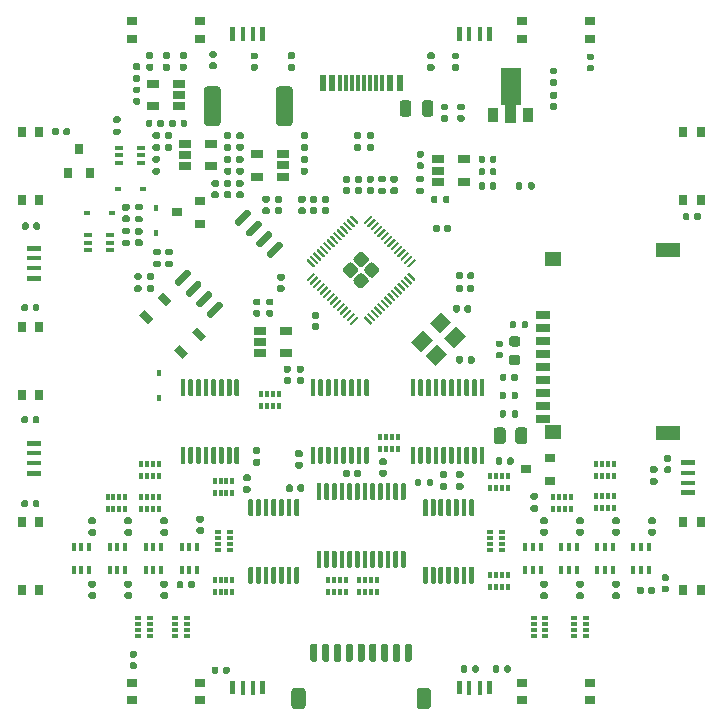
<source format=gtp>
G04 #@! TF.GenerationSoftware,KiCad,Pcbnew,(5.1.10)-1*
G04 #@! TF.CreationDate,2023-09-12T17:10:12+08:00*
G04 #@! TF.ProjectId,BusPirate-5-rev8,42757350-6972-4617-9465-2d352d726576,rev?*
G04 #@! TF.SameCoordinates,Original*
G04 #@! TF.FileFunction,Paste,Top*
G04 #@! TF.FilePolarity,Positive*
%FSLAX46Y46*%
G04 Gerber Fmt 4.6, Leading zero omitted, Abs format (unit mm)*
G04 Created by KiCad (PCBNEW (5.1.10)-1) date 2023-09-12 17:10:12*
%MOMM*%
%LPD*%
G01*
G04 APERTURE LIST*
%ADD10R,0.600000X1.450000*%
%ADD11R,0.300000X1.450000*%
%ADD12R,0.400000X0.500000*%
%ADD13R,0.300000X0.500000*%
%ADD14R,1.060000X0.650000*%
%ADD15R,0.450000X0.600000*%
%ADD16R,0.500000X0.400000*%
%ADD17R,0.500000X0.300000*%
%ADD18C,0.100000*%
%ADD19R,0.430000X1.150000*%
%ADD20R,1.150000X0.430000*%
%ADD21R,0.738000X0.945000*%
%ADD22R,0.945000X0.738000*%
%ADD23R,0.400000X0.650000*%
%ADD24R,1.300000X0.700000*%
%ADD25R,1.400000X1.200000*%
%ADD26R,2.000000X1.200000*%
%ADD27R,0.600000X0.450000*%
%ADD28R,0.650000X0.400000*%
%ADD29R,0.800000X0.900000*%
%ADD30R,0.900000X0.800000*%
%ADD31R,0.900000X1.300000*%
G04 APERTURE END LIST*
D10*
X126650000Y-66595000D03*
X127450000Y-66595000D03*
D11*
X128150000Y-66595000D03*
X128650000Y-66595000D03*
X129150000Y-66595000D03*
X129650000Y-66595000D03*
X131650000Y-66595000D03*
X131150000Y-66595000D03*
X130650000Y-66595000D03*
X130150000Y-66595000D03*
D10*
X132350000Y-66595000D03*
X133150000Y-66595000D03*
D12*
X122950000Y-92900000D03*
D13*
X122450000Y-92900000D03*
D12*
X121450000Y-92900000D03*
D13*
X121950000Y-92900000D03*
D12*
X122950000Y-93900000D03*
D13*
X121950000Y-93900000D03*
X122450000Y-93900000D03*
D12*
X121450000Y-93900000D03*
X127080000Y-109650000D03*
D13*
X127580000Y-109650000D03*
D12*
X128580000Y-109650000D03*
D13*
X128080000Y-109650000D03*
D12*
X127080000Y-108650000D03*
D13*
X128080000Y-108650000D03*
X127580000Y-108650000D03*
D12*
X128580000Y-108650000D03*
X129740000Y-109650000D03*
D13*
X130240000Y-109650000D03*
D12*
X131240000Y-109650000D03*
D13*
X130740000Y-109650000D03*
D12*
X129740000Y-108650000D03*
D13*
X130740000Y-108650000D03*
X130240000Y-108650000D03*
D12*
X131240000Y-108650000D03*
X142300000Y-108250000D03*
D13*
X141800000Y-108250000D03*
D12*
X140800000Y-108250000D03*
D13*
X141300000Y-108250000D03*
D12*
X142300000Y-109250000D03*
D13*
X141300000Y-109250000D03*
X141800000Y-109250000D03*
D12*
X140800000Y-109250000D03*
X119000000Y-108650000D03*
D13*
X118500000Y-108650000D03*
D12*
X117500000Y-108650000D03*
D13*
X118000000Y-108650000D03*
D12*
X119000000Y-109650000D03*
D13*
X118000000Y-109650000D03*
X118500000Y-109650000D03*
D12*
X117500000Y-109650000D03*
G36*
G01*
X111070000Y-67450000D02*
X110730000Y-67450000D01*
G75*
G02*
X110590000Y-67310000I0J140000D01*
G01*
X110590000Y-67030000D01*
G75*
G02*
X110730000Y-66890000I140000J0D01*
G01*
X111070000Y-66890000D01*
G75*
G02*
X111210000Y-67030000I0J-140000D01*
G01*
X111210000Y-67310000D01*
G75*
G02*
X111070000Y-67450000I-140000J0D01*
G01*
G37*
G36*
G01*
X111070000Y-68410000D02*
X110730000Y-68410000D01*
G75*
G02*
X110590000Y-68270000I0J140000D01*
G01*
X110590000Y-67990000D01*
G75*
G02*
X110730000Y-67850000I140000J0D01*
G01*
X111070000Y-67850000D01*
G75*
G02*
X111210000Y-67990000I0J-140000D01*
G01*
X111210000Y-68270000D01*
G75*
G02*
X111070000Y-68410000I-140000J0D01*
G01*
G37*
G36*
G01*
X143560000Y-75115000D02*
X143560000Y-75485000D01*
G75*
G02*
X143425000Y-75620000I-135000J0D01*
G01*
X143155000Y-75620000D01*
G75*
G02*
X143020000Y-75485000I0J135000D01*
G01*
X143020000Y-75115000D01*
G75*
G02*
X143155000Y-74980000I135000J0D01*
G01*
X143425000Y-74980000D01*
G75*
G02*
X143560000Y-75115000I0J-135000D01*
G01*
G37*
G36*
G01*
X144580000Y-75115000D02*
X144580000Y-75485000D01*
G75*
G02*
X144445000Y-75620000I-135000J0D01*
G01*
X144175000Y-75620000D01*
G75*
G02*
X144040000Y-75485000I0J135000D01*
G01*
X144040000Y-75115000D01*
G75*
G02*
X144175000Y-74980000I135000J0D01*
G01*
X144445000Y-74980000D01*
G75*
G02*
X144580000Y-75115000I0J-135000D01*
G01*
G37*
D14*
X138650000Y-73050000D03*
X138650000Y-74950000D03*
X136450000Y-74950000D03*
X136450000Y-74000000D03*
X136450000Y-73050000D03*
G36*
G01*
X136360000Y-76265000D02*
X136360000Y-76635000D01*
G75*
G02*
X136225000Y-76770000I-135000J0D01*
G01*
X135955000Y-76770000D01*
G75*
G02*
X135820000Y-76635000I0J135000D01*
G01*
X135820000Y-76265000D01*
G75*
G02*
X135955000Y-76130000I135000J0D01*
G01*
X136225000Y-76130000D01*
G75*
G02*
X136360000Y-76265000I0J-135000D01*
G01*
G37*
G36*
G01*
X137380000Y-76265000D02*
X137380000Y-76635000D01*
G75*
G02*
X137245000Y-76770000I-135000J0D01*
G01*
X136975000Y-76770000D01*
G75*
G02*
X136840000Y-76635000I0J135000D01*
G01*
X136840000Y-76265000D01*
G75*
G02*
X136975000Y-76130000I135000J0D01*
G01*
X137245000Y-76130000D01*
G75*
G02*
X137380000Y-76265000I0J-135000D01*
G01*
G37*
G36*
G01*
X134715000Y-75460000D02*
X135085000Y-75460000D01*
G75*
G02*
X135220000Y-75595000I0J-135000D01*
G01*
X135220000Y-75865000D01*
G75*
G02*
X135085000Y-76000000I-135000J0D01*
G01*
X134715000Y-76000000D01*
G75*
G02*
X134580000Y-75865000I0J135000D01*
G01*
X134580000Y-75595000D01*
G75*
G02*
X134715000Y-75460000I135000J0D01*
G01*
G37*
G36*
G01*
X134715000Y-74440000D02*
X135085000Y-74440000D01*
G75*
G02*
X135220000Y-74575000I0J-135000D01*
G01*
X135220000Y-74845000D01*
G75*
G02*
X135085000Y-74980000I-135000J0D01*
G01*
X134715000Y-74980000D01*
G75*
G02*
X134580000Y-74845000I0J135000D01*
G01*
X134580000Y-74575000D01*
G75*
G02*
X134715000Y-74440000I135000J0D01*
G01*
G37*
G36*
G01*
X140400000Y-75130000D02*
X140400000Y-75470000D01*
G75*
G02*
X140260000Y-75610000I-140000J0D01*
G01*
X139980000Y-75610000D01*
G75*
G02*
X139840000Y-75470000I0J140000D01*
G01*
X139840000Y-75130000D01*
G75*
G02*
X139980000Y-74990000I140000J0D01*
G01*
X140260000Y-74990000D01*
G75*
G02*
X140400000Y-75130000I0J-140000D01*
G01*
G37*
G36*
G01*
X141360000Y-75130000D02*
X141360000Y-75470000D01*
G75*
G02*
X141220000Y-75610000I-140000J0D01*
G01*
X140940000Y-75610000D01*
G75*
G02*
X140800000Y-75470000I0J140000D01*
G01*
X140800000Y-75130000D01*
G75*
G02*
X140940000Y-74990000I140000J0D01*
G01*
X141220000Y-74990000D01*
G75*
G02*
X141360000Y-75130000I0J-140000D01*
G01*
G37*
G36*
G01*
X134730000Y-73300000D02*
X135070000Y-73300000D01*
G75*
G02*
X135210000Y-73440000I0J-140000D01*
G01*
X135210000Y-73720000D01*
G75*
G02*
X135070000Y-73860000I-140000J0D01*
G01*
X134730000Y-73860000D01*
G75*
G02*
X134590000Y-73720000I0J140000D01*
G01*
X134590000Y-73440000D01*
G75*
G02*
X134730000Y-73300000I140000J0D01*
G01*
G37*
G36*
G01*
X134730000Y-72340000D02*
X135070000Y-72340000D01*
G75*
G02*
X135210000Y-72480000I0J-140000D01*
G01*
X135210000Y-72760000D01*
G75*
G02*
X135070000Y-72900000I-140000J0D01*
G01*
X134730000Y-72900000D01*
G75*
G02*
X134590000Y-72760000I0J140000D01*
G01*
X134590000Y-72480000D01*
G75*
G02*
X134730000Y-72340000I140000J0D01*
G01*
G37*
G36*
G01*
X140400000Y-73930000D02*
X140400000Y-74270000D01*
G75*
G02*
X140260000Y-74410000I-140000J0D01*
G01*
X139980000Y-74410000D01*
G75*
G02*
X139840000Y-74270000I0J140000D01*
G01*
X139840000Y-73930000D01*
G75*
G02*
X139980000Y-73790000I140000J0D01*
G01*
X140260000Y-73790000D01*
G75*
G02*
X140400000Y-73930000I0J-140000D01*
G01*
G37*
G36*
G01*
X141360000Y-73930000D02*
X141360000Y-74270000D01*
G75*
G02*
X141220000Y-74410000I-140000J0D01*
G01*
X140940000Y-74410000D01*
G75*
G02*
X140800000Y-74270000I0J140000D01*
G01*
X140800000Y-73930000D01*
G75*
G02*
X140940000Y-73790000I140000J0D01*
G01*
X141220000Y-73790000D01*
G75*
G02*
X141360000Y-73930000I0J-140000D01*
G01*
G37*
G36*
G01*
X140800000Y-73220000D02*
X140800000Y-72880000D01*
G75*
G02*
X140940000Y-72740000I140000J0D01*
G01*
X141220000Y-72740000D01*
G75*
G02*
X141360000Y-72880000I0J-140000D01*
G01*
X141360000Y-73220000D01*
G75*
G02*
X141220000Y-73360000I-140000J0D01*
G01*
X140940000Y-73360000D01*
G75*
G02*
X140800000Y-73220000I0J140000D01*
G01*
G37*
G36*
G01*
X139840000Y-73220000D02*
X139840000Y-72880000D01*
G75*
G02*
X139980000Y-72740000I140000J0D01*
G01*
X140260000Y-72740000D01*
G75*
G02*
X140400000Y-72880000I0J-140000D01*
G01*
X140400000Y-73220000D01*
G75*
G02*
X140260000Y-73360000I-140000J0D01*
G01*
X139980000Y-73360000D01*
G75*
G02*
X139840000Y-73220000I0J140000D01*
G01*
G37*
D15*
X112800000Y-93250000D03*
X112800000Y-91150000D03*
X112570000Y-79300000D03*
X112570000Y-77200000D03*
G36*
G01*
X119275000Y-97375000D02*
X119475000Y-97375000D01*
G75*
G02*
X119575000Y-97475000I0J-100000D01*
G01*
X119575000Y-98750000D01*
G75*
G02*
X119475000Y-98850000I-100000J0D01*
G01*
X119275000Y-98850000D01*
G75*
G02*
X119175000Y-98750000I0J100000D01*
G01*
X119175000Y-97475000D01*
G75*
G02*
X119275000Y-97375000I100000J0D01*
G01*
G37*
G36*
G01*
X118625000Y-97375000D02*
X118825000Y-97375000D01*
G75*
G02*
X118925000Y-97475000I0J-100000D01*
G01*
X118925000Y-98750000D01*
G75*
G02*
X118825000Y-98850000I-100000J0D01*
G01*
X118625000Y-98850000D01*
G75*
G02*
X118525000Y-98750000I0J100000D01*
G01*
X118525000Y-97475000D01*
G75*
G02*
X118625000Y-97375000I100000J0D01*
G01*
G37*
G36*
G01*
X117975000Y-97375000D02*
X118175000Y-97375000D01*
G75*
G02*
X118275000Y-97475000I0J-100000D01*
G01*
X118275000Y-98750000D01*
G75*
G02*
X118175000Y-98850000I-100000J0D01*
G01*
X117975000Y-98850000D01*
G75*
G02*
X117875000Y-98750000I0J100000D01*
G01*
X117875000Y-97475000D01*
G75*
G02*
X117975000Y-97375000I100000J0D01*
G01*
G37*
G36*
G01*
X117325000Y-97375000D02*
X117525000Y-97375000D01*
G75*
G02*
X117625000Y-97475000I0J-100000D01*
G01*
X117625000Y-98750000D01*
G75*
G02*
X117525000Y-98850000I-100000J0D01*
G01*
X117325000Y-98850000D01*
G75*
G02*
X117225000Y-98750000I0J100000D01*
G01*
X117225000Y-97475000D01*
G75*
G02*
X117325000Y-97375000I100000J0D01*
G01*
G37*
G36*
G01*
X116675000Y-97375000D02*
X116875000Y-97375000D01*
G75*
G02*
X116975000Y-97475000I0J-100000D01*
G01*
X116975000Y-98750000D01*
G75*
G02*
X116875000Y-98850000I-100000J0D01*
G01*
X116675000Y-98850000D01*
G75*
G02*
X116575000Y-98750000I0J100000D01*
G01*
X116575000Y-97475000D01*
G75*
G02*
X116675000Y-97375000I100000J0D01*
G01*
G37*
G36*
G01*
X116025000Y-97375000D02*
X116225000Y-97375000D01*
G75*
G02*
X116325000Y-97475000I0J-100000D01*
G01*
X116325000Y-98750000D01*
G75*
G02*
X116225000Y-98850000I-100000J0D01*
G01*
X116025000Y-98850000D01*
G75*
G02*
X115925000Y-98750000I0J100000D01*
G01*
X115925000Y-97475000D01*
G75*
G02*
X116025000Y-97375000I100000J0D01*
G01*
G37*
G36*
G01*
X115375000Y-97375000D02*
X115575000Y-97375000D01*
G75*
G02*
X115675000Y-97475000I0J-100000D01*
G01*
X115675000Y-98750000D01*
G75*
G02*
X115575000Y-98850000I-100000J0D01*
G01*
X115375000Y-98850000D01*
G75*
G02*
X115275000Y-98750000I0J100000D01*
G01*
X115275000Y-97475000D01*
G75*
G02*
X115375000Y-97375000I100000J0D01*
G01*
G37*
G36*
G01*
X114725000Y-97375000D02*
X114925000Y-97375000D01*
G75*
G02*
X115025000Y-97475000I0J-100000D01*
G01*
X115025000Y-98750000D01*
G75*
G02*
X114925000Y-98850000I-100000J0D01*
G01*
X114725000Y-98850000D01*
G75*
G02*
X114625000Y-98750000I0J100000D01*
G01*
X114625000Y-97475000D01*
G75*
G02*
X114725000Y-97375000I100000J0D01*
G01*
G37*
G36*
G01*
X114725000Y-91650000D02*
X114925000Y-91650000D01*
G75*
G02*
X115025000Y-91750000I0J-100000D01*
G01*
X115025000Y-93025000D01*
G75*
G02*
X114925000Y-93125000I-100000J0D01*
G01*
X114725000Y-93125000D01*
G75*
G02*
X114625000Y-93025000I0J100000D01*
G01*
X114625000Y-91750000D01*
G75*
G02*
X114725000Y-91650000I100000J0D01*
G01*
G37*
G36*
G01*
X115375000Y-91650000D02*
X115575000Y-91650000D01*
G75*
G02*
X115675000Y-91750000I0J-100000D01*
G01*
X115675000Y-93025000D01*
G75*
G02*
X115575000Y-93125000I-100000J0D01*
G01*
X115375000Y-93125000D01*
G75*
G02*
X115275000Y-93025000I0J100000D01*
G01*
X115275000Y-91750000D01*
G75*
G02*
X115375000Y-91650000I100000J0D01*
G01*
G37*
G36*
G01*
X116025000Y-91650000D02*
X116225000Y-91650000D01*
G75*
G02*
X116325000Y-91750000I0J-100000D01*
G01*
X116325000Y-93025000D01*
G75*
G02*
X116225000Y-93125000I-100000J0D01*
G01*
X116025000Y-93125000D01*
G75*
G02*
X115925000Y-93025000I0J100000D01*
G01*
X115925000Y-91750000D01*
G75*
G02*
X116025000Y-91650000I100000J0D01*
G01*
G37*
G36*
G01*
X116675000Y-91650000D02*
X116875000Y-91650000D01*
G75*
G02*
X116975000Y-91750000I0J-100000D01*
G01*
X116975000Y-93025000D01*
G75*
G02*
X116875000Y-93125000I-100000J0D01*
G01*
X116675000Y-93125000D01*
G75*
G02*
X116575000Y-93025000I0J100000D01*
G01*
X116575000Y-91750000D01*
G75*
G02*
X116675000Y-91650000I100000J0D01*
G01*
G37*
G36*
G01*
X117325000Y-91650000D02*
X117525000Y-91650000D01*
G75*
G02*
X117625000Y-91750000I0J-100000D01*
G01*
X117625000Y-93025000D01*
G75*
G02*
X117525000Y-93125000I-100000J0D01*
G01*
X117325000Y-93125000D01*
G75*
G02*
X117225000Y-93025000I0J100000D01*
G01*
X117225000Y-91750000D01*
G75*
G02*
X117325000Y-91650000I100000J0D01*
G01*
G37*
G36*
G01*
X117975000Y-91650000D02*
X118175000Y-91650000D01*
G75*
G02*
X118275000Y-91750000I0J-100000D01*
G01*
X118275000Y-93025000D01*
G75*
G02*
X118175000Y-93125000I-100000J0D01*
G01*
X117975000Y-93125000D01*
G75*
G02*
X117875000Y-93025000I0J100000D01*
G01*
X117875000Y-91750000D01*
G75*
G02*
X117975000Y-91650000I100000J0D01*
G01*
G37*
G36*
G01*
X118625000Y-91650000D02*
X118825000Y-91650000D01*
G75*
G02*
X118925000Y-91750000I0J-100000D01*
G01*
X118925000Y-93025000D01*
G75*
G02*
X118825000Y-93125000I-100000J0D01*
G01*
X118625000Y-93125000D01*
G75*
G02*
X118525000Y-93025000I0J100000D01*
G01*
X118525000Y-91750000D01*
G75*
G02*
X118625000Y-91650000I100000J0D01*
G01*
G37*
G36*
G01*
X119275000Y-91650000D02*
X119475000Y-91650000D01*
G75*
G02*
X119575000Y-91750000I0J-100000D01*
G01*
X119575000Y-93025000D01*
G75*
G02*
X119475000Y-93125000I-100000J0D01*
G01*
X119275000Y-93125000D01*
G75*
G02*
X119175000Y-93025000I0J100000D01*
G01*
X119175000Y-91750000D01*
G75*
G02*
X119275000Y-91650000I100000J0D01*
G01*
G37*
G36*
G01*
X118000000Y-67124999D02*
X118000000Y-69975001D01*
G75*
G02*
X117750001Y-70225000I-249999J0D01*
G01*
X116849999Y-70225000D01*
G75*
G02*
X116600000Y-69975001I0J249999D01*
G01*
X116600000Y-67124999D01*
G75*
G02*
X116849999Y-66875000I249999J0D01*
G01*
X117750001Y-66875000D01*
G75*
G02*
X118000000Y-67124999I0J-249999D01*
G01*
G37*
G36*
G01*
X124100000Y-67124999D02*
X124100000Y-69975001D01*
G75*
G02*
X123850001Y-70225000I-249999J0D01*
G01*
X122949999Y-70225000D01*
G75*
G02*
X122700000Y-69975001I0J249999D01*
G01*
X122700000Y-67124999D01*
G75*
G02*
X122949999Y-66875000I249999J0D01*
G01*
X123850001Y-66875000D01*
G75*
G02*
X124100000Y-67124999I0J-249999D01*
G01*
G37*
D16*
X118800000Y-106100000D03*
D17*
X118800000Y-105600000D03*
D16*
X118800000Y-104600000D03*
D17*
X118800000Y-105100000D03*
D16*
X117800000Y-106100000D03*
D17*
X117800000Y-105100000D03*
X117800000Y-105600000D03*
D16*
X117800000Y-104600000D03*
X140800000Y-104600000D03*
D17*
X140800000Y-105100000D03*
D16*
X140800000Y-106100000D03*
D17*
X140800000Y-105600000D03*
D16*
X141800000Y-104600000D03*
D17*
X141800000Y-105600000D03*
X141800000Y-105100000D03*
D16*
X141800000Y-106100000D03*
D12*
X133000000Y-96600000D03*
D13*
X132500000Y-96600000D03*
D12*
X131500000Y-96600000D03*
D13*
X132000000Y-96600000D03*
D12*
X133000000Y-97600000D03*
D13*
X132000000Y-97600000D03*
X132500000Y-97600000D03*
D12*
X131500000Y-97600000D03*
G36*
G01*
X138435000Y-101030000D02*
X138065000Y-101030000D01*
G75*
G02*
X137930000Y-100895000I0J135000D01*
G01*
X137930000Y-100625000D01*
G75*
G02*
X138065000Y-100490000I135000J0D01*
G01*
X138435000Y-100490000D01*
G75*
G02*
X138570000Y-100625000I0J-135000D01*
G01*
X138570000Y-100895000D01*
G75*
G02*
X138435000Y-101030000I-135000J0D01*
G01*
G37*
G36*
G01*
X138435000Y-100010000D02*
X138065000Y-100010000D01*
G75*
G02*
X137930000Y-99875000I0J135000D01*
G01*
X137930000Y-99605000D01*
G75*
G02*
X138065000Y-99470000I135000J0D01*
G01*
X138435000Y-99470000D01*
G75*
G02*
X138570000Y-99605000I0J-135000D01*
G01*
X138570000Y-99875000D01*
G75*
G02*
X138435000Y-100010000I-135000J0D01*
G01*
G37*
D18*
G36*
X140560000Y-61850000D02*
G01*
X140990000Y-61850000D01*
X140990000Y-63000000D01*
X140560000Y-63000000D01*
X140560000Y-61850000D01*
G37*
D19*
X139075000Y-62425000D03*
X139925000Y-62425000D03*
D18*
G36*
X138010000Y-61850000D02*
G01*
X138440000Y-61850000D01*
X138440000Y-63000000D01*
X138010000Y-63000000D01*
X138010000Y-61850000D01*
G37*
G36*
X121360000Y-61850000D02*
G01*
X121790000Y-61850000D01*
X121790000Y-63000000D01*
X121360000Y-63000000D01*
X121360000Y-61850000D01*
G37*
D19*
X119875000Y-62425000D03*
X120725000Y-62425000D03*
D18*
G36*
X118810000Y-61850000D02*
G01*
X119240000Y-61850000D01*
X119240000Y-63000000D01*
X118810000Y-63000000D01*
X118810000Y-61850000D01*
G37*
G36*
X101650000Y-80790000D02*
G01*
X101650000Y-80360000D01*
X102800000Y-80360000D01*
X102800000Y-80790000D01*
X101650000Y-80790000D01*
G37*
D20*
X102225000Y-82275000D03*
X102225000Y-81425000D03*
D18*
G36*
X101650000Y-83340000D02*
G01*
X101650000Y-82910000D01*
X102800000Y-82910000D01*
X102800000Y-83340000D01*
X101650000Y-83340000D01*
G37*
G36*
X101650000Y-97290000D02*
G01*
X101650000Y-96860000D01*
X102800000Y-96860000D01*
X102800000Y-97290000D01*
X101650000Y-97290000D01*
G37*
D20*
X102225000Y-98775000D03*
X102225000Y-97925000D03*
D18*
G36*
X101650000Y-99840000D02*
G01*
X101650000Y-99410000D01*
X102800000Y-99410000D01*
X102800000Y-99840000D01*
X101650000Y-99840000D01*
G37*
G36*
X119240000Y-118350000D02*
G01*
X118810000Y-118350000D01*
X118810000Y-117200000D01*
X119240000Y-117200000D01*
X119240000Y-118350000D01*
G37*
D19*
X120725000Y-117775000D03*
X119875000Y-117775000D03*
D18*
G36*
X121790000Y-118350000D02*
G01*
X121360000Y-118350000D01*
X121360000Y-117200000D01*
X121790000Y-117200000D01*
X121790000Y-118350000D01*
G37*
G36*
X138440000Y-118350000D02*
G01*
X138010000Y-118350000D01*
X138010000Y-117200000D01*
X138440000Y-117200000D01*
X138440000Y-118350000D01*
G37*
D19*
X139925000Y-117775000D03*
X139075000Y-117775000D03*
D18*
G36*
X140990000Y-118350000D02*
G01*
X140560000Y-118350000D01*
X140560000Y-117200000D01*
X140990000Y-117200000D01*
X140990000Y-118350000D01*
G37*
G36*
X158150000Y-101060000D02*
G01*
X158150000Y-101490000D01*
X157000000Y-101490000D01*
X157000000Y-101060000D01*
X158150000Y-101060000D01*
G37*
D20*
X157575000Y-99575000D03*
X157575000Y-100425000D03*
D18*
G36*
X158150000Y-98510000D02*
G01*
X158150000Y-98940000D01*
X157000000Y-98940000D01*
X157000000Y-98510000D01*
X158150000Y-98510000D01*
G37*
D21*
X102650000Y-109475000D03*
X101150000Y-109475000D03*
X101150000Y-103725000D03*
X102650000Y-103725000D03*
X102650000Y-92975000D03*
X101150000Y-92975000D03*
X101150000Y-87225000D03*
X102650000Y-87225000D03*
X102650000Y-76475000D03*
X101150000Y-76475000D03*
X101150000Y-70725000D03*
X102650000Y-70725000D03*
D22*
X110525000Y-62850000D03*
X110525000Y-61350000D03*
X116275000Y-61350000D03*
X116275000Y-62850000D03*
X143525000Y-62850000D03*
X143525000Y-61350000D03*
X149275000Y-61350000D03*
X149275000Y-62850000D03*
D21*
X157150000Y-70725000D03*
X158650000Y-70725000D03*
X158650000Y-76475000D03*
X157150000Y-76475000D03*
X157150000Y-103725000D03*
X158650000Y-103725000D03*
X158650000Y-109475000D03*
X157150000Y-109475000D03*
D22*
X149275000Y-117350000D03*
X149275000Y-118850000D03*
X143525000Y-118850000D03*
X143525000Y-117350000D03*
X116275000Y-117350000D03*
X116275000Y-118850000D03*
X110525000Y-118850000D03*
X110525000Y-117350000D03*
G36*
G01*
X142640000Y-94785000D02*
X142640000Y-94415000D01*
G75*
G02*
X142775000Y-94280000I135000J0D01*
G01*
X143045000Y-94280000D01*
G75*
G02*
X143180000Y-94415000I0J-135000D01*
G01*
X143180000Y-94785000D01*
G75*
G02*
X143045000Y-94920000I-135000J0D01*
G01*
X142775000Y-94920000D01*
G75*
G02*
X142640000Y-94785000I0J135000D01*
G01*
G37*
G36*
G01*
X141620000Y-94785000D02*
X141620000Y-94415000D01*
G75*
G02*
X141755000Y-94280000I135000J0D01*
G01*
X142025000Y-94280000D01*
G75*
G02*
X142160000Y-94415000I0J-135000D01*
G01*
X142160000Y-94785000D01*
G75*
G02*
X142025000Y-94920000I-135000J0D01*
G01*
X141755000Y-94920000D01*
G75*
G02*
X141620000Y-94785000I0J135000D01*
G01*
G37*
G36*
G01*
X136697500Y-100440000D02*
X137042500Y-100440000D01*
G75*
G02*
X137190000Y-100587500I0J-147500D01*
G01*
X137190000Y-100882500D01*
G75*
G02*
X137042500Y-101030000I-147500J0D01*
G01*
X136697500Y-101030000D01*
G75*
G02*
X136550000Y-100882500I0J147500D01*
G01*
X136550000Y-100587500D01*
G75*
G02*
X136697500Y-100440000I147500J0D01*
G01*
G37*
G36*
G01*
X136697500Y-99470000D02*
X137042500Y-99470000D01*
G75*
G02*
X137190000Y-99617500I0J-147500D01*
G01*
X137190000Y-99912500D01*
G75*
G02*
X137042500Y-100060000I-147500J0D01*
G01*
X136697500Y-100060000D01*
G75*
G02*
X136550000Y-99912500I0J147500D01*
G01*
X136550000Y-99617500D01*
G75*
G02*
X136697500Y-99470000I147500J0D01*
G01*
G37*
D23*
X151200000Y-107800000D03*
X149900000Y-107800000D03*
X150550000Y-105900000D03*
X150550000Y-107800000D03*
X149900000Y-105900000D03*
X151200000Y-105900000D03*
D12*
X119000000Y-100300000D03*
D13*
X118500000Y-100300000D03*
D12*
X117500000Y-100300000D03*
D13*
X118000000Y-100300000D03*
D12*
X119000000Y-101300000D03*
D13*
X118000000Y-101300000D03*
X118500000Y-101300000D03*
D12*
X117500000Y-101300000D03*
X142300000Y-99900000D03*
D13*
X141800000Y-99900000D03*
D12*
X140800000Y-99900000D03*
D13*
X141300000Y-99900000D03*
D12*
X142300000Y-100900000D03*
D13*
X141300000Y-100900000D03*
X141800000Y-100900000D03*
D12*
X140800000Y-100900000D03*
D23*
X154250000Y-105900000D03*
X152950000Y-105900000D03*
X153600000Y-107800000D03*
X153600000Y-105900000D03*
X152950000Y-107800000D03*
X154250000Y-107800000D03*
D16*
X145500000Y-113400000D03*
D17*
X145500000Y-112900000D03*
D16*
X145500000Y-111900000D03*
D17*
X145500000Y-112400000D03*
D16*
X144500000Y-113400000D03*
D17*
X144500000Y-112400000D03*
X144500000Y-112900000D03*
D16*
X144500000Y-111900000D03*
D12*
X149800000Y-102550000D03*
D13*
X150800000Y-102550000D03*
X150300000Y-102550000D03*
D12*
X151300000Y-102550000D03*
D13*
X150300000Y-101550000D03*
D12*
X149800000Y-101550000D03*
D13*
X150800000Y-101550000D03*
D12*
X151300000Y-101550000D03*
G36*
G01*
X126425000Y-101925000D02*
X126225000Y-101925000D01*
G75*
G02*
X126125000Y-101825000I0J100000D01*
G01*
X126125000Y-100550000D01*
G75*
G02*
X126225000Y-100450000I100000J0D01*
G01*
X126425000Y-100450000D01*
G75*
G02*
X126525000Y-100550000I0J-100000D01*
G01*
X126525000Y-101825000D01*
G75*
G02*
X126425000Y-101925000I-100000J0D01*
G01*
G37*
G36*
G01*
X127075000Y-101925000D02*
X126875000Y-101925000D01*
G75*
G02*
X126775000Y-101825000I0J100000D01*
G01*
X126775000Y-100550000D01*
G75*
G02*
X126875000Y-100450000I100000J0D01*
G01*
X127075000Y-100450000D01*
G75*
G02*
X127175000Y-100550000I0J-100000D01*
G01*
X127175000Y-101825000D01*
G75*
G02*
X127075000Y-101925000I-100000J0D01*
G01*
G37*
G36*
G01*
X127725000Y-101925000D02*
X127525000Y-101925000D01*
G75*
G02*
X127425000Y-101825000I0J100000D01*
G01*
X127425000Y-100550000D01*
G75*
G02*
X127525000Y-100450000I100000J0D01*
G01*
X127725000Y-100450000D01*
G75*
G02*
X127825000Y-100550000I0J-100000D01*
G01*
X127825000Y-101825000D01*
G75*
G02*
X127725000Y-101925000I-100000J0D01*
G01*
G37*
G36*
G01*
X128375000Y-101925000D02*
X128175000Y-101925000D01*
G75*
G02*
X128075000Y-101825000I0J100000D01*
G01*
X128075000Y-100550000D01*
G75*
G02*
X128175000Y-100450000I100000J0D01*
G01*
X128375000Y-100450000D01*
G75*
G02*
X128475000Y-100550000I0J-100000D01*
G01*
X128475000Y-101825000D01*
G75*
G02*
X128375000Y-101925000I-100000J0D01*
G01*
G37*
G36*
G01*
X129025000Y-101925000D02*
X128825000Y-101925000D01*
G75*
G02*
X128725000Y-101825000I0J100000D01*
G01*
X128725000Y-100550000D01*
G75*
G02*
X128825000Y-100450000I100000J0D01*
G01*
X129025000Y-100450000D01*
G75*
G02*
X129125000Y-100550000I0J-100000D01*
G01*
X129125000Y-101825000D01*
G75*
G02*
X129025000Y-101925000I-100000J0D01*
G01*
G37*
G36*
G01*
X129675000Y-101925000D02*
X129475000Y-101925000D01*
G75*
G02*
X129375000Y-101825000I0J100000D01*
G01*
X129375000Y-100550000D01*
G75*
G02*
X129475000Y-100450000I100000J0D01*
G01*
X129675000Y-100450000D01*
G75*
G02*
X129775000Y-100550000I0J-100000D01*
G01*
X129775000Y-101825000D01*
G75*
G02*
X129675000Y-101925000I-100000J0D01*
G01*
G37*
G36*
G01*
X130325000Y-101925000D02*
X130125000Y-101925000D01*
G75*
G02*
X130025000Y-101825000I0J100000D01*
G01*
X130025000Y-100550000D01*
G75*
G02*
X130125000Y-100450000I100000J0D01*
G01*
X130325000Y-100450000D01*
G75*
G02*
X130425000Y-100550000I0J-100000D01*
G01*
X130425000Y-101825000D01*
G75*
G02*
X130325000Y-101925000I-100000J0D01*
G01*
G37*
G36*
G01*
X130975000Y-101925000D02*
X130775000Y-101925000D01*
G75*
G02*
X130675000Y-101825000I0J100000D01*
G01*
X130675000Y-100550000D01*
G75*
G02*
X130775000Y-100450000I100000J0D01*
G01*
X130975000Y-100450000D01*
G75*
G02*
X131075000Y-100550000I0J-100000D01*
G01*
X131075000Y-101825000D01*
G75*
G02*
X130975000Y-101925000I-100000J0D01*
G01*
G37*
G36*
G01*
X131625000Y-101925000D02*
X131425000Y-101925000D01*
G75*
G02*
X131325000Y-101825000I0J100000D01*
G01*
X131325000Y-100550000D01*
G75*
G02*
X131425000Y-100450000I100000J0D01*
G01*
X131625000Y-100450000D01*
G75*
G02*
X131725000Y-100550000I0J-100000D01*
G01*
X131725000Y-101825000D01*
G75*
G02*
X131625000Y-101925000I-100000J0D01*
G01*
G37*
G36*
G01*
X132275000Y-101925000D02*
X132075000Y-101925000D01*
G75*
G02*
X131975000Y-101825000I0J100000D01*
G01*
X131975000Y-100550000D01*
G75*
G02*
X132075000Y-100450000I100000J0D01*
G01*
X132275000Y-100450000D01*
G75*
G02*
X132375000Y-100550000I0J-100000D01*
G01*
X132375000Y-101825000D01*
G75*
G02*
X132275000Y-101925000I-100000J0D01*
G01*
G37*
G36*
G01*
X132925000Y-101925000D02*
X132725000Y-101925000D01*
G75*
G02*
X132625000Y-101825000I0J100000D01*
G01*
X132625000Y-100550000D01*
G75*
G02*
X132725000Y-100450000I100000J0D01*
G01*
X132925000Y-100450000D01*
G75*
G02*
X133025000Y-100550000I0J-100000D01*
G01*
X133025000Y-101825000D01*
G75*
G02*
X132925000Y-101925000I-100000J0D01*
G01*
G37*
G36*
G01*
X133575000Y-101925000D02*
X133375000Y-101925000D01*
G75*
G02*
X133275000Y-101825000I0J100000D01*
G01*
X133275000Y-100550000D01*
G75*
G02*
X133375000Y-100450000I100000J0D01*
G01*
X133575000Y-100450000D01*
G75*
G02*
X133675000Y-100550000I0J-100000D01*
G01*
X133675000Y-101825000D01*
G75*
G02*
X133575000Y-101925000I-100000J0D01*
G01*
G37*
G36*
G01*
X133575000Y-107650000D02*
X133375000Y-107650000D01*
G75*
G02*
X133275000Y-107550000I0J100000D01*
G01*
X133275000Y-106275000D01*
G75*
G02*
X133375000Y-106175000I100000J0D01*
G01*
X133575000Y-106175000D01*
G75*
G02*
X133675000Y-106275000I0J-100000D01*
G01*
X133675000Y-107550000D01*
G75*
G02*
X133575000Y-107650000I-100000J0D01*
G01*
G37*
G36*
G01*
X132925000Y-107650000D02*
X132725000Y-107650000D01*
G75*
G02*
X132625000Y-107550000I0J100000D01*
G01*
X132625000Y-106275000D01*
G75*
G02*
X132725000Y-106175000I100000J0D01*
G01*
X132925000Y-106175000D01*
G75*
G02*
X133025000Y-106275000I0J-100000D01*
G01*
X133025000Y-107550000D01*
G75*
G02*
X132925000Y-107650000I-100000J0D01*
G01*
G37*
G36*
G01*
X132275000Y-107650000D02*
X132075000Y-107650000D01*
G75*
G02*
X131975000Y-107550000I0J100000D01*
G01*
X131975000Y-106275000D01*
G75*
G02*
X132075000Y-106175000I100000J0D01*
G01*
X132275000Y-106175000D01*
G75*
G02*
X132375000Y-106275000I0J-100000D01*
G01*
X132375000Y-107550000D01*
G75*
G02*
X132275000Y-107650000I-100000J0D01*
G01*
G37*
G36*
G01*
X131625000Y-107650000D02*
X131425000Y-107650000D01*
G75*
G02*
X131325000Y-107550000I0J100000D01*
G01*
X131325000Y-106275000D01*
G75*
G02*
X131425000Y-106175000I100000J0D01*
G01*
X131625000Y-106175000D01*
G75*
G02*
X131725000Y-106275000I0J-100000D01*
G01*
X131725000Y-107550000D01*
G75*
G02*
X131625000Y-107650000I-100000J0D01*
G01*
G37*
G36*
G01*
X130975000Y-107650000D02*
X130775000Y-107650000D01*
G75*
G02*
X130675000Y-107550000I0J100000D01*
G01*
X130675000Y-106275000D01*
G75*
G02*
X130775000Y-106175000I100000J0D01*
G01*
X130975000Y-106175000D01*
G75*
G02*
X131075000Y-106275000I0J-100000D01*
G01*
X131075000Y-107550000D01*
G75*
G02*
X130975000Y-107650000I-100000J0D01*
G01*
G37*
G36*
G01*
X130325000Y-107650000D02*
X130125000Y-107650000D01*
G75*
G02*
X130025000Y-107550000I0J100000D01*
G01*
X130025000Y-106275000D01*
G75*
G02*
X130125000Y-106175000I100000J0D01*
G01*
X130325000Y-106175000D01*
G75*
G02*
X130425000Y-106275000I0J-100000D01*
G01*
X130425000Y-107550000D01*
G75*
G02*
X130325000Y-107650000I-100000J0D01*
G01*
G37*
G36*
G01*
X129675000Y-107650000D02*
X129475000Y-107650000D01*
G75*
G02*
X129375000Y-107550000I0J100000D01*
G01*
X129375000Y-106275000D01*
G75*
G02*
X129475000Y-106175000I100000J0D01*
G01*
X129675000Y-106175000D01*
G75*
G02*
X129775000Y-106275000I0J-100000D01*
G01*
X129775000Y-107550000D01*
G75*
G02*
X129675000Y-107650000I-100000J0D01*
G01*
G37*
G36*
G01*
X129025000Y-107650000D02*
X128825000Y-107650000D01*
G75*
G02*
X128725000Y-107550000I0J100000D01*
G01*
X128725000Y-106275000D01*
G75*
G02*
X128825000Y-106175000I100000J0D01*
G01*
X129025000Y-106175000D01*
G75*
G02*
X129125000Y-106275000I0J-100000D01*
G01*
X129125000Y-107550000D01*
G75*
G02*
X129025000Y-107650000I-100000J0D01*
G01*
G37*
G36*
G01*
X128375000Y-107650000D02*
X128175000Y-107650000D01*
G75*
G02*
X128075000Y-107550000I0J100000D01*
G01*
X128075000Y-106275000D01*
G75*
G02*
X128175000Y-106175000I100000J0D01*
G01*
X128375000Y-106175000D01*
G75*
G02*
X128475000Y-106275000I0J-100000D01*
G01*
X128475000Y-107550000D01*
G75*
G02*
X128375000Y-107650000I-100000J0D01*
G01*
G37*
G36*
G01*
X127725000Y-107650000D02*
X127525000Y-107650000D01*
G75*
G02*
X127425000Y-107550000I0J100000D01*
G01*
X127425000Y-106275000D01*
G75*
G02*
X127525000Y-106175000I100000J0D01*
G01*
X127725000Y-106175000D01*
G75*
G02*
X127825000Y-106275000I0J-100000D01*
G01*
X127825000Y-107550000D01*
G75*
G02*
X127725000Y-107650000I-100000J0D01*
G01*
G37*
G36*
G01*
X127075000Y-107650000D02*
X126875000Y-107650000D01*
G75*
G02*
X126775000Y-107550000I0J100000D01*
G01*
X126775000Y-106275000D01*
G75*
G02*
X126875000Y-106175000I100000J0D01*
G01*
X127075000Y-106175000D01*
G75*
G02*
X127175000Y-106275000I0J-100000D01*
G01*
X127175000Y-107550000D01*
G75*
G02*
X127075000Y-107650000I-100000J0D01*
G01*
G37*
G36*
G01*
X126425000Y-107650000D02*
X126225000Y-107650000D01*
G75*
G02*
X126125000Y-107550000I0J100000D01*
G01*
X126125000Y-106275000D01*
G75*
G02*
X126225000Y-106175000I100000J0D01*
G01*
X126425000Y-106175000D01*
G75*
G02*
X126525000Y-106275000I0J-100000D01*
G01*
X126525000Y-107550000D01*
G75*
G02*
X126425000Y-107650000I-100000J0D01*
G01*
G37*
D24*
X145300000Y-86265000D03*
X145300000Y-87365000D03*
X145300000Y-88465000D03*
X145300000Y-89565000D03*
X145300000Y-90665000D03*
X145300000Y-91765000D03*
X145300000Y-92865000D03*
X145300000Y-93965000D03*
X145300000Y-95065000D03*
D25*
X146150000Y-96165000D03*
X146150000Y-81485000D03*
D26*
X155850000Y-96210000D03*
X155850000Y-80690000D03*
G36*
G01*
X154495000Y-100060000D02*
X154865000Y-100060000D01*
G75*
G02*
X155000000Y-100195000I0J-135000D01*
G01*
X155000000Y-100465000D01*
G75*
G02*
X154865000Y-100600000I-135000J0D01*
G01*
X154495000Y-100600000D01*
G75*
G02*
X154360000Y-100465000I0J135000D01*
G01*
X154360000Y-100195000D01*
G75*
G02*
X154495000Y-100060000I135000J0D01*
G01*
G37*
G36*
G01*
X154495000Y-99040000D02*
X154865000Y-99040000D01*
G75*
G02*
X155000000Y-99175000I0J-135000D01*
G01*
X155000000Y-99445000D01*
G75*
G02*
X154865000Y-99580000I-135000J0D01*
G01*
X154495000Y-99580000D01*
G75*
G02*
X154360000Y-99445000I0J135000D01*
G01*
X154360000Y-99175000D01*
G75*
G02*
X154495000Y-99040000I135000J0D01*
G01*
G37*
D27*
X108780000Y-77600000D03*
X106680000Y-77600000D03*
D28*
X106780000Y-80750000D03*
X106780000Y-79450000D03*
X108680000Y-80100000D03*
X106780000Y-80100000D03*
X108680000Y-79450000D03*
X108680000Y-80750000D03*
X111300000Y-72050000D03*
X111300000Y-73350000D03*
X109400000Y-72700000D03*
X111300000Y-72700000D03*
X109400000Y-73350000D03*
X109400000Y-72050000D03*
G36*
G01*
X111242500Y-80410000D02*
X110897500Y-80410000D01*
G75*
G02*
X110750000Y-80262500I0J147500D01*
G01*
X110750000Y-79967500D01*
G75*
G02*
X110897500Y-79820000I147500J0D01*
G01*
X111242500Y-79820000D01*
G75*
G02*
X111390000Y-79967500I0J-147500D01*
G01*
X111390000Y-80262500D01*
G75*
G02*
X111242500Y-80410000I-147500J0D01*
G01*
G37*
G36*
G01*
X111242500Y-79440000D02*
X110897500Y-79440000D01*
G75*
G02*
X110750000Y-79292500I0J147500D01*
G01*
X110750000Y-78997500D01*
G75*
G02*
X110897500Y-78850000I147500J0D01*
G01*
X111242500Y-78850000D01*
G75*
G02*
X111390000Y-78997500I0J-147500D01*
G01*
X111390000Y-79292500D01*
G75*
G02*
X111242500Y-79440000I-147500J0D01*
G01*
G37*
G36*
G01*
X110885000Y-77840000D02*
X111255000Y-77840000D01*
G75*
G02*
X111390000Y-77975000I0J-135000D01*
G01*
X111390000Y-78245000D01*
G75*
G02*
X111255000Y-78380000I-135000J0D01*
G01*
X110885000Y-78380000D01*
G75*
G02*
X110750000Y-78245000I0J135000D01*
G01*
X110750000Y-77975000D01*
G75*
G02*
X110885000Y-77840000I135000J0D01*
G01*
G37*
G36*
G01*
X110885000Y-76820000D02*
X111255000Y-76820000D01*
G75*
G02*
X111390000Y-76955000I0J-135000D01*
G01*
X111390000Y-77225000D01*
G75*
G02*
X111255000Y-77360000I-135000J0D01*
G01*
X110885000Y-77360000D01*
G75*
G02*
X110750000Y-77225000I0J135000D01*
G01*
X110750000Y-76955000D01*
G75*
G02*
X110885000Y-76820000I135000J0D01*
G01*
G37*
G36*
G01*
X112630000Y-70170000D02*
X112630000Y-69830000D01*
G75*
G02*
X112770000Y-69690000I140000J0D01*
G01*
X113050000Y-69690000D01*
G75*
G02*
X113190000Y-69830000I0J-140000D01*
G01*
X113190000Y-70170000D01*
G75*
G02*
X113050000Y-70310000I-140000J0D01*
G01*
X112770000Y-70310000D01*
G75*
G02*
X112630000Y-70170000I0J140000D01*
G01*
G37*
G36*
G01*
X111670000Y-70170000D02*
X111670000Y-69830000D01*
G75*
G02*
X111810000Y-69690000I140000J0D01*
G01*
X112090000Y-69690000D01*
G75*
G02*
X112230000Y-69830000I0J-140000D01*
G01*
X112230000Y-70170000D01*
G75*
G02*
X112090000Y-70310000I-140000J0D01*
G01*
X111810000Y-70310000D01*
G75*
G02*
X111670000Y-70170000I0J140000D01*
G01*
G37*
G36*
G01*
X109035000Y-70440000D02*
X109405000Y-70440000D01*
G75*
G02*
X109540000Y-70575000I0J-135000D01*
G01*
X109540000Y-70845000D01*
G75*
G02*
X109405000Y-70980000I-135000J0D01*
G01*
X109035000Y-70980000D01*
G75*
G02*
X108900000Y-70845000I0J135000D01*
G01*
X108900000Y-70575000D01*
G75*
G02*
X109035000Y-70440000I135000J0D01*
G01*
G37*
G36*
G01*
X109035000Y-69420000D02*
X109405000Y-69420000D01*
G75*
G02*
X109540000Y-69555000I0J-135000D01*
G01*
X109540000Y-69825000D01*
G75*
G02*
X109405000Y-69960000I-135000J0D01*
G01*
X109035000Y-69960000D01*
G75*
G02*
X108900000Y-69825000I0J135000D01*
G01*
X108900000Y-69555000D01*
G75*
G02*
X109035000Y-69420000I135000J0D01*
G01*
G37*
D14*
X112320000Y-68550000D03*
X112320000Y-66650000D03*
X114520000Y-66650000D03*
X114520000Y-67600000D03*
X114520000Y-68550000D03*
G36*
G01*
X111072500Y-66480000D02*
X110727500Y-66480000D01*
G75*
G02*
X110580000Y-66332500I0J147500D01*
G01*
X110580000Y-66037500D01*
G75*
G02*
X110727500Y-65890000I147500J0D01*
G01*
X111072500Y-65890000D01*
G75*
G02*
X111220000Y-66037500I0J-147500D01*
G01*
X111220000Y-66332500D01*
G75*
G02*
X111072500Y-66480000I-147500J0D01*
G01*
G37*
G36*
G01*
X111072500Y-65510000D02*
X110727500Y-65510000D01*
G75*
G02*
X110580000Y-65362500I0J147500D01*
G01*
X110580000Y-65067500D01*
G75*
G02*
X110727500Y-64920000I147500J0D01*
G01*
X111072500Y-64920000D01*
G75*
G02*
X111220000Y-65067500I0J-147500D01*
G01*
X111220000Y-65362500D01*
G75*
G02*
X111072500Y-65510000I-147500J0D01*
G01*
G37*
D29*
X106000000Y-72210000D03*
X106950000Y-74210000D03*
X105050000Y-74210000D03*
G36*
G01*
X112415000Y-80620000D02*
X112785000Y-80620000D01*
G75*
G02*
X112920000Y-80755000I0J-135000D01*
G01*
X112920000Y-81025000D01*
G75*
G02*
X112785000Y-81160000I-135000J0D01*
G01*
X112415000Y-81160000D01*
G75*
G02*
X112280000Y-81025000I0J135000D01*
G01*
X112280000Y-80755000D01*
G75*
G02*
X112415000Y-80620000I135000J0D01*
G01*
G37*
G36*
G01*
X112415000Y-81640000D02*
X112785000Y-81640000D01*
G75*
G02*
X112920000Y-81775000I0J-135000D01*
G01*
X112920000Y-82045000D01*
G75*
G02*
X112785000Y-82180000I-135000J0D01*
G01*
X112415000Y-82180000D01*
G75*
G02*
X112280000Y-82045000I0J135000D01*
G01*
X112280000Y-81775000D01*
G75*
G02*
X112415000Y-81640000I135000J0D01*
G01*
G37*
D30*
X116300000Y-78500000D03*
X116300000Y-76600000D03*
X114300000Y-77550000D03*
G36*
G01*
X113465000Y-80620000D02*
X113835000Y-80620000D01*
G75*
G02*
X113970000Y-80755000I0J-135000D01*
G01*
X113970000Y-81025000D01*
G75*
G02*
X113835000Y-81160000I-135000J0D01*
G01*
X113465000Y-81160000D01*
G75*
G02*
X113330000Y-81025000I0J135000D01*
G01*
X113330000Y-80755000D01*
G75*
G02*
X113465000Y-80620000I135000J0D01*
G01*
G37*
G36*
G01*
X113465000Y-81640000D02*
X113835000Y-81640000D01*
G75*
G02*
X113970000Y-81775000I0J-135000D01*
G01*
X113970000Y-82045000D01*
G75*
G02*
X113835000Y-82180000I-135000J0D01*
G01*
X113465000Y-82180000D01*
G75*
G02*
X113330000Y-82045000I0J135000D01*
G01*
X113330000Y-81775000D01*
G75*
G02*
X113465000Y-81640000I135000J0D01*
G01*
G37*
G36*
G01*
X112735000Y-74340000D02*
X112365000Y-74340000D01*
G75*
G02*
X112230000Y-74205000I0J135000D01*
G01*
X112230000Y-73935000D01*
G75*
G02*
X112365000Y-73800000I135000J0D01*
G01*
X112735000Y-73800000D01*
G75*
G02*
X112870000Y-73935000I0J-135000D01*
G01*
X112870000Y-74205000D01*
G75*
G02*
X112735000Y-74340000I-135000J0D01*
G01*
G37*
G36*
G01*
X112735000Y-73320000D02*
X112365000Y-73320000D01*
G75*
G02*
X112230000Y-73185000I0J135000D01*
G01*
X112230000Y-72915000D01*
G75*
G02*
X112365000Y-72780000I135000J0D01*
G01*
X112735000Y-72780000D01*
G75*
G02*
X112870000Y-72915000I0J-135000D01*
G01*
X112870000Y-73185000D01*
G75*
G02*
X112735000Y-73320000I-135000J0D01*
G01*
G37*
D14*
X117200000Y-71730000D03*
X117200000Y-73630000D03*
X115000000Y-73630000D03*
X115000000Y-72680000D03*
X115000000Y-71730000D03*
G36*
G01*
X155680000Y-99050000D02*
X156020000Y-99050000D01*
G75*
G02*
X156160000Y-99190000I0J-140000D01*
G01*
X156160000Y-99470000D01*
G75*
G02*
X156020000Y-99610000I-140000J0D01*
G01*
X155680000Y-99610000D01*
G75*
G02*
X155540000Y-99470000I0J140000D01*
G01*
X155540000Y-99190000D01*
G75*
G02*
X155680000Y-99050000I140000J0D01*
G01*
G37*
G36*
G01*
X155680000Y-98090000D02*
X156020000Y-98090000D01*
G75*
G02*
X156160000Y-98230000I0J-140000D01*
G01*
X156160000Y-98510000D01*
G75*
G02*
X156020000Y-98650000I-140000J0D01*
G01*
X155680000Y-98650000D01*
G75*
G02*
X155540000Y-98510000I0J140000D01*
G01*
X155540000Y-98230000D01*
G75*
G02*
X155680000Y-98090000I140000J0D01*
G01*
G37*
D31*
X141070000Y-69300000D03*
X144070000Y-69300000D03*
D18*
G36*
X143436500Y-65350000D02*
G01*
X143436500Y-68475000D01*
X143020000Y-68475000D01*
X143020000Y-69950000D01*
X142120000Y-69950000D01*
X142120000Y-68475000D01*
X141703500Y-68475000D01*
X141703500Y-65350000D01*
X143436500Y-65350000D01*
G37*
D30*
X145900000Y-100250000D03*
X145900000Y-98350000D03*
X143900000Y-99300000D03*
G36*
G01*
X125834137Y-82182512D02*
X125286129Y-81634504D01*
G75*
G02*
X125286129Y-81563794I35355J35355D01*
G01*
X125356839Y-81493084D01*
G75*
G02*
X125427549Y-81493084I35355J-35355D01*
G01*
X125975557Y-82041092D01*
G75*
G02*
X125975557Y-82111802I-35355J-35355D01*
G01*
X125904847Y-82182512D01*
G75*
G02*
X125834137Y-82182512I-35355J35355D01*
G01*
G37*
G36*
G01*
X126116980Y-81899669D02*
X125568972Y-81351661D01*
G75*
G02*
X125568972Y-81280951I35355J35355D01*
G01*
X125639682Y-81210241D01*
G75*
G02*
X125710392Y-81210241I35355J-35355D01*
G01*
X126258400Y-81758249D01*
G75*
G02*
X126258400Y-81828959I-35355J-35355D01*
G01*
X126187690Y-81899669D01*
G75*
G02*
X126116980Y-81899669I-35355J35355D01*
G01*
G37*
G36*
G01*
X126399822Y-81616827D02*
X125851814Y-81068819D01*
G75*
G02*
X125851814Y-80998109I35355J35355D01*
G01*
X125922524Y-80927399D01*
G75*
G02*
X125993234Y-80927399I35355J-35355D01*
G01*
X126541242Y-81475407D01*
G75*
G02*
X126541242Y-81546117I-35355J-35355D01*
G01*
X126470532Y-81616827D01*
G75*
G02*
X126399822Y-81616827I-35355J35355D01*
G01*
G37*
G36*
G01*
X126682665Y-81333984D02*
X126134657Y-80785976D01*
G75*
G02*
X126134657Y-80715266I35355J35355D01*
G01*
X126205367Y-80644556D01*
G75*
G02*
X126276077Y-80644556I35355J-35355D01*
G01*
X126824085Y-81192564D01*
G75*
G02*
X126824085Y-81263274I-35355J-35355D01*
G01*
X126753375Y-81333984D01*
G75*
G02*
X126682665Y-81333984I-35355J35355D01*
G01*
G37*
G36*
G01*
X126965508Y-81051141D02*
X126417500Y-80503133D01*
G75*
G02*
X126417500Y-80432423I35355J35355D01*
G01*
X126488210Y-80361713D01*
G75*
G02*
X126558920Y-80361713I35355J-35355D01*
G01*
X127106928Y-80909721D01*
G75*
G02*
X127106928Y-80980431I-35355J-35355D01*
G01*
X127036218Y-81051141D01*
G75*
G02*
X126965508Y-81051141I-35355J35355D01*
G01*
G37*
G36*
G01*
X127248350Y-80768299D02*
X126700342Y-80220291D01*
G75*
G02*
X126700342Y-80149581I35355J35355D01*
G01*
X126771052Y-80078871D01*
G75*
G02*
X126841762Y-80078871I35355J-35355D01*
G01*
X127389770Y-80626879D01*
G75*
G02*
X127389770Y-80697589I-35355J-35355D01*
G01*
X127319060Y-80768299D01*
G75*
G02*
X127248350Y-80768299I-35355J35355D01*
G01*
G37*
G36*
G01*
X127531193Y-80485456D02*
X126983185Y-79937448D01*
G75*
G02*
X126983185Y-79866738I35355J35355D01*
G01*
X127053895Y-79796028D01*
G75*
G02*
X127124605Y-79796028I35355J-35355D01*
G01*
X127672613Y-80344036D01*
G75*
G02*
X127672613Y-80414746I-35355J-35355D01*
G01*
X127601903Y-80485456D01*
G75*
G02*
X127531193Y-80485456I-35355J35355D01*
G01*
G37*
G36*
G01*
X127814036Y-80202613D02*
X127266028Y-79654605D01*
G75*
G02*
X127266028Y-79583895I35355J35355D01*
G01*
X127336738Y-79513185D01*
G75*
G02*
X127407448Y-79513185I35355J-35355D01*
G01*
X127955456Y-80061193D01*
G75*
G02*
X127955456Y-80131903I-35355J-35355D01*
G01*
X127884746Y-80202613D01*
G75*
G02*
X127814036Y-80202613I-35355J35355D01*
G01*
G37*
G36*
G01*
X128096879Y-79919770D02*
X127548871Y-79371762D01*
G75*
G02*
X127548871Y-79301052I35355J35355D01*
G01*
X127619581Y-79230342D01*
G75*
G02*
X127690291Y-79230342I35355J-35355D01*
G01*
X128238299Y-79778350D01*
G75*
G02*
X128238299Y-79849060I-35355J-35355D01*
G01*
X128167589Y-79919770D01*
G75*
G02*
X128096879Y-79919770I-35355J35355D01*
G01*
G37*
G36*
G01*
X128379721Y-79636928D02*
X127831713Y-79088920D01*
G75*
G02*
X127831713Y-79018210I35355J35355D01*
G01*
X127902423Y-78947500D01*
G75*
G02*
X127973133Y-78947500I35355J-35355D01*
G01*
X128521141Y-79495508D01*
G75*
G02*
X128521141Y-79566218I-35355J-35355D01*
G01*
X128450431Y-79636928D01*
G75*
G02*
X128379721Y-79636928I-35355J35355D01*
G01*
G37*
G36*
G01*
X128662564Y-79354085D02*
X128114556Y-78806077D01*
G75*
G02*
X128114556Y-78735367I35355J35355D01*
G01*
X128185266Y-78664657D01*
G75*
G02*
X128255976Y-78664657I35355J-35355D01*
G01*
X128803984Y-79212665D01*
G75*
G02*
X128803984Y-79283375I-35355J-35355D01*
G01*
X128733274Y-79354085D01*
G75*
G02*
X128662564Y-79354085I-35355J35355D01*
G01*
G37*
G36*
G01*
X128945407Y-79071242D02*
X128397399Y-78523234D01*
G75*
G02*
X128397399Y-78452524I35355J35355D01*
G01*
X128468109Y-78381814D01*
G75*
G02*
X128538819Y-78381814I35355J-35355D01*
G01*
X129086827Y-78929822D01*
G75*
G02*
X129086827Y-79000532I-35355J-35355D01*
G01*
X129016117Y-79071242D01*
G75*
G02*
X128945407Y-79071242I-35355J35355D01*
G01*
G37*
G36*
G01*
X129228249Y-78788400D02*
X128680241Y-78240392D01*
G75*
G02*
X128680241Y-78169682I35355J35355D01*
G01*
X128750951Y-78098972D01*
G75*
G02*
X128821661Y-78098972I35355J-35355D01*
G01*
X129369669Y-78646980D01*
G75*
G02*
X129369669Y-78717690I-35355J-35355D01*
G01*
X129298959Y-78788400D01*
G75*
G02*
X129228249Y-78788400I-35355J35355D01*
G01*
G37*
G36*
G01*
X129511092Y-78505557D02*
X128963084Y-77957549D01*
G75*
G02*
X128963084Y-77886839I35355J35355D01*
G01*
X129033794Y-77816129D01*
G75*
G02*
X129104504Y-77816129I35355J-35355D01*
G01*
X129652512Y-78364137D01*
G75*
G02*
X129652512Y-78434847I-35355J-35355D01*
G01*
X129581802Y-78505557D01*
G75*
G02*
X129511092Y-78505557I-35355J35355D01*
G01*
G37*
G36*
G01*
X130218198Y-78505557D02*
X130147488Y-78434847D01*
G75*
G02*
X130147488Y-78364137I35355J35355D01*
G01*
X130695496Y-77816129D01*
G75*
G02*
X130766206Y-77816129I35355J-35355D01*
G01*
X130836916Y-77886839D01*
G75*
G02*
X130836916Y-77957549I-35355J-35355D01*
G01*
X130288908Y-78505557D01*
G75*
G02*
X130218198Y-78505557I-35355J35355D01*
G01*
G37*
G36*
G01*
X130501041Y-78788400D02*
X130430331Y-78717690D01*
G75*
G02*
X130430331Y-78646980I35355J35355D01*
G01*
X130978339Y-78098972D01*
G75*
G02*
X131049049Y-78098972I35355J-35355D01*
G01*
X131119759Y-78169682D01*
G75*
G02*
X131119759Y-78240392I-35355J-35355D01*
G01*
X130571751Y-78788400D01*
G75*
G02*
X130501041Y-78788400I-35355J35355D01*
G01*
G37*
G36*
G01*
X130783883Y-79071242D02*
X130713173Y-79000532D01*
G75*
G02*
X130713173Y-78929822I35355J35355D01*
G01*
X131261181Y-78381814D01*
G75*
G02*
X131331891Y-78381814I35355J-35355D01*
G01*
X131402601Y-78452524D01*
G75*
G02*
X131402601Y-78523234I-35355J-35355D01*
G01*
X130854593Y-79071242D01*
G75*
G02*
X130783883Y-79071242I-35355J35355D01*
G01*
G37*
G36*
G01*
X131066726Y-79354085D02*
X130996016Y-79283375D01*
G75*
G02*
X130996016Y-79212665I35355J35355D01*
G01*
X131544024Y-78664657D01*
G75*
G02*
X131614734Y-78664657I35355J-35355D01*
G01*
X131685444Y-78735367D01*
G75*
G02*
X131685444Y-78806077I-35355J-35355D01*
G01*
X131137436Y-79354085D01*
G75*
G02*
X131066726Y-79354085I-35355J35355D01*
G01*
G37*
G36*
G01*
X131349569Y-79636928D02*
X131278859Y-79566218D01*
G75*
G02*
X131278859Y-79495508I35355J35355D01*
G01*
X131826867Y-78947500D01*
G75*
G02*
X131897577Y-78947500I35355J-35355D01*
G01*
X131968287Y-79018210D01*
G75*
G02*
X131968287Y-79088920I-35355J-35355D01*
G01*
X131420279Y-79636928D01*
G75*
G02*
X131349569Y-79636928I-35355J35355D01*
G01*
G37*
G36*
G01*
X131632411Y-79919770D02*
X131561701Y-79849060D01*
G75*
G02*
X131561701Y-79778350I35355J35355D01*
G01*
X132109709Y-79230342D01*
G75*
G02*
X132180419Y-79230342I35355J-35355D01*
G01*
X132251129Y-79301052D01*
G75*
G02*
X132251129Y-79371762I-35355J-35355D01*
G01*
X131703121Y-79919770D01*
G75*
G02*
X131632411Y-79919770I-35355J35355D01*
G01*
G37*
G36*
G01*
X131915254Y-80202613D02*
X131844544Y-80131903D01*
G75*
G02*
X131844544Y-80061193I35355J35355D01*
G01*
X132392552Y-79513185D01*
G75*
G02*
X132463262Y-79513185I35355J-35355D01*
G01*
X132533972Y-79583895D01*
G75*
G02*
X132533972Y-79654605I-35355J-35355D01*
G01*
X131985964Y-80202613D01*
G75*
G02*
X131915254Y-80202613I-35355J35355D01*
G01*
G37*
G36*
G01*
X132198097Y-80485456D02*
X132127387Y-80414746D01*
G75*
G02*
X132127387Y-80344036I35355J35355D01*
G01*
X132675395Y-79796028D01*
G75*
G02*
X132746105Y-79796028I35355J-35355D01*
G01*
X132816815Y-79866738D01*
G75*
G02*
X132816815Y-79937448I-35355J-35355D01*
G01*
X132268807Y-80485456D01*
G75*
G02*
X132198097Y-80485456I-35355J35355D01*
G01*
G37*
G36*
G01*
X132480940Y-80768299D02*
X132410230Y-80697589D01*
G75*
G02*
X132410230Y-80626879I35355J35355D01*
G01*
X132958238Y-80078871D01*
G75*
G02*
X133028948Y-80078871I35355J-35355D01*
G01*
X133099658Y-80149581D01*
G75*
G02*
X133099658Y-80220291I-35355J-35355D01*
G01*
X132551650Y-80768299D01*
G75*
G02*
X132480940Y-80768299I-35355J35355D01*
G01*
G37*
G36*
G01*
X132763782Y-81051141D02*
X132693072Y-80980431D01*
G75*
G02*
X132693072Y-80909721I35355J35355D01*
G01*
X133241080Y-80361713D01*
G75*
G02*
X133311790Y-80361713I35355J-35355D01*
G01*
X133382500Y-80432423D01*
G75*
G02*
X133382500Y-80503133I-35355J-35355D01*
G01*
X132834492Y-81051141D01*
G75*
G02*
X132763782Y-81051141I-35355J35355D01*
G01*
G37*
G36*
G01*
X133046625Y-81333984D02*
X132975915Y-81263274D01*
G75*
G02*
X132975915Y-81192564I35355J35355D01*
G01*
X133523923Y-80644556D01*
G75*
G02*
X133594633Y-80644556I35355J-35355D01*
G01*
X133665343Y-80715266D01*
G75*
G02*
X133665343Y-80785976I-35355J-35355D01*
G01*
X133117335Y-81333984D01*
G75*
G02*
X133046625Y-81333984I-35355J35355D01*
G01*
G37*
G36*
G01*
X133329468Y-81616827D02*
X133258758Y-81546117D01*
G75*
G02*
X133258758Y-81475407I35355J35355D01*
G01*
X133806766Y-80927399D01*
G75*
G02*
X133877476Y-80927399I35355J-35355D01*
G01*
X133948186Y-80998109D01*
G75*
G02*
X133948186Y-81068819I-35355J-35355D01*
G01*
X133400178Y-81616827D01*
G75*
G02*
X133329468Y-81616827I-35355J35355D01*
G01*
G37*
G36*
G01*
X133612310Y-81899669D02*
X133541600Y-81828959D01*
G75*
G02*
X133541600Y-81758249I35355J35355D01*
G01*
X134089608Y-81210241D01*
G75*
G02*
X134160318Y-81210241I35355J-35355D01*
G01*
X134231028Y-81280951D01*
G75*
G02*
X134231028Y-81351661I-35355J-35355D01*
G01*
X133683020Y-81899669D01*
G75*
G02*
X133612310Y-81899669I-35355J35355D01*
G01*
G37*
G36*
G01*
X133895153Y-82182512D02*
X133824443Y-82111802D01*
G75*
G02*
X133824443Y-82041092I35355J35355D01*
G01*
X134372451Y-81493084D01*
G75*
G02*
X134443161Y-81493084I35355J-35355D01*
G01*
X134513871Y-81563794D01*
G75*
G02*
X134513871Y-81634504I-35355J-35355D01*
G01*
X133965863Y-82182512D01*
G75*
G02*
X133895153Y-82182512I-35355J35355D01*
G01*
G37*
G36*
G01*
X134372451Y-83366916D02*
X133824443Y-82818908D01*
G75*
G02*
X133824443Y-82748198I35355J35355D01*
G01*
X133895153Y-82677488D01*
G75*
G02*
X133965863Y-82677488I35355J-35355D01*
G01*
X134513871Y-83225496D01*
G75*
G02*
X134513871Y-83296206I-35355J-35355D01*
G01*
X134443161Y-83366916D01*
G75*
G02*
X134372451Y-83366916I-35355J35355D01*
G01*
G37*
G36*
G01*
X134089608Y-83649759D02*
X133541600Y-83101751D01*
G75*
G02*
X133541600Y-83031041I35355J35355D01*
G01*
X133612310Y-82960331D01*
G75*
G02*
X133683020Y-82960331I35355J-35355D01*
G01*
X134231028Y-83508339D01*
G75*
G02*
X134231028Y-83579049I-35355J-35355D01*
G01*
X134160318Y-83649759D01*
G75*
G02*
X134089608Y-83649759I-35355J35355D01*
G01*
G37*
G36*
G01*
X133806766Y-83932601D02*
X133258758Y-83384593D01*
G75*
G02*
X133258758Y-83313883I35355J35355D01*
G01*
X133329468Y-83243173D01*
G75*
G02*
X133400178Y-83243173I35355J-35355D01*
G01*
X133948186Y-83791181D01*
G75*
G02*
X133948186Y-83861891I-35355J-35355D01*
G01*
X133877476Y-83932601D01*
G75*
G02*
X133806766Y-83932601I-35355J35355D01*
G01*
G37*
G36*
G01*
X133523923Y-84215444D02*
X132975915Y-83667436D01*
G75*
G02*
X132975915Y-83596726I35355J35355D01*
G01*
X133046625Y-83526016D01*
G75*
G02*
X133117335Y-83526016I35355J-35355D01*
G01*
X133665343Y-84074024D01*
G75*
G02*
X133665343Y-84144734I-35355J-35355D01*
G01*
X133594633Y-84215444D01*
G75*
G02*
X133523923Y-84215444I-35355J35355D01*
G01*
G37*
G36*
G01*
X133241080Y-84498287D02*
X132693072Y-83950279D01*
G75*
G02*
X132693072Y-83879569I35355J35355D01*
G01*
X132763782Y-83808859D01*
G75*
G02*
X132834492Y-83808859I35355J-35355D01*
G01*
X133382500Y-84356867D01*
G75*
G02*
X133382500Y-84427577I-35355J-35355D01*
G01*
X133311790Y-84498287D01*
G75*
G02*
X133241080Y-84498287I-35355J35355D01*
G01*
G37*
G36*
G01*
X132958238Y-84781129D02*
X132410230Y-84233121D01*
G75*
G02*
X132410230Y-84162411I35355J35355D01*
G01*
X132480940Y-84091701D01*
G75*
G02*
X132551650Y-84091701I35355J-35355D01*
G01*
X133099658Y-84639709D01*
G75*
G02*
X133099658Y-84710419I-35355J-35355D01*
G01*
X133028948Y-84781129D01*
G75*
G02*
X132958238Y-84781129I-35355J35355D01*
G01*
G37*
G36*
G01*
X132675395Y-85063972D02*
X132127387Y-84515964D01*
G75*
G02*
X132127387Y-84445254I35355J35355D01*
G01*
X132198097Y-84374544D01*
G75*
G02*
X132268807Y-84374544I35355J-35355D01*
G01*
X132816815Y-84922552D01*
G75*
G02*
X132816815Y-84993262I-35355J-35355D01*
G01*
X132746105Y-85063972D01*
G75*
G02*
X132675395Y-85063972I-35355J35355D01*
G01*
G37*
G36*
G01*
X132392552Y-85346815D02*
X131844544Y-84798807D01*
G75*
G02*
X131844544Y-84728097I35355J35355D01*
G01*
X131915254Y-84657387D01*
G75*
G02*
X131985964Y-84657387I35355J-35355D01*
G01*
X132533972Y-85205395D01*
G75*
G02*
X132533972Y-85276105I-35355J-35355D01*
G01*
X132463262Y-85346815D01*
G75*
G02*
X132392552Y-85346815I-35355J35355D01*
G01*
G37*
G36*
G01*
X132109709Y-85629658D02*
X131561701Y-85081650D01*
G75*
G02*
X131561701Y-85010940I35355J35355D01*
G01*
X131632411Y-84940230D01*
G75*
G02*
X131703121Y-84940230I35355J-35355D01*
G01*
X132251129Y-85488238D01*
G75*
G02*
X132251129Y-85558948I-35355J-35355D01*
G01*
X132180419Y-85629658D01*
G75*
G02*
X132109709Y-85629658I-35355J35355D01*
G01*
G37*
G36*
G01*
X131826867Y-85912500D02*
X131278859Y-85364492D01*
G75*
G02*
X131278859Y-85293782I35355J35355D01*
G01*
X131349569Y-85223072D01*
G75*
G02*
X131420279Y-85223072I35355J-35355D01*
G01*
X131968287Y-85771080D01*
G75*
G02*
X131968287Y-85841790I-35355J-35355D01*
G01*
X131897577Y-85912500D01*
G75*
G02*
X131826867Y-85912500I-35355J35355D01*
G01*
G37*
G36*
G01*
X131544024Y-86195343D02*
X130996016Y-85647335D01*
G75*
G02*
X130996016Y-85576625I35355J35355D01*
G01*
X131066726Y-85505915D01*
G75*
G02*
X131137436Y-85505915I35355J-35355D01*
G01*
X131685444Y-86053923D01*
G75*
G02*
X131685444Y-86124633I-35355J-35355D01*
G01*
X131614734Y-86195343D01*
G75*
G02*
X131544024Y-86195343I-35355J35355D01*
G01*
G37*
G36*
G01*
X131261181Y-86478186D02*
X130713173Y-85930178D01*
G75*
G02*
X130713173Y-85859468I35355J35355D01*
G01*
X130783883Y-85788758D01*
G75*
G02*
X130854593Y-85788758I35355J-35355D01*
G01*
X131402601Y-86336766D01*
G75*
G02*
X131402601Y-86407476I-35355J-35355D01*
G01*
X131331891Y-86478186D01*
G75*
G02*
X131261181Y-86478186I-35355J35355D01*
G01*
G37*
G36*
G01*
X130978339Y-86761028D02*
X130430331Y-86213020D01*
G75*
G02*
X130430331Y-86142310I35355J35355D01*
G01*
X130501041Y-86071600D01*
G75*
G02*
X130571751Y-86071600I35355J-35355D01*
G01*
X131119759Y-86619608D01*
G75*
G02*
X131119759Y-86690318I-35355J-35355D01*
G01*
X131049049Y-86761028D01*
G75*
G02*
X130978339Y-86761028I-35355J35355D01*
G01*
G37*
G36*
G01*
X130695496Y-87043871D02*
X130147488Y-86495863D01*
G75*
G02*
X130147488Y-86425153I35355J35355D01*
G01*
X130218198Y-86354443D01*
G75*
G02*
X130288908Y-86354443I35355J-35355D01*
G01*
X130836916Y-86902451D01*
G75*
G02*
X130836916Y-86973161I-35355J-35355D01*
G01*
X130766206Y-87043871D01*
G75*
G02*
X130695496Y-87043871I-35355J35355D01*
G01*
G37*
G36*
G01*
X129033794Y-87043871D02*
X128963084Y-86973161D01*
G75*
G02*
X128963084Y-86902451I35355J35355D01*
G01*
X129511092Y-86354443D01*
G75*
G02*
X129581802Y-86354443I35355J-35355D01*
G01*
X129652512Y-86425153D01*
G75*
G02*
X129652512Y-86495863I-35355J-35355D01*
G01*
X129104504Y-87043871D01*
G75*
G02*
X129033794Y-87043871I-35355J35355D01*
G01*
G37*
G36*
G01*
X128750951Y-86761028D02*
X128680241Y-86690318D01*
G75*
G02*
X128680241Y-86619608I35355J35355D01*
G01*
X129228249Y-86071600D01*
G75*
G02*
X129298959Y-86071600I35355J-35355D01*
G01*
X129369669Y-86142310D01*
G75*
G02*
X129369669Y-86213020I-35355J-35355D01*
G01*
X128821661Y-86761028D01*
G75*
G02*
X128750951Y-86761028I-35355J35355D01*
G01*
G37*
G36*
G01*
X128468109Y-86478186D02*
X128397399Y-86407476D01*
G75*
G02*
X128397399Y-86336766I35355J35355D01*
G01*
X128945407Y-85788758D01*
G75*
G02*
X129016117Y-85788758I35355J-35355D01*
G01*
X129086827Y-85859468D01*
G75*
G02*
X129086827Y-85930178I-35355J-35355D01*
G01*
X128538819Y-86478186D01*
G75*
G02*
X128468109Y-86478186I-35355J35355D01*
G01*
G37*
G36*
G01*
X128185266Y-86195343D02*
X128114556Y-86124633D01*
G75*
G02*
X128114556Y-86053923I35355J35355D01*
G01*
X128662564Y-85505915D01*
G75*
G02*
X128733274Y-85505915I35355J-35355D01*
G01*
X128803984Y-85576625D01*
G75*
G02*
X128803984Y-85647335I-35355J-35355D01*
G01*
X128255976Y-86195343D01*
G75*
G02*
X128185266Y-86195343I-35355J35355D01*
G01*
G37*
G36*
G01*
X127902423Y-85912500D02*
X127831713Y-85841790D01*
G75*
G02*
X127831713Y-85771080I35355J35355D01*
G01*
X128379721Y-85223072D01*
G75*
G02*
X128450431Y-85223072I35355J-35355D01*
G01*
X128521141Y-85293782D01*
G75*
G02*
X128521141Y-85364492I-35355J-35355D01*
G01*
X127973133Y-85912500D01*
G75*
G02*
X127902423Y-85912500I-35355J35355D01*
G01*
G37*
G36*
G01*
X127619581Y-85629658D02*
X127548871Y-85558948D01*
G75*
G02*
X127548871Y-85488238I35355J35355D01*
G01*
X128096879Y-84940230D01*
G75*
G02*
X128167589Y-84940230I35355J-35355D01*
G01*
X128238299Y-85010940D01*
G75*
G02*
X128238299Y-85081650I-35355J-35355D01*
G01*
X127690291Y-85629658D01*
G75*
G02*
X127619581Y-85629658I-35355J35355D01*
G01*
G37*
G36*
G01*
X127336738Y-85346815D02*
X127266028Y-85276105D01*
G75*
G02*
X127266028Y-85205395I35355J35355D01*
G01*
X127814036Y-84657387D01*
G75*
G02*
X127884746Y-84657387I35355J-35355D01*
G01*
X127955456Y-84728097D01*
G75*
G02*
X127955456Y-84798807I-35355J-35355D01*
G01*
X127407448Y-85346815D01*
G75*
G02*
X127336738Y-85346815I-35355J35355D01*
G01*
G37*
G36*
G01*
X127053895Y-85063972D02*
X126983185Y-84993262D01*
G75*
G02*
X126983185Y-84922552I35355J35355D01*
G01*
X127531193Y-84374544D01*
G75*
G02*
X127601903Y-84374544I35355J-35355D01*
G01*
X127672613Y-84445254D01*
G75*
G02*
X127672613Y-84515964I-35355J-35355D01*
G01*
X127124605Y-85063972D01*
G75*
G02*
X127053895Y-85063972I-35355J35355D01*
G01*
G37*
G36*
G01*
X126771052Y-84781129D02*
X126700342Y-84710419D01*
G75*
G02*
X126700342Y-84639709I35355J35355D01*
G01*
X127248350Y-84091701D01*
G75*
G02*
X127319060Y-84091701I35355J-35355D01*
G01*
X127389770Y-84162411D01*
G75*
G02*
X127389770Y-84233121I-35355J-35355D01*
G01*
X126841762Y-84781129D01*
G75*
G02*
X126771052Y-84781129I-35355J35355D01*
G01*
G37*
G36*
G01*
X126488210Y-84498287D02*
X126417500Y-84427577D01*
G75*
G02*
X126417500Y-84356867I35355J35355D01*
G01*
X126965508Y-83808859D01*
G75*
G02*
X127036218Y-83808859I35355J-35355D01*
G01*
X127106928Y-83879569D01*
G75*
G02*
X127106928Y-83950279I-35355J-35355D01*
G01*
X126558920Y-84498287D01*
G75*
G02*
X126488210Y-84498287I-35355J35355D01*
G01*
G37*
G36*
G01*
X126205367Y-84215444D02*
X126134657Y-84144734D01*
G75*
G02*
X126134657Y-84074024I35355J35355D01*
G01*
X126682665Y-83526016D01*
G75*
G02*
X126753375Y-83526016I35355J-35355D01*
G01*
X126824085Y-83596726D01*
G75*
G02*
X126824085Y-83667436I-35355J-35355D01*
G01*
X126276077Y-84215444D01*
G75*
G02*
X126205367Y-84215444I-35355J35355D01*
G01*
G37*
G36*
G01*
X125922524Y-83932601D02*
X125851814Y-83861891D01*
G75*
G02*
X125851814Y-83791181I35355J35355D01*
G01*
X126399822Y-83243173D01*
G75*
G02*
X126470532Y-83243173I35355J-35355D01*
G01*
X126541242Y-83313883D01*
G75*
G02*
X126541242Y-83384593I-35355J-35355D01*
G01*
X125993234Y-83932601D01*
G75*
G02*
X125922524Y-83932601I-35355J35355D01*
G01*
G37*
G36*
G01*
X125639682Y-83649759D02*
X125568972Y-83579049D01*
G75*
G02*
X125568972Y-83508339I35355J35355D01*
G01*
X126116980Y-82960331D01*
G75*
G02*
X126187690Y-82960331I35355J-35355D01*
G01*
X126258400Y-83031041D01*
G75*
G02*
X126258400Y-83101751I-35355J-35355D01*
G01*
X125710392Y-83649759D01*
G75*
G02*
X125639682Y-83649759I-35355J35355D01*
G01*
G37*
G36*
G01*
X125356839Y-83366916D02*
X125286129Y-83296206D01*
G75*
G02*
X125286129Y-83225496I35355J35355D01*
G01*
X125834137Y-82677488D01*
G75*
G02*
X125904847Y-82677488I35355J-35355D01*
G01*
X125975557Y-82748198D01*
G75*
G02*
X125975557Y-82818908I-35355J-35355D01*
G01*
X125427549Y-83366916D01*
G75*
G02*
X125356839Y-83366916I-35355J35355D01*
G01*
G37*
G36*
G01*
X130624784Y-83020034D02*
X130211527Y-82606777D01*
G75*
G02*
X130211527Y-82253223I176777J176777D01*
G01*
X130624784Y-81839966D01*
G75*
G02*
X130978338Y-81839966I176777J-176777D01*
G01*
X131391595Y-82253223D01*
G75*
G02*
X131391595Y-82606777I-176777J-176777D01*
G01*
X130978338Y-83020034D01*
G75*
G02*
X130624784Y-83020034I-176777J176777D01*
G01*
G37*
G36*
G01*
X129723223Y-82118473D02*
X129309966Y-81705216D01*
G75*
G02*
X129309966Y-81351662I176777J176777D01*
G01*
X129723223Y-80938405D01*
G75*
G02*
X130076777Y-80938405I176777J-176777D01*
G01*
X130490034Y-81351662D01*
G75*
G02*
X130490034Y-81705216I-176777J-176777D01*
G01*
X130076777Y-82118473D01*
G75*
G02*
X129723223Y-82118473I-176777J176777D01*
G01*
G37*
G36*
G01*
X129723223Y-83921595D02*
X129309966Y-83508338D01*
G75*
G02*
X129309966Y-83154784I176777J176777D01*
G01*
X129723223Y-82741527D01*
G75*
G02*
X130076777Y-82741527I176777J-176777D01*
G01*
X130490034Y-83154784D01*
G75*
G02*
X130490034Y-83508338I-176777J-176777D01*
G01*
X130076777Y-83921595D01*
G75*
G02*
X129723223Y-83921595I-176777J176777D01*
G01*
G37*
G36*
G01*
X128821662Y-83020034D02*
X128408405Y-82606777D01*
G75*
G02*
X128408405Y-82253223I176777J176777D01*
G01*
X128821662Y-81839966D01*
G75*
G02*
X129175216Y-81839966I176777J-176777D01*
G01*
X129588473Y-82253223D01*
G75*
G02*
X129588473Y-82606777I-176777J-176777D01*
G01*
X129175216Y-83020034D01*
G75*
G02*
X128821662Y-83020034I-176777J176777D01*
G01*
G37*
G36*
G01*
X141430000Y-88390000D02*
X141770000Y-88390000D01*
G75*
G02*
X141910000Y-88530000I0J-140000D01*
G01*
X141910000Y-88810000D01*
G75*
G02*
X141770000Y-88950000I-140000J0D01*
G01*
X141430000Y-88950000D01*
G75*
G02*
X141290000Y-88810000I0J140000D01*
G01*
X141290000Y-88530000D01*
G75*
G02*
X141430000Y-88390000I140000J0D01*
G01*
G37*
G36*
G01*
X141430000Y-89350000D02*
X141770000Y-89350000D01*
G75*
G02*
X141910000Y-89490000I0J-140000D01*
G01*
X141910000Y-89770000D01*
G75*
G02*
X141770000Y-89910000I-140000J0D01*
G01*
X141430000Y-89910000D01*
G75*
G02*
X141290000Y-89770000I0J140000D01*
G01*
X141290000Y-89490000D01*
G75*
G02*
X141430000Y-89350000I140000J0D01*
G01*
G37*
G36*
G01*
X143490000Y-87235000D02*
X143490000Y-86865000D01*
G75*
G02*
X143625000Y-86730000I135000J0D01*
G01*
X143895000Y-86730000D01*
G75*
G02*
X144030000Y-86865000I0J-135000D01*
G01*
X144030000Y-87235000D01*
G75*
G02*
X143895000Y-87370000I-135000J0D01*
G01*
X143625000Y-87370000D01*
G75*
G02*
X143490000Y-87235000I0J135000D01*
G01*
G37*
G36*
G01*
X142470000Y-87235000D02*
X142470000Y-86865000D01*
G75*
G02*
X142605000Y-86730000I135000J0D01*
G01*
X142875000Y-86730000D01*
G75*
G02*
X143010000Y-86865000I0J-135000D01*
G01*
X143010000Y-87235000D01*
G75*
G02*
X142875000Y-87370000I-135000J0D01*
G01*
X142605000Y-87370000D01*
G75*
G02*
X142470000Y-87235000I0J135000D01*
G01*
G37*
G36*
G01*
X142640000Y-93235000D02*
X142640000Y-92865000D01*
G75*
G02*
X142775000Y-92730000I135000J0D01*
G01*
X143045000Y-92730000D01*
G75*
G02*
X143180000Y-92865000I0J-135000D01*
G01*
X143180000Y-93235000D01*
G75*
G02*
X143045000Y-93370000I-135000J0D01*
G01*
X142775000Y-93370000D01*
G75*
G02*
X142640000Y-93235000I0J135000D01*
G01*
G37*
G36*
G01*
X141620000Y-93235000D02*
X141620000Y-92865000D01*
G75*
G02*
X141755000Y-92730000I135000J0D01*
G01*
X142025000Y-92730000D01*
G75*
G02*
X142160000Y-92865000I0J-135000D01*
G01*
X142160000Y-93235000D01*
G75*
G02*
X142025000Y-93370000I-135000J0D01*
G01*
X141755000Y-93370000D01*
G75*
G02*
X141620000Y-93235000I0J135000D01*
G01*
G37*
G36*
G01*
X142643750Y-89600000D02*
X143156250Y-89600000D01*
G75*
G02*
X143375000Y-89818750I0J-218750D01*
G01*
X143375000Y-90256250D01*
G75*
G02*
X143156250Y-90475000I-218750J0D01*
G01*
X142643750Y-90475000D01*
G75*
G02*
X142425000Y-90256250I0J218750D01*
G01*
X142425000Y-89818750D01*
G75*
G02*
X142643750Y-89600000I218750J0D01*
G01*
G37*
G36*
G01*
X142643750Y-88025000D02*
X143156250Y-88025000D01*
G75*
G02*
X143375000Y-88243750I0J-218750D01*
G01*
X143375000Y-88681250D01*
G75*
G02*
X143156250Y-88900000I-218750J0D01*
G01*
X142643750Y-88900000D01*
G75*
G02*
X142425000Y-88681250I0J218750D01*
G01*
X142425000Y-88243750D01*
G75*
G02*
X142643750Y-88025000I218750J0D01*
G01*
G37*
G36*
G01*
X130275000Y-91650000D02*
X130475000Y-91650000D01*
G75*
G02*
X130575000Y-91750000I0J-100000D01*
G01*
X130575000Y-93025000D01*
G75*
G02*
X130475000Y-93125000I-100000J0D01*
G01*
X130275000Y-93125000D01*
G75*
G02*
X130175000Y-93025000I0J100000D01*
G01*
X130175000Y-91750000D01*
G75*
G02*
X130275000Y-91650000I100000J0D01*
G01*
G37*
G36*
G01*
X129625000Y-91650000D02*
X129825000Y-91650000D01*
G75*
G02*
X129925000Y-91750000I0J-100000D01*
G01*
X129925000Y-93025000D01*
G75*
G02*
X129825000Y-93125000I-100000J0D01*
G01*
X129625000Y-93125000D01*
G75*
G02*
X129525000Y-93025000I0J100000D01*
G01*
X129525000Y-91750000D01*
G75*
G02*
X129625000Y-91650000I100000J0D01*
G01*
G37*
G36*
G01*
X128975000Y-91650000D02*
X129175000Y-91650000D01*
G75*
G02*
X129275000Y-91750000I0J-100000D01*
G01*
X129275000Y-93025000D01*
G75*
G02*
X129175000Y-93125000I-100000J0D01*
G01*
X128975000Y-93125000D01*
G75*
G02*
X128875000Y-93025000I0J100000D01*
G01*
X128875000Y-91750000D01*
G75*
G02*
X128975000Y-91650000I100000J0D01*
G01*
G37*
G36*
G01*
X128325000Y-91650000D02*
X128525000Y-91650000D01*
G75*
G02*
X128625000Y-91750000I0J-100000D01*
G01*
X128625000Y-93025000D01*
G75*
G02*
X128525000Y-93125000I-100000J0D01*
G01*
X128325000Y-93125000D01*
G75*
G02*
X128225000Y-93025000I0J100000D01*
G01*
X128225000Y-91750000D01*
G75*
G02*
X128325000Y-91650000I100000J0D01*
G01*
G37*
G36*
G01*
X127675000Y-91650000D02*
X127875000Y-91650000D01*
G75*
G02*
X127975000Y-91750000I0J-100000D01*
G01*
X127975000Y-93025000D01*
G75*
G02*
X127875000Y-93125000I-100000J0D01*
G01*
X127675000Y-93125000D01*
G75*
G02*
X127575000Y-93025000I0J100000D01*
G01*
X127575000Y-91750000D01*
G75*
G02*
X127675000Y-91650000I100000J0D01*
G01*
G37*
G36*
G01*
X127025000Y-91650000D02*
X127225000Y-91650000D01*
G75*
G02*
X127325000Y-91750000I0J-100000D01*
G01*
X127325000Y-93025000D01*
G75*
G02*
X127225000Y-93125000I-100000J0D01*
G01*
X127025000Y-93125000D01*
G75*
G02*
X126925000Y-93025000I0J100000D01*
G01*
X126925000Y-91750000D01*
G75*
G02*
X127025000Y-91650000I100000J0D01*
G01*
G37*
G36*
G01*
X126375000Y-91650000D02*
X126575000Y-91650000D01*
G75*
G02*
X126675000Y-91750000I0J-100000D01*
G01*
X126675000Y-93025000D01*
G75*
G02*
X126575000Y-93125000I-100000J0D01*
G01*
X126375000Y-93125000D01*
G75*
G02*
X126275000Y-93025000I0J100000D01*
G01*
X126275000Y-91750000D01*
G75*
G02*
X126375000Y-91650000I100000J0D01*
G01*
G37*
G36*
G01*
X125725000Y-91650000D02*
X125925000Y-91650000D01*
G75*
G02*
X126025000Y-91750000I0J-100000D01*
G01*
X126025000Y-93025000D01*
G75*
G02*
X125925000Y-93125000I-100000J0D01*
G01*
X125725000Y-93125000D01*
G75*
G02*
X125625000Y-93025000I0J100000D01*
G01*
X125625000Y-91750000D01*
G75*
G02*
X125725000Y-91650000I100000J0D01*
G01*
G37*
G36*
G01*
X125725000Y-97375000D02*
X125925000Y-97375000D01*
G75*
G02*
X126025000Y-97475000I0J-100000D01*
G01*
X126025000Y-98750000D01*
G75*
G02*
X125925000Y-98850000I-100000J0D01*
G01*
X125725000Y-98850000D01*
G75*
G02*
X125625000Y-98750000I0J100000D01*
G01*
X125625000Y-97475000D01*
G75*
G02*
X125725000Y-97375000I100000J0D01*
G01*
G37*
G36*
G01*
X126375000Y-97375000D02*
X126575000Y-97375000D01*
G75*
G02*
X126675000Y-97475000I0J-100000D01*
G01*
X126675000Y-98750000D01*
G75*
G02*
X126575000Y-98850000I-100000J0D01*
G01*
X126375000Y-98850000D01*
G75*
G02*
X126275000Y-98750000I0J100000D01*
G01*
X126275000Y-97475000D01*
G75*
G02*
X126375000Y-97375000I100000J0D01*
G01*
G37*
G36*
G01*
X127025000Y-97375000D02*
X127225000Y-97375000D01*
G75*
G02*
X127325000Y-97475000I0J-100000D01*
G01*
X127325000Y-98750000D01*
G75*
G02*
X127225000Y-98850000I-100000J0D01*
G01*
X127025000Y-98850000D01*
G75*
G02*
X126925000Y-98750000I0J100000D01*
G01*
X126925000Y-97475000D01*
G75*
G02*
X127025000Y-97375000I100000J0D01*
G01*
G37*
G36*
G01*
X127675000Y-97375000D02*
X127875000Y-97375000D01*
G75*
G02*
X127975000Y-97475000I0J-100000D01*
G01*
X127975000Y-98750000D01*
G75*
G02*
X127875000Y-98850000I-100000J0D01*
G01*
X127675000Y-98850000D01*
G75*
G02*
X127575000Y-98750000I0J100000D01*
G01*
X127575000Y-97475000D01*
G75*
G02*
X127675000Y-97375000I100000J0D01*
G01*
G37*
G36*
G01*
X128325000Y-97375000D02*
X128525000Y-97375000D01*
G75*
G02*
X128625000Y-97475000I0J-100000D01*
G01*
X128625000Y-98750000D01*
G75*
G02*
X128525000Y-98850000I-100000J0D01*
G01*
X128325000Y-98850000D01*
G75*
G02*
X128225000Y-98750000I0J100000D01*
G01*
X128225000Y-97475000D01*
G75*
G02*
X128325000Y-97375000I100000J0D01*
G01*
G37*
G36*
G01*
X128975000Y-97375000D02*
X129175000Y-97375000D01*
G75*
G02*
X129275000Y-97475000I0J-100000D01*
G01*
X129275000Y-98750000D01*
G75*
G02*
X129175000Y-98850000I-100000J0D01*
G01*
X128975000Y-98850000D01*
G75*
G02*
X128875000Y-98750000I0J100000D01*
G01*
X128875000Y-97475000D01*
G75*
G02*
X128975000Y-97375000I100000J0D01*
G01*
G37*
G36*
G01*
X129625000Y-97375000D02*
X129825000Y-97375000D01*
G75*
G02*
X129925000Y-97475000I0J-100000D01*
G01*
X129925000Y-98750000D01*
G75*
G02*
X129825000Y-98850000I-100000J0D01*
G01*
X129625000Y-98850000D01*
G75*
G02*
X129525000Y-98750000I0J100000D01*
G01*
X129525000Y-97475000D01*
G75*
G02*
X129625000Y-97375000I100000J0D01*
G01*
G37*
G36*
G01*
X130275000Y-97375000D02*
X130475000Y-97375000D01*
G75*
G02*
X130575000Y-97475000I0J-100000D01*
G01*
X130575000Y-98750000D01*
G75*
G02*
X130475000Y-98850000I-100000J0D01*
G01*
X130275000Y-98850000D01*
G75*
G02*
X130175000Y-98750000I0J100000D01*
G01*
X130175000Y-97475000D01*
G75*
G02*
X130275000Y-97375000I100000J0D01*
G01*
G37*
D23*
X145100000Y-107800000D03*
X143800000Y-107800000D03*
X144450000Y-105900000D03*
X144450000Y-107800000D03*
X143800000Y-105900000D03*
X145100000Y-105900000D03*
X109900000Y-105900000D03*
X108600000Y-105900000D03*
X109250000Y-107800000D03*
X109250000Y-105900000D03*
X108600000Y-107800000D03*
X109900000Y-107800000D03*
X148150000Y-107800000D03*
X146850000Y-107800000D03*
X147500000Y-105900000D03*
X147500000Y-107800000D03*
X146850000Y-105900000D03*
X148150000Y-105900000D03*
G36*
G01*
X120650000Y-103275000D02*
X120450000Y-103275000D01*
G75*
G02*
X120350000Y-103175000I0J100000D01*
G01*
X120350000Y-101900000D01*
G75*
G02*
X120450000Y-101800000I100000J0D01*
G01*
X120650000Y-101800000D01*
G75*
G02*
X120750000Y-101900000I0J-100000D01*
G01*
X120750000Y-103175000D01*
G75*
G02*
X120650000Y-103275000I-100000J0D01*
G01*
G37*
G36*
G01*
X121300000Y-103275000D02*
X121100000Y-103275000D01*
G75*
G02*
X121000000Y-103175000I0J100000D01*
G01*
X121000000Y-101900000D01*
G75*
G02*
X121100000Y-101800000I100000J0D01*
G01*
X121300000Y-101800000D01*
G75*
G02*
X121400000Y-101900000I0J-100000D01*
G01*
X121400000Y-103175000D01*
G75*
G02*
X121300000Y-103275000I-100000J0D01*
G01*
G37*
G36*
G01*
X121950000Y-103275000D02*
X121750000Y-103275000D01*
G75*
G02*
X121650000Y-103175000I0J100000D01*
G01*
X121650000Y-101900000D01*
G75*
G02*
X121750000Y-101800000I100000J0D01*
G01*
X121950000Y-101800000D01*
G75*
G02*
X122050000Y-101900000I0J-100000D01*
G01*
X122050000Y-103175000D01*
G75*
G02*
X121950000Y-103275000I-100000J0D01*
G01*
G37*
G36*
G01*
X122600000Y-103275000D02*
X122400000Y-103275000D01*
G75*
G02*
X122300000Y-103175000I0J100000D01*
G01*
X122300000Y-101900000D01*
G75*
G02*
X122400000Y-101800000I100000J0D01*
G01*
X122600000Y-101800000D01*
G75*
G02*
X122700000Y-101900000I0J-100000D01*
G01*
X122700000Y-103175000D01*
G75*
G02*
X122600000Y-103275000I-100000J0D01*
G01*
G37*
G36*
G01*
X123250000Y-103275000D02*
X123050000Y-103275000D01*
G75*
G02*
X122950000Y-103175000I0J100000D01*
G01*
X122950000Y-101900000D01*
G75*
G02*
X123050000Y-101800000I100000J0D01*
G01*
X123250000Y-101800000D01*
G75*
G02*
X123350000Y-101900000I0J-100000D01*
G01*
X123350000Y-103175000D01*
G75*
G02*
X123250000Y-103275000I-100000J0D01*
G01*
G37*
G36*
G01*
X123900000Y-103275000D02*
X123700000Y-103275000D01*
G75*
G02*
X123600000Y-103175000I0J100000D01*
G01*
X123600000Y-101900000D01*
G75*
G02*
X123700000Y-101800000I100000J0D01*
G01*
X123900000Y-101800000D01*
G75*
G02*
X124000000Y-101900000I0J-100000D01*
G01*
X124000000Y-103175000D01*
G75*
G02*
X123900000Y-103275000I-100000J0D01*
G01*
G37*
G36*
G01*
X124550000Y-103275000D02*
X124350000Y-103275000D01*
G75*
G02*
X124250000Y-103175000I0J100000D01*
G01*
X124250000Y-101900000D01*
G75*
G02*
X124350000Y-101800000I100000J0D01*
G01*
X124550000Y-101800000D01*
G75*
G02*
X124650000Y-101900000I0J-100000D01*
G01*
X124650000Y-103175000D01*
G75*
G02*
X124550000Y-103275000I-100000J0D01*
G01*
G37*
G36*
G01*
X124550000Y-109000000D02*
X124350000Y-109000000D01*
G75*
G02*
X124250000Y-108900000I0J100000D01*
G01*
X124250000Y-107625000D01*
G75*
G02*
X124350000Y-107525000I100000J0D01*
G01*
X124550000Y-107525000D01*
G75*
G02*
X124650000Y-107625000I0J-100000D01*
G01*
X124650000Y-108900000D01*
G75*
G02*
X124550000Y-109000000I-100000J0D01*
G01*
G37*
G36*
G01*
X123900000Y-109000000D02*
X123700000Y-109000000D01*
G75*
G02*
X123600000Y-108900000I0J100000D01*
G01*
X123600000Y-107625000D01*
G75*
G02*
X123700000Y-107525000I100000J0D01*
G01*
X123900000Y-107525000D01*
G75*
G02*
X124000000Y-107625000I0J-100000D01*
G01*
X124000000Y-108900000D01*
G75*
G02*
X123900000Y-109000000I-100000J0D01*
G01*
G37*
G36*
G01*
X123250000Y-109000000D02*
X123050000Y-109000000D01*
G75*
G02*
X122950000Y-108900000I0J100000D01*
G01*
X122950000Y-107625000D01*
G75*
G02*
X123050000Y-107525000I100000J0D01*
G01*
X123250000Y-107525000D01*
G75*
G02*
X123350000Y-107625000I0J-100000D01*
G01*
X123350000Y-108900000D01*
G75*
G02*
X123250000Y-109000000I-100000J0D01*
G01*
G37*
G36*
G01*
X122600000Y-109000000D02*
X122400000Y-109000000D01*
G75*
G02*
X122300000Y-108900000I0J100000D01*
G01*
X122300000Y-107625000D01*
G75*
G02*
X122400000Y-107525000I100000J0D01*
G01*
X122600000Y-107525000D01*
G75*
G02*
X122700000Y-107625000I0J-100000D01*
G01*
X122700000Y-108900000D01*
G75*
G02*
X122600000Y-109000000I-100000J0D01*
G01*
G37*
G36*
G01*
X121950000Y-109000000D02*
X121750000Y-109000000D01*
G75*
G02*
X121650000Y-108900000I0J100000D01*
G01*
X121650000Y-107625000D01*
G75*
G02*
X121750000Y-107525000I100000J0D01*
G01*
X121950000Y-107525000D01*
G75*
G02*
X122050000Y-107625000I0J-100000D01*
G01*
X122050000Y-108900000D01*
G75*
G02*
X121950000Y-109000000I-100000J0D01*
G01*
G37*
G36*
G01*
X121300000Y-109000000D02*
X121100000Y-109000000D01*
G75*
G02*
X121000000Y-108900000I0J100000D01*
G01*
X121000000Y-107625000D01*
G75*
G02*
X121100000Y-107525000I100000J0D01*
G01*
X121300000Y-107525000D01*
G75*
G02*
X121400000Y-107625000I0J-100000D01*
G01*
X121400000Y-108900000D01*
G75*
G02*
X121300000Y-109000000I-100000J0D01*
G01*
G37*
G36*
G01*
X120650000Y-109000000D02*
X120450000Y-109000000D01*
G75*
G02*
X120350000Y-108900000I0J100000D01*
G01*
X120350000Y-107625000D01*
G75*
G02*
X120450000Y-107525000I100000J0D01*
G01*
X120650000Y-107525000D01*
G75*
G02*
X120750000Y-107625000I0J-100000D01*
G01*
X120750000Y-108900000D01*
G75*
G02*
X120650000Y-109000000I-100000J0D01*
G01*
G37*
G36*
G01*
X120900000Y-85820000D02*
X121240000Y-85820000D01*
G75*
G02*
X121380000Y-85960000I0J-140000D01*
G01*
X121380000Y-86240000D01*
G75*
G02*
X121240000Y-86380000I-140000J0D01*
G01*
X120900000Y-86380000D01*
G75*
G02*
X120760000Y-86240000I0J140000D01*
G01*
X120760000Y-85960000D01*
G75*
G02*
X120900000Y-85820000I140000J0D01*
G01*
G37*
G36*
G01*
X120900000Y-84860000D02*
X121240000Y-84860000D01*
G75*
G02*
X121380000Y-85000000I0J-140000D01*
G01*
X121380000Y-85280000D01*
G75*
G02*
X121240000Y-85420000I-140000J0D01*
G01*
X120900000Y-85420000D01*
G75*
G02*
X120760000Y-85280000I0J140000D01*
G01*
X120760000Y-85000000D01*
G75*
G02*
X120900000Y-84860000I140000J0D01*
G01*
G37*
D14*
X123520000Y-87550000D03*
X123520000Y-89450000D03*
X121320000Y-89450000D03*
X121320000Y-88500000D03*
X121320000Y-87550000D03*
G36*
G01*
X122340000Y-85420000D02*
X122000000Y-85420000D01*
G75*
G02*
X121860000Y-85280000I0J140000D01*
G01*
X121860000Y-85000000D01*
G75*
G02*
X122000000Y-84860000I140000J0D01*
G01*
X122340000Y-84860000D01*
G75*
G02*
X122480000Y-85000000I0J-140000D01*
G01*
X122480000Y-85280000D01*
G75*
G02*
X122340000Y-85420000I-140000J0D01*
G01*
G37*
G36*
G01*
X122340000Y-86380000D02*
X122000000Y-86380000D01*
G75*
G02*
X121860000Y-86240000I0J140000D01*
G01*
X121860000Y-85960000D01*
G75*
G02*
X122000000Y-85820000I140000J0D01*
G01*
X122340000Y-85820000D01*
G75*
G02*
X122480000Y-85960000I0J-140000D01*
G01*
X122480000Y-86240000D01*
G75*
G02*
X122340000Y-86380000I-140000J0D01*
G01*
G37*
D18*
G36*
X135000431Y-89346016D02*
G01*
X134151903Y-88497488D01*
X135141853Y-87507538D01*
X135990381Y-88356066D01*
X135000431Y-89346016D01*
G37*
G36*
X136556066Y-87790381D02*
G01*
X135707538Y-86941853D01*
X136697488Y-85951903D01*
X137546016Y-86800431D01*
X136556066Y-87790381D01*
G37*
G36*
X137758147Y-88992462D02*
G01*
X136909619Y-88143934D01*
X137899569Y-87153984D01*
X138748097Y-88002512D01*
X137758147Y-88992462D01*
G37*
G36*
X136202512Y-90548097D02*
G01*
X135353984Y-89699569D01*
X136343934Y-88709619D01*
X137192462Y-89558147D01*
X136202512Y-90548097D01*
G37*
G36*
G01*
X140045000Y-97375000D02*
X140245000Y-97375000D01*
G75*
G02*
X140345000Y-97475000I0J-100000D01*
G01*
X140345000Y-98750000D01*
G75*
G02*
X140245000Y-98850000I-100000J0D01*
G01*
X140045000Y-98850000D01*
G75*
G02*
X139945000Y-98750000I0J100000D01*
G01*
X139945000Y-97475000D01*
G75*
G02*
X140045000Y-97375000I100000J0D01*
G01*
G37*
G36*
G01*
X139395000Y-97375000D02*
X139595000Y-97375000D01*
G75*
G02*
X139695000Y-97475000I0J-100000D01*
G01*
X139695000Y-98750000D01*
G75*
G02*
X139595000Y-98850000I-100000J0D01*
G01*
X139395000Y-98850000D01*
G75*
G02*
X139295000Y-98750000I0J100000D01*
G01*
X139295000Y-97475000D01*
G75*
G02*
X139395000Y-97375000I100000J0D01*
G01*
G37*
G36*
G01*
X138745000Y-97375000D02*
X138945000Y-97375000D01*
G75*
G02*
X139045000Y-97475000I0J-100000D01*
G01*
X139045000Y-98750000D01*
G75*
G02*
X138945000Y-98850000I-100000J0D01*
G01*
X138745000Y-98850000D01*
G75*
G02*
X138645000Y-98750000I0J100000D01*
G01*
X138645000Y-97475000D01*
G75*
G02*
X138745000Y-97375000I100000J0D01*
G01*
G37*
G36*
G01*
X138095000Y-97375000D02*
X138295000Y-97375000D01*
G75*
G02*
X138395000Y-97475000I0J-100000D01*
G01*
X138395000Y-98750000D01*
G75*
G02*
X138295000Y-98850000I-100000J0D01*
G01*
X138095000Y-98850000D01*
G75*
G02*
X137995000Y-98750000I0J100000D01*
G01*
X137995000Y-97475000D01*
G75*
G02*
X138095000Y-97375000I100000J0D01*
G01*
G37*
G36*
G01*
X137445000Y-97375000D02*
X137645000Y-97375000D01*
G75*
G02*
X137745000Y-97475000I0J-100000D01*
G01*
X137745000Y-98750000D01*
G75*
G02*
X137645000Y-98850000I-100000J0D01*
G01*
X137445000Y-98850000D01*
G75*
G02*
X137345000Y-98750000I0J100000D01*
G01*
X137345000Y-97475000D01*
G75*
G02*
X137445000Y-97375000I100000J0D01*
G01*
G37*
G36*
G01*
X136795000Y-97375000D02*
X136995000Y-97375000D01*
G75*
G02*
X137095000Y-97475000I0J-100000D01*
G01*
X137095000Y-98750000D01*
G75*
G02*
X136995000Y-98850000I-100000J0D01*
G01*
X136795000Y-98850000D01*
G75*
G02*
X136695000Y-98750000I0J100000D01*
G01*
X136695000Y-97475000D01*
G75*
G02*
X136795000Y-97375000I100000J0D01*
G01*
G37*
G36*
G01*
X136145000Y-97375000D02*
X136345000Y-97375000D01*
G75*
G02*
X136445000Y-97475000I0J-100000D01*
G01*
X136445000Y-98750000D01*
G75*
G02*
X136345000Y-98850000I-100000J0D01*
G01*
X136145000Y-98850000D01*
G75*
G02*
X136045000Y-98750000I0J100000D01*
G01*
X136045000Y-97475000D01*
G75*
G02*
X136145000Y-97375000I100000J0D01*
G01*
G37*
G36*
G01*
X135495000Y-97375000D02*
X135695000Y-97375000D01*
G75*
G02*
X135795000Y-97475000I0J-100000D01*
G01*
X135795000Y-98750000D01*
G75*
G02*
X135695000Y-98850000I-100000J0D01*
G01*
X135495000Y-98850000D01*
G75*
G02*
X135395000Y-98750000I0J100000D01*
G01*
X135395000Y-97475000D01*
G75*
G02*
X135495000Y-97375000I100000J0D01*
G01*
G37*
G36*
G01*
X134845000Y-97375000D02*
X135045000Y-97375000D01*
G75*
G02*
X135145000Y-97475000I0J-100000D01*
G01*
X135145000Y-98750000D01*
G75*
G02*
X135045000Y-98850000I-100000J0D01*
G01*
X134845000Y-98850000D01*
G75*
G02*
X134745000Y-98750000I0J100000D01*
G01*
X134745000Y-97475000D01*
G75*
G02*
X134845000Y-97375000I100000J0D01*
G01*
G37*
G36*
G01*
X134195000Y-97375000D02*
X134395000Y-97375000D01*
G75*
G02*
X134495000Y-97475000I0J-100000D01*
G01*
X134495000Y-98750000D01*
G75*
G02*
X134395000Y-98850000I-100000J0D01*
G01*
X134195000Y-98850000D01*
G75*
G02*
X134095000Y-98750000I0J100000D01*
G01*
X134095000Y-97475000D01*
G75*
G02*
X134195000Y-97375000I100000J0D01*
G01*
G37*
G36*
G01*
X134195000Y-91650000D02*
X134395000Y-91650000D01*
G75*
G02*
X134495000Y-91750000I0J-100000D01*
G01*
X134495000Y-93025000D01*
G75*
G02*
X134395000Y-93125000I-100000J0D01*
G01*
X134195000Y-93125000D01*
G75*
G02*
X134095000Y-93025000I0J100000D01*
G01*
X134095000Y-91750000D01*
G75*
G02*
X134195000Y-91650000I100000J0D01*
G01*
G37*
G36*
G01*
X134845000Y-91650000D02*
X135045000Y-91650000D01*
G75*
G02*
X135145000Y-91750000I0J-100000D01*
G01*
X135145000Y-93025000D01*
G75*
G02*
X135045000Y-93125000I-100000J0D01*
G01*
X134845000Y-93125000D01*
G75*
G02*
X134745000Y-93025000I0J100000D01*
G01*
X134745000Y-91750000D01*
G75*
G02*
X134845000Y-91650000I100000J0D01*
G01*
G37*
G36*
G01*
X135495000Y-91650000D02*
X135695000Y-91650000D01*
G75*
G02*
X135795000Y-91750000I0J-100000D01*
G01*
X135795000Y-93025000D01*
G75*
G02*
X135695000Y-93125000I-100000J0D01*
G01*
X135495000Y-93125000D01*
G75*
G02*
X135395000Y-93025000I0J100000D01*
G01*
X135395000Y-91750000D01*
G75*
G02*
X135495000Y-91650000I100000J0D01*
G01*
G37*
G36*
G01*
X136145000Y-91650000D02*
X136345000Y-91650000D01*
G75*
G02*
X136445000Y-91750000I0J-100000D01*
G01*
X136445000Y-93025000D01*
G75*
G02*
X136345000Y-93125000I-100000J0D01*
G01*
X136145000Y-93125000D01*
G75*
G02*
X136045000Y-93025000I0J100000D01*
G01*
X136045000Y-91750000D01*
G75*
G02*
X136145000Y-91650000I100000J0D01*
G01*
G37*
G36*
G01*
X136795000Y-91650000D02*
X136995000Y-91650000D01*
G75*
G02*
X137095000Y-91750000I0J-100000D01*
G01*
X137095000Y-93025000D01*
G75*
G02*
X136995000Y-93125000I-100000J0D01*
G01*
X136795000Y-93125000D01*
G75*
G02*
X136695000Y-93025000I0J100000D01*
G01*
X136695000Y-91750000D01*
G75*
G02*
X136795000Y-91650000I100000J0D01*
G01*
G37*
G36*
G01*
X137445000Y-91650000D02*
X137645000Y-91650000D01*
G75*
G02*
X137745000Y-91750000I0J-100000D01*
G01*
X137745000Y-93025000D01*
G75*
G02*
X137645000Y-93125000I-100000J0D01*
G01*
X137445000Y-93125000D01*
G75*
G02*
X137345000Y-93025000I0J100000D01*
G01*
X137345000Y-91750000D01*
G75*
G02*
X137445000Y-91650000I100000J0D01*
G01*
G37*
G36*
G01*
X138095000Y-91650000D02*
X138295000Y-91650000D01*
G75*
G02*
X138395000Y-91750000I0J-100000D01*
G01*
X138395000Y-93025000D01*
G75*
G02*
X138295000Y-93125000I-100000J0D01*
G01*
X138095000Y-93125000D01*
G75*
G02*
X137995000Y-93025000I0J100000D01*
G01*
X137995000Y-91750000D01*
G75*
G02*
X138095000Y-91650000I100000J0D01*
G01*
G37*
G36*
G01*
X138745000Y-91650000D02*
X138945000Y-91650000D01*
G75*
G02*
X139045000Y-91750000I0J-100000D01*
G01*
X139045000Y-93025000D01*
G75*
G02*
X138945000Y-93125000I-100000J0D01*
G01*
X138745000Y-93125000D01*
G75*
G02*
X138645000Y-93025000I0J100000D01*
G01*
X138645000Y-91750000D01*
G75*
G02*
X138745000Y-91650000I100000J0D01*
G01*
G37*
G36*
G01*
X139395000Y-91650000D02*
X139595000Y-91650000D01*
G75*
G02*
X139695000Y-91750000I0J-100000D01*
G01*
X139695000Y-93025000D01*
G75*
G02*
X139595000Y-93125000I-100000J0D01*
G01*
X139395000Y-93125000D01*
G75*
G02*
X139295000Y-93025000I0J100000D01*
G01*
X139295000Y-91750000D01*
G75*
G02*
X139395000Y-91650000I100000J0D01*
G01*
G37*
G36*
G01*
X140045000Y-91650000D02*
X140245000Y-91650000D01*
G75*
G02*
X140345000Y-91750000I0J-100000D01*
G01*
X140345000Y-93025000D01*
G75*
G02*
X140245000Y-93125000I-100000J0D01*
G01*
X140045000Y-93125000D01*
G75*
G02*
X139945000Y-93025000I0J100000D01*
G01*
X139945000Y-91750000D01*
G75*
G02*
X140045000Y-91650000I100000J0D01*
G01*
G37*
G36*
G01*
X141850000Y-98430000D02*
X141850000Y-98770000D01*
G75*
G02*
X141710000Y-98910000I-140000J0D01*
G01*
X141430000Y-98910000D01*
G75*
G02*
X141290000Y-98770000I0J140000D01*
G01*
X141290000Y-98430000D01*
G75*
G02*
X141430000Y-98290000I140000J0D01*
G01*
X141710000Y-98290000D01*
G75*
G02*
X141850000Y-98430000I0J-140000D01*
G01*
G37*
G36*
G01*
X142810000Y-98430000D02*
X142810000Y-98770000D01*
G75*
G02*
X142670000Y-98910000I-140000J0D01*
G01*
X142390000Y-98910000D01*
G75*
G02*
X142250000Y-98770000I0J140000D01*
G01*
X142250000Y-98430000D01*
G75*
G02*
X142390000Y-98290000I140000J0D01*
G01*
X142670000Y-98290000D01*
G75*
G02*
X142810000Y-98430000I0J-140000D01*
G01*
G37*
G36*
G01*
X134600000Y-119345001D02*
X134600000Y-118044999D01*
G75*
G02*
X134849999Y-117795000I249999J0D01*
G01*
X135550001Y-117795000D01*
G75*
G02*
X135800000Y-118044999I0J-249999D01*
G01*
X135800000Y-119345001D01*
G75*
G02*
X135550001Y-119595000I-249999J0D01*
G01*
X134849999Y-119595000D01*
G75*
G02*
X134600000Y-119345001I0J249999D01*
G01*
G37*
G36*
G01*
X124000000Y-119345001D02*
X124000000Y-118044999D01*
G75*
G02*
X124249999Y-117795000I249999J0D01*
G01*
X124950001Y-117795000D01*
G75*
G02*
X125200000Y-118044999I0J-249999D01*
G01*
X125200000Y-119345001D01*
G75*
G02*
X124950001Y-119595000I-249999J0D01*
G01*
X124249999Y-119595000D01*
G75*
G02*
X124000000Y-119345001I0J249999D01*
G01*
G37*
G36*
G01*
X133600000Y-115445000D02*
X133600000Y-114195000D01*
G75*
G02*
X133750000Y-114045000I150000J0D01*
G01*
X134050000Y-114045000D01*
G75*
G02*
X134200000Y-114195000I0J-150000D01*
G01*
X134200000Y-115445000D01*
G75*
G02*
X134050000Y-115595000I-150000J0D01*
G01*
X133750000Y-115595000D01*
G75*
G02*
X133600000Y-115445000I0J150000D01*
G01*
G37*
G36*
G01*
X132600000Y-115445000D02*
X132600000Y-114195000D01*
G75*
G02*
X132750000Y-114045000I150000J0D01*
G01*
X133050000Y-114045000D01*
G75*
G02*
X133200000Y-114195000I0J-150000D01*
G01*
X133200000Y-115445000D01*
G75*
G02*
X133050000Y-115595000I-150000J0D01*
G01*
X132750000Y-115595000D01*
G75*
G02*
X132600000Y-115445000I0J150000D01*
G01*
G37*
G36*
G01*
X131600000Y-115445000D02*
X131600000Y-114195000D01*
G75*
G02*
X131750000Y-114045000I150000J0D01*
G01*
X132050000Y-114045000D01*
G75*
G02*
X132200000Y-114195000I0J-150000D01*
G01*
X132200000Y-115445000D01*
G75*
G02*
X132050000Y-115595000I-150000J0D01*
G01*
X131750000Y-115595000D01*
G75*
G02*
X131600000Y-115445000I0J150000D01*
G01*
G37*
G36*
G01*
X130600000Y-115445000D02*
X130600000Y-114195000D01*
G75*
G02*
X130750000Y-114045000I150000J0D01*
G01*
X131050000Y-114045000D01*
G75*
G02*
X131200000Y-114195000I0J-150000D01*
G01*
X131200000Y-115445000D01*
G75*
G02*
X131050000Y-115595000I-150000J0D01*
G01*
X130750000Y-115595000D01*
G75*
G02*
X130600000Y-115445000I0J150000D01*
G01*
G37*
G36*
G01*
X129600000Y-115445000D02*
X129600000Y-114195000D01*
G75*
G02*
X129750000Y-114045000I150000J0D01*
G01*
X130050000Y-114045000D01*
G75*
G02*
X130200000Y-114195000I0J-150000D01*
G01*
X130200000Y-115445000D01*
G75*
G02*
X130050000Y-115595000I-150000J0D01*
G01*
X129750000Y-115595000D01*
G75*
G02*
X129600000Y-115445000I0J150000D01*
G01*
G37*
G36*
G01*
X128600000Y-115445000D02*
X128600000Y-114195000D01*
G75*
G02*
X128750000Y-114045000I150000J0D01*
G01*
X129050000Y-114045000D01*
G75*
G02*
X129200000Y-114195000I0J-150000D01*
G01*
X129200000Y-115445000D01*
G75*
G02*
X129050000Y-115595000I-150000J0D01*
G01*
X128750000Y-115595000D01*
G75*
G02*
X128600000Y-115445000I0J150000D01*
G01*
G37*
G36*
G01*
X127600000Y-115445000D02*
X127600000Y-114195000D01*
G75*
G02*
X127750000Y-114045000I150000J0D01*
G01*
X128050000Y-114045000D01*
G75*
G02*
X128200000Y-114195000I0J-150000D01*
G01*
X128200000Y-115445000D01*
G75*
G02*
X128050000Y-115595000I-150000J0D01*
G01*
X127750000Y-115595000D01*
G75*
G02*
X127600000Y-115445000I0J150000D01*
G01*
G37*
G36*
G01*
X126600000Y-115445000D02*
X126600000Y-114195000D01*
G75*
G02*
X126750000Y-114045000I150000J0D01*
G01*
X127050000Y-114045000D01*
G75*
G02*
X127200000Y-114195000I0J-150000D01*
G01*
X127200000Y-115445000D01*
G75*
G02*
X127050000Y-115595000I-150000J0D01*
G01*
X126750000Y-115595000D01*
G75*
G02*
X126600000Y-115445000I0J150000D01*
G01*
G37*
G36*
G01*
X125600000Y-115445000D02*
X125600000Y-114195000D01*
G75*
G02*
X125750000Y-114045000I150000J0D01*
G01*
X126050000Y-114045000D01*
G75*
G02*
X126200000Y-114195000I0J-150000D01*
G01*
X126200000Y-115445000D01*
G75*
G02*
X126050000Y-115595000I-150000J0D01*
G01*
X125750000Y-115595000D01*
G75*
G02*
X125600000Y-115445000I0J150000D01*
G01*
G37*
G36*
G01*
X110165000Y-79390000D02*
X109795000Y-79390000D01*
G75*
G02*
X109660000Y-79255000I0J135000D01*
G01*
X109660000Y-78985000D01*
G75*
G02*
X109795000Y-78850000I135000J0D01*
G01*
X110165000Y-78850000D01*
G75*
G02*
X110300000Y-78985000I0J-135000D01*
G01*
X110300000Y-79255000D01*
G75*
G02*
X110165000Y-79390000I-135000J0D01*
G01*
G37*
G36*
G01*
X110165000Y-80410000D02*
X109795000Y-80410000D01*
G75*
G02*
X109660000Y-80275000I0J135000D01*
G01*
X109660000Y-80005000D01*
G75*
G02*
X109795000Y-79870000I135000J0D01*
G01*
X110165000Y-79870000D01*
G75*
G02*
X110300000Y-80005000I0J-135000D01*
G01*
X110300000Y-80275000D01*
G75*
G02*
X110165000Y-80410000I-135000J0D01*
G01*
G37*
G36*
G01*
X113785000Y-71300000D02*
X113415000Y-71300000D01*
G75*
G02*
X113280000Y-71165000I0J135000D01*
G01*
X113280000Y-70895000D01*
G75*
G02*
X113415000Y-70760000I135000J0D01*
G01*
X113785000Y-70760000D01*
G75*
G02*
X113920000Y-70895000I0J-135000D01*
G01*
X113920000Y-71165000D01*
G75*
G02*
X113785000Y-71300000I-135000J0D01*
G01*
G37*
G36*
G01*
X113785000Y-72320000D02*
X113415000Y-72320000D01*
G75*
G02*
X113280000Y-72185000I0J135000D01*
G01*
X113280000Y-71915000D01*
G75*
G02*
X113415000Y-71780000I135000J0D01*
G01*
X113785000Y-71780000D01*
G75*
G02*
X113920000Y-71915000I0J-135000D01*
G01*
X113920000Y-72185000D01*
G75*
G02*
X113785000Y-72320000I-135000J0D01*
G01*
G37*
G36*
G01*
X112365000Y-70760000D02*
X112735000Y-70760000D01*
G75*
G02*
X112870000Y-70895000I0J-135000D01*
G01*
X112870000Y-71165000D01*
G75*
G02*
X112735000Y-71300000I-135000J0D01*
G01*
X112365000Y-71300000D01*
G75*
G02*
X112230000Y-71165000I0J135000D01*
G01*
X112230000Y-70895000D01*
G75*
G02*
X112365000Y-70760000I135000J0D01*
G01*
G37*
G36*
G01*
X112365000Y-71780000D02*
X112735000Y-71780000D01*
G75*
G02*
X112870000Y-71915000I0J-135000D01*
G01*
X112870000Y-72185000D01*
G75*
G02*
X112735000Y-72320000I-135000J0D01*
G01*
X112365000Y-72320000D01*
G75*
G02*
X112230000Y-72185000I0J135000D01*
G01*
X112230000Y-71915000D01*
G75*
G02*
X112365000Y-71780000I135000J0D01*
G01*
G37*
G36*
G01*
X144735000Y-102880000D02*
X144365000Y-102880000D01*
G75*
G02*
X144230000Y-102745000I0J135000D01*
G01*
X144230000Y-102475000D01*
G75*
G02*
X144365000Y-102340000I135000J0D01*
G01*
X144735000Y-102340000D01*
G75*
G02*
X144870000Y-102475000I0J-135000D01*
G01*
X144870000Y-102745000D01*
G75*
G02*
X144735000Y-102880000I-135000J0D01*
G01*
G37*
G36*
G01*
X144735000Y-101860000D02*
X144365000Y-101860000D01*
G75*
G02*
X144230000Y-101725000I0J135000D01*
G01*
X144230000Y-101455000D01*
G75*
G02*
X144365000Y-101320000I135000J0D01*
G01*
X144735000Y-101320000D01*
G75*
G02*
X144870000Y-101455000I0J-135000D01*
G01*
X144870000Y-101725000D01*
G75*
G02*
X144735000Y-101860000I-135000J0D01*
G01*
G37*
G36*
G01*
X111185000Y-84260000D02*
X110815000Y-84260000D01*
G75*
G02*
X110680000Y-84125000I0J135000D01*
G01*
X110680000Y-83855000D01*
G75*
G02*
X110815000Y-83720000I135000J0D01*
G01*
X111185000Y-83720000D01*
G75*
G02*
X111320000Y-83855000I0J-135000D01*
G01*
X111320000Y-84125000D01*
G75*
G02*
X111185000Y-84260000I-135000J0D01*
G01*
G37*
G36*
G01*
X111185000Y-83240000D02*
X110815000Y-83240000D01*
G75*
G02*
X110680000Y-83105000I0J135000D01*
G01*
X110680000Y-82835000D01*
G75*
G02*
X110815000Y-82700000I135000J0D01*
G01*
X111185000Y-82700000D01*
G75*
G02*
X111320000Y-82835000I0J-135000D01*
G01*
X111320000Y-83105000D01*
G75*
G02*
X111185000Y-83240000I-135000J0D01*
G01*
G37*
G36*
X112641852Y-84751193D02*
G01*
X113101472Y-84291573D01*
X113843934Y-85034035D01*
X113384314Y-85493655D01*
X112641852Y-84751193D01*
G37*
G36*
X115576345Y-87685686D02*
G01*
X116035965Y-87226066D01*
X116778427Y-87968528D01*
X116318807Y-88428148D01*
X115576345Y-87685686D01*
G37*
G36*
X111121573Y-86271472D02*
G01*
X111581193Y-85811852D01*
X112323655Y-86554314D01*
X111864035Y-87013934D01*
X111121573Y-86271472D01*
G37*
G36*
X114056066Y-89205965D02*
G01*
X114515686Y-88746345D01*
X115258148Y-89488807D01*
X114798528Y-89948427D01*
X114056066Y-89205965D01*
G37*
G36*
G01*
X111895000Y-82700000D02*
X112265000Y-82700000D01*
G75*
G02*
X112400000Y-82835000I0J-135000D01*
G01*
X112400000Y-83105000D01*
G75*
G02*
X112265000Y-83240000I-135000J0D01*
G01*
X111895000Y-83240000D01*
G75*
G02*
X111760000Y-83105000I0J135000D01*
G01*
X111760000Y-82835000D01*
G75*
G02*
X111895000Y-82700000I135000J0D01*
G01*
G37*
G36*
G01*
X111895000Y-83720000D02*
X112265000Y-83720000D01*
G75*
G02*
X112400000Y-83855000I0J-135000D01*
G01*
X112400000Y-84125000D01*
G75*
G02*
X112265000Y-84260000I-135000J0D01*
G01*
X111895000Y-84260000D01*
G75*
G02*
X111760000Y-84125000I0J135000D01*
G01*
X111760000Y-83855000D01*
G75*
G02*
X111895000Y-83720000I135000J0D01*
G01*
G37*
G36*
G01*
X110430000Y-115630000D02*
X110770000Y-115630000D01*
G75*
G02*
X110910000Y-115770000I0J-140000D01*
G01*
X110910000Y-116050000D01*
G75*
G02*
X110770000Y-116190000I-140000J0D01*
G01*
X110430000Y-116190000D01*
G75*
G02*
X110290000Y-116050000I0J140000D01*
G01*
X110290000Y-115770000D01*
G75*
G02*
X110430000Y-115630000I140000J0D01*
G01*
G37*
G36*
G01*
X110430000Y-114670000D02*
X110770000Y-114670000D01*
G75*
G02*
X110910000Y-114810000I0J-140000D01*
G01*
X110910000Y-115090000D01*
G75*
G02*
X110770000Y-115230000I-140000J0D01*
G01*
X110430000Y-115230000D01*
G75*
G02*
X110290000Y-115090000I0J140000D01*
G01*
X110290000Y-114810000D01*
G75*
G02*
X110430000Y-114670000I140000J0D01*
G01*
G37*
G36*
G01*
X118200000Y-116470000D02*
X118200000Y-116130000D01*
G75*
G02*
X118340000Y-115990000I140000J0D01*
G01*
X118620000Y-115990000D01*
G75*
G02*
X118760000Y-116130000I0J-140000D01*
G01*
X118760000Y-116470000D01*
G75*
G02*
X118620000Y-116610000I-140000J0D01*
G01*
X118340000Y-116610000D01*
G75*
G02*
X118200000Y-116470000I0J140000D01*
G01*
G37*
G36*
G01*
X117240000Y-116470000D02*
X117240000Y-116130000D01*
G75*
G02*
X117380000Y-115990000I140000J0D01*
G01*
X117660000Y-115990000D01*
G75*
G02*
X117800000Y-116130000I0J-140000D01*
G01*
X117800000Y-116470000D01*
G75*
G02*
X117660000Y-116610000I-140000J0D01*
G01*
X117380000Y-116610000D01*
G75*
G02*
X117240000Y-116470000I0J140000D01*
G01*
G37*
G36*
G01*
X138900000Y-116030000D02*
X138900000Y-116370000D01*
G75*
G02*
X138760000Y-116510000I-140000J0D01*
G01*
X138480000Y-116510000D01*
G75*
G02*
X138340000Y-116370000I0J140000D01*
G01*
X138340000Y-116030000D01*
G75*
G02*
X138480000Y-115890000I140000J0D01*
G01*
X138760000Y-115890000D01*
G75*
G02*
X138900000Y-116030000I0J-140000D01*
G01*
G37*
G36*
G01*
X139860000Y-116030000D02*
X139860000Y-116370000D01*
G75*
G02*
X139720000Y-116510000I-140000J0D01*
G01*
X139440000Y-116510000D01*
G75*
G02*
X139300000Y-116370000I0J140000D01*
G01*
X139300000Y-116030000D01*
G75*
G02*
X139440000Y-115890000I140000J0D01*
G01*
X139720000Y-115890000D01*
G75*
G02*
X139860000Y-116030000I0J-140000D01*
G01*
G37*
G36*
G01*
X142000000Y-116370000D02*
X142000000Y-116030000D01*
G75*
G02*
X142140000Y-115890000I140000J0D01*
G01*
X142420000Y-115890000D01*
G75*
G02*
X142560000Y-116030000I0J-140000D01*
G01*
X142560000Y-116370000D01*
G75*
G02*
X142420000Y-116510000I-140000J0D01*
G01*
X142140000Y-116510000D01*
G75*
G02*
X142000000Y-116370000I0J140000D01*
G01*
G37*
G36*
G01*
X141040000Y-116370000D02*
X141040000Y-116030000D01*
G75*
G02*
X141180000Y-115890000I140000J0D01*
G01*
X141460000Y-115890000D01*
G75*
G02*
X141600000Y-116030000I0J-140000D01*
G01*
X141600000Y-116370000D01*
G75*
G02*
X141460000Y-116510000I-140000J0D01*
G01*
X141180000Y-116510000D01*
G75*
G02*
X141040000Y-116370000I0J140000D01*
G01*
G37*
G36*
G01*
X101700000Y-102030000D02*
X101700000Y-102370000D01*
G75*
G02*
X101560000Y-102510000I-140000J0D01*
G01*
X101280000Y-102510000D01*
G75*
G02*
X101140000Y-102370000I0J140000D01*
G01*
X101140000Y-102030000D01*
G75*
G02*
X101280000Y-101890000I140000J0D01*
G01*
X101560000Y-101890000D01*
G75*
G02*
X101700000Y-102030000I0J-140000D01*
G01*
G37*
G36*
G01*
X102660000Y-102030000D02*
X102660000Y-102370000D01*
G75*
G02*
X102520000Y-102510000I-140000J0D01*
G01*
X102240000Y-102510000D01*
G75*
G02*
X102100000Y-102370000I0J140000D01*
G01*
X102100000Y-102030000D01*
G75*
G02*
X102240000Y-101890000I140000J0D01*
G01*
X102520000Y-101890000D01*
G75*
G02*
X102660000Y-102030000I0J-140000D01*
G01*
G37*
G36*
G01*
X155820000Y-108750000D02*
X155480000Y-108750000D01*
G75*
G02*
X155340000Y-108610000I0J140000D01*
G01*
X155340000Y-108330000D01*
G75*
G02*
X155480000Y-108190000I140000J0D01*
G01*
X155820000Y-108190000D01*
G75*
G02*
X155960000Y-108330000I0J-140000D01*
G01*
X155960000Y-108610000D01*
G75*
G02*
X155820000Y-108750000I-140000J0D01*
G01*
G37*
G36*
G01*
X155820000Y-109710000D02*
X155480000Y-109710000D01*
G75*
G02*
X155340000Y-109570000I0J140000D01*
G01*
X155340000Y-109290000D01*
G75*
G02*
X155480000Y-109150000I140000J0D01*
G01*
X155820000Y-109150000D01*
G75*
G02*
X155960000Y-109290000I0J-140000D01*
G01*
X155960000Y-109570000D01*
G75*
G02*
X155820000Y-109710000I-140000J0D01*
G01*
G37*
G36*
G01*
X101700000Y-94930000D02*
X101700000Y-95270000D01*
G75*
G02*
X101560000Y-95410000I-140000J0D01*
G01*
X101280000Y-95410000D01*
G75*
G02*
X101140000Y-95270000I0J140000D01*
G01*
X101140000Y-94930000D01*
G75*
G02*
X101280000Y-94790000I140000J0D01*
G01*
X101560000Y-94790000D01*
G75*
G02*
X101700000Y-94930000I0J-140000D01*
G01*
G37*
G36*
G01*
X102660000Y-94930000D02*
X102660000Y-95270000D01*
G75*
G02*
X102520000Y-95410000I-140000J0D01*
G01*
X102240000Y-95410000D01*
G75*
G02*
X102100000Y-95270000I0J140000D01*
G01*
X102100000Y-94930000D01*
G75*
G02*
X102240000Y-94790000I140000J0D01*
G01*
X102520000Y-94790000D01*
G75*
G02*
X102660000Y-94930000I0J-140000D01*
G01*
G37*
G36*
G01*
X101700000Y-85430000D02*
X101700000Y-85770000D01*
G75*
G02*
X101560000Y-85910000I-140000J0D01*
G01*
X101280000Y-85910000D01*
G75*
G02*
X101140000Y-85770000I0J140000D01*
G01*
X101140000Y-85430000D01*
G75*
G02*
X101280000Y-85290000I140000J0D01*
G01*
X101560000Y-85290000D01*
G75*
G02*
X101700000Y-85430000I0J-140000D01*
G01*
G37*
G36*
G01*
X102660000Y-85430000D02*
X102660000Y-85770000D01*
G75*
G02*
X102520000Y-85910000I-140000J0D01*
G01*
X102240000Y-85910000D01*
G75*
G02*
X102100000Y-85770000I0J140000D01*
G01*
X102100000Y-85430000D01*
G75*
G02*
X102240000Y-85290000I140000J0D01*
G01*
X102520000Y-85290000D01*
G75*
G02*
X102660000Y-85430000I0J-140000D01*
G01*
G37*
G36*
G01*
X101750000Y-78530000D02*
X101750000Y-78870000D01*
G75*
G02*
X101610000Y-79010000I-140000J0D01*
G01*
X101330000Y-79010000D01*
G75*
G02*
X101190000Y-78870000I0J140000D01*
G01*
X101190000Y-78530000D01*
G75*
G02*
X101330000Y-78390000I140000J0D01*
G01*
X101610000Y-78390000D01*
G75*
G02*
X101750000Y-78530000I0J-140000D01*
G01*
G37*
G36*
G01*
X102710000Y-78530000D02*
X102710000Y-78870000D01*
G75*
G02*
X102570000Y-79010000I-140000J0D01*
G01*
X102290000Y-79010000D01*
G75*
G02*
X102150000Y-78870000I0J140000D01*
G01*
X102150000Y-78530000D01*
G75*
G02*
X102290000Y-78390000I140000J0D01*
G01*
X102570000Y-78390000D01*
G75*
G02*
X102710000Y-78530000I0J-140000D01*
G01*
G37*
G36*
G01*
X104300000Y-70530000D02*
X104300000Y-70870000D01*
G75*
G02*
X104160000Y-71010000I-140000J0D01*
G01*
X103880000Y-71010000D01*
G75*
G02*
X103740000Y-70870000I0J140000D01*
G01*
X103740000Y-70530000D01*
G75*
G02*
X103880000Y-70390000I140000J0D01*
G01*
X104160000Y-70390000D01*
G75*
G02*
X104300000Y-70530000I0J-140000D01*
G01*
G37*
G36*
G01*
X105260000Y-70530000D02*
X105260000Y-70870000D01*
G75*
G02*
X105120000Y-71010000I-140000J0D01*
G01*
X104840000Y-71010000D01*
G75*
G02*
X104700000Y-70870000I0J140000D01*
G01*
X104700000Y-70530000D01*
G75*
G02*
X104840000Y-70390000I140000J0D01*
G01*
X105120000Y-70390000D01*
G75*
G02*
X105260000Y-70530000I0J-140000D01*
G01*
G37*
G36*
G01*
X158100000Y-78070000D02*
X158100000Y-77730000D01*
G75*
G02*
X158240000Y-77590000I140000J0D01*
G01*
X158520000Y-77590000D01*
G75*
G02*
X158660000Y-77730000I0J-140000D01*
G01*
X158660000Y-78070000D01*
G75*
G02*
X158520000Y-78210000I-140000J0D01*
G01*
X158240000Y-78210000D01*
G75*
G02*
X158100000Y-78070000I0J140000D01*
G01*
G37*
G36*
G01*
X157140000Y-78070000D02*
X157140000Y-77730000D01*
G75*
G02*
X157280000Y-77590000I140000J0D01*
G01*
X157560000Y-77590000D01*
G75*
G02*
X157700000Y-77730000I0J-140000D01*
G01*
X157700000Y-78070000D01*
G75*
G02*
X157560000Y-78210000I-140000J0D01*
G01*
X157280000Y-78210000D01*
G75*
G02*
X157140000Y-78070000I0J140000D01*
G01*
G37*
G36*
G01*
X117520000Y-64450000D02*
X117180000Y-64450000D01*
G75*
G02*
X117040000Y-64310000I0J140000D01*
G01*
X117040000Y-64030000D01*
G75*
G02*
X117180000Y-63890000I140000J0D01*
G01*
X117520000Y-63890000D01*
G75*
G02*
X117660000Y-64030000I0J-140000D01*
G01*
X117660000Y-64310000D01*
G75*
G02*
X117520000Y-64450000I-140000J0D01*
G01*
G37*
G36*
G01*
X117520000Y-65410000D02*
X117180000Y-65410000D01*
G75*
G02*
X117040000Y-65270000I0J140000D01*
G01*
X117040000Y-64990000D01*
G75*
G02*
X117180000Y-64850000I140000J0D01*
G01*
X117520000Y-64850000D01*
G75*
G02*
X117660000Y-64990000I0J-140000D01*
G01*
X117660000Y-65270000D01*
G75*
G02*
X117520000Y-65410000I-140000J0D01*
G01*
G37*
G36*
G01*
X121020000Y-64580000D02*
X120680000Y-64580000D01*
G75*
G02*
X120540000Y-64440000I0J140000D01*
G01*
X120540000Y-64160000D01*
G75*
G02*
X120680000Y-64020000I140000J0D01*
G01*
X121020000Y-64020000D01*
G75*
G02*
X121160000Y-64160000I0J-140000D01*
G01*
X121160000Y-64440000D01*
G75*
G02*
X121020000Y-64580000I-140000J0D01*
G01*
G37*
G36*
G01*
X121020000Y-65540000D02*
X120680000Y-65540000D01*
G75*
G02*
X120540000Y-65400000I0J140000D01*
G01*
X120540000Y-65120000D01*
G75*
G02*
X120680000Y-64980000I140000J0D01*
G01*
X121020000Y-64980000D01*
G75*
G02*
X121160000Y-65120000I0J-140000D01*
G01*
X121160000Y-65400000D01*
G75*
G02*
X121020000Y-65540000I-140000J0D01*
G01*
G37*
G36*
G01*
X138070000Y-64580000D02*
X137730000Y-64580000D01*
G75*
G02*
X137590000Y-64440000I0J140000D01*
G01*
X137590000Y-64160000D01*
G75*
G02*
X137730000Y-64020000I140000J0D01*
G01*
X138070000Y-64020000D01*
G75*
G02*
X138210000Y-64160000I0J-140000D01*
G01*
X138210000Y-64440000D01*
G75*
G02*
X138070000Y-64580000I-140000J0D01*
G01*
G37*
G36*
G01*
X138070000Y-65540000D02*
X137730000Y-65540000D01*
G75*
G02*
X137590000Y-65400000I0J140000D01*
G01*
X137590000Y-65120000D01*
G75*
G02*
X137730000Y-64980000I140000J0D01*
G01*
X138070000Y-64980000D01*
G75*
G02*
X138210000Y-65120000I0J-140000D01*
G01*
X138210000Y-65400000D01*
G75*
G02*
X138070000Y-65540000I-140000J0D01*
G01*
G37*
G36*
G01*
X149470000Y-64650000D02*
X149130000Y-64650000D01*
G75*
G02*
X148990000Y-64510000I0J140000D01*
G01*
X148990000Y-64230000D01*
G75*
G02*
X149130000Y-64090000I140000J0D01*
G01*
X149470000Y-64090000D01*
G75*
G02*
X149610000Y-64230000I0J-140000D01*
G01*
X149610000Y-64510000D01*
G75*
G02*
X149470000Y-64650000I-140000J0D01*
G01*
G37*
G36*
G01*
X149470000Y-65610000D02*
X149130000Y-65610000D01*
G75*
G02*
X148990000Y-65470000I0J140000D01*
G01*
X148990000Y-65190000D01*
G75*
G02*
X149130000Y-65050000I140000J0D01*
G01*
X149470000Y-65050000D01*
G75*
G02*
X149610000Y-65190000I0J-140000D01*
G01*
X149610000Y-65470000D01*
G75*
G02*
X149470000Y-65610000I-140000J0D01*
G01*
G37*
D16*
X148950000Y-113400000D03*
D17*
X148950000Y-112900000D03*
D16*
X148950000Y-111900000D03*
D17*
X148950000Y-112400000D03*
D16*
X147950000Y-113400000D03*
D17*
X147950000Y-112400000D03*
X147950000Y-112900000D03*
D16*
X147950000Y-111900000D03*
G36*
G01*
X135450000Y-103275000D02*
X135250000Y-103275000D01*
G75*
G02*
X135150000Y-103175000I0J100000D01*
G01*
X135150000Y-101900000D01*
G75*
G02*
X135250000Y-101800000I100000J0D01*
G01*
X135450000Y-101800000D01*
G75*
G02*
X135550000Y-101900000I0J-100000D01*
G01*
X135550000Y-103175000D01*
G75*
G02*
X135450000Y-103275000I-100000J0D01*
G01*
G37*
G36*
G01*
X136100000Y-103275000D02*
X135900000Y-103275000D01*
G75*
G02*
X135800000Y-103175000I0J100000D01*
G01*
X135800000Y-101900000D01*
G75*
G02*
X135900000Y-101800000I100000J0D01*
G01*
X136100000Y-101800000D01*
G75*
G02*
X136200000Y-101900000I0J-100000D01*
G01*
X136200000Y-103175000D01*
G75*
G02*
X136100000Y-103275000I-100000J0D01*
G01*
G37*
G36*
G01*
X136750000Y-103275000D02*
X136550000Y-103275000D01*
G75*
G02*
X136450000Y-103175000I0J100000D01*
G01*
X136450000Y-101900000D01*
G75*
G02*
X136550000Y-101800000I100000J0D01*
G01*
X136750000Y-101800000D01*
G75*
G02*
X136850000Y-101900000I0J-100000D01*
G01*
X136850000Y-103175000D01*
G75*
G02*
X136750000Y-103275000I-100000J0D01*
G01*
G37*
G36*
G01*
X137400000Y-103275000D02*
X137200000Y-103275000D01*
G75*
G02*
X137100000Y-103175000I0J100000D01*
G01*
X137100000Y-101900000D01*
G75*
G02*
X137200000Y-101800000I100000J0D01*
G01*
X137400000Y-101800000D01*
G75*
G02*
X137500000Y-101900000I0J-100000D01*
G01*
X137500000Y-103175000D01*
G75*
G02*
X137400000Y-103275000I-100000J0D01*
G01*
G37*
G36*
G01*
X138050000Y-103275000D02*
X137850000Y-103275000D01*
G75*
G02*
X137750000Y-103175000I0J100000D01*
G01*
X137750000Y-101900000D01*
G75*
G02*
X137850000Y-101800000I100000J0D01*
G01*
X138050000Y-101800000D01*
G75*
G02*
X138150000Y-101900000I0J-100000D01*
G01*
X138150000Y-103175000D01*
G75*
G02*
X138050000Y-103275000I-100000J0D01*
G01*
G37*
G36*
G01*
X138700000Y-103275000D02*
X138500000Y-103275000D01*
G75*
G02*
X138400000Y-103175000I0J100000D01*
G01*
X138400000Y-101900000D01*
G75*
G02*
X138500000Y-101800000I100000J0D01*
G01*
X138700000Y-101800000D01*
G75*
G02*
X138800000Y-101900000I0J-100000D01*
G01*
X138800000Y-103175000D01*
G75*
G02*
X138700000Y-103275000I-100000J0D01*
G01*
G37*
G36*
G01*
X139350000Y-103275000D02*
X139150000Y-103275000D01*
G75*
G02*
X139050000Y-103175000I0J100000D01*
G01*
X139050000Y-101900000D01*
G75*
G02*
X139150000Y-101800000I100000J0D01*
G01*
X139350000Y-101800000D01*
G75*
G02*
X139450000Y-101900000I0J-100000D01*
G01*
X139450000Y-103175000D01*
G75*
G02*
X139350000Y-103275000I-100000J0D01*
G01*
G37*
G36*
G01*
X139350000Y-109000000D02*
X139150000Y-109000000D01*
G75*
G02*
X139050000Y-108900000I0J100000D01*
G01*
X139050000Y-107625000D01*
G75*
G02*
X139150000Y-107525000I100000J0D01*
G01*
X139350000Y-107525000D01*
G75*
G02*
X139450000Y-107625000I0J-100000D01*
G01*
X139450000Y-108900000D01*
G75*
G02*
X139350000Y-109000000I-100000J0D01*
G01*
G37*
G36*
G01*
X138700000Y-109000000D02*
X138500000Y-109000000D01*
G75*
G02*
X138400000Y-108900000I0J100000D01*
G01*
X138400000Y-107625000D01*
G75*
G02*
X138500000Y-107525000I100000J0D01*
G01*
X138700000Y-107525000D01*
G75*
G02*
X138800000Y-107625000I0J-100000D01*
G01*
X138800000Y-108900000D01*
G75*
G02*
X138700000Y-109000000I-100000J0D01*
G01*
G37*
G36*
G01*
X138050000Y-109000000D02*
X137850000Y-109000000D01*
G75*
G02*
X137750000Y-108900000I0J100000D01*
G01*
X137750000Y-107625000D01*
G75*
G02*
X137850000Y-107525000I100000J0D01*
G01*
X138050000Y-107525000D01*
G75*
G02*
X138150000Y-107625000I0J-100000D01*
G01*
X138150000Y-108900000D01*
G75*
G02*
X138050000Y-109000000I-100000J0D01*
G01*
G37*
G36*
G01*
X137400000Y-109000000D02*
X137200000Y-109000000D01*
G75*
G02*
X137100000Y-108900000I0J100000D01*
G01*
X137100000Y-107625000D01*
G75*
G02*
X137200000Y-107525000I100000J0D01*
G01*
X137400000Y-107525000D01*
G75*
G02*
X137500000Y-107625000I0J-100000D01*
G01*
X137500000Y-108900000D01*
G75*
G02*
X137400000Y-109000000I-100000J0D01*
G01*
G37*
G36*
G01*
X136750000Y-109000000D02*
X136550000Y-109000000D01*
G75*
G02*
X136450000Y-108900000I0J100000D01*
G01*
X136450000Y-107625000D01*
G75*
G02*
X136550000Y-107525000I100000J0D01*
G01*
X136750000Y-107525000D01*
G75*
G02*
X136850000Y-107625000I0J-100000D01*
G01*
X136850000Y-108900000D01*
G75*
G02*
X136750000Y-109000000I-100000J0D01*
G01*
G37*
G36*
G01*
X136100000Y-109000000D02*
X135900000Y-109000000D01*
G75*
G02*
X135800000Y-108900000I0J100000D01*
G01*
X135800000Y-107625000D01*
G75*
G02*
X135900000Y-107525000I100000J0D01*
G01*
X136100000Y-107525000D01*
G75*
G02*
X136200000Y-107625000I0J-100000D01*
G01*
X136200000Y-108900000D01*
G75*
G02*
X136100000Y-109000000I-100000J0D01*
G01*
G37*
G36*
G01*
X135450000Y-109000000D02*
X135250000Y-109000000D01*
G75*
G02*
X135150000Y-108900000I0J100000D01*
G01*
X135150000Y-107625000D01*
G75*
G02*
X135250000Y-107525000I100000J0D01*
G01*
X135450000Y-107525000D01*
G75*
G02*
X135550000Y-107625000I0J-100000D01*
G01*
X135550000Y-108900000D01*
G75*
G02*
X135450000Y-109000000I-100000J0D01*
G01*
G37*
D27*
X111400000Y-75550000D03*
X109300000Y-75550000D03*
G36*
G01*
X142150000Y-95999998D02*
X142150000Y-96900002D01*
G75*
G02*
X141900002Y-97150000I-249998J0D01*
G01*
X141374998Y-97150000D01*
G75*
G02*
X141125000Y-96900002I0J249998D01*
G01*
X141125000Y-95999998D01*
G75*
G02*
X141374998Y-95750000I249998J0D01*
G01*
X141900002Y-95750000D01*
G75*
G02*
X142150000Y-95999998I0J-249998D01*
G01*
G37*
G36*
G01*
X143975000Y-95999998D02*
X143975000Y-96900002D01*
G75*
G02*
X143725002Y-97150000I-249998J0D01*
G01*
X143199998Y-97150000D01*
G75*
G02*
X142950000Y-96900002I0J249998D01*
G01*
X142950000Y-95999998D01*
G75*
G02*
X143199998Y-95750000I249998J0D01*
G01*
X143725002Y-95750000D01*
G75*
G02*
X143975000Y-95999998I0J-249998D01*
G01*
G37*
G36*
G01*
X135460000Y-100595000D02*
X135460000Y-100225000D01*
G75*
G02*
X135595000Y-100090000I135000J0D01*
G01*
X135865000Y-100090000D01*
G75*
G02*
X136000000Y-100225000I0J-135000D01*
G01*
X136000000Y-100595000D01*
G75*
G02*
X135865000Y-100730000I-135000J0D01*
G01*
X135595000Y-100730000D01*
G75*
G02*
X135460000Y-100595000I0J135000D01*
G01*
G37*
G36*
G01*
X134440000Y-100595000D02*
X134440000Y-100225000D01*
G75*
G02*
X134575000Y-100090000I135000J0D01*
G01*
X134845000Y-100090000D01*
G75*
G02*
X134980000Y-100225000I0J-135000D01*
G01*
X134980000Y-100595000D01*
G75*
G02*
X134845000Y-100730000I-135000J0D01*
G01*
X134575000Y-100730000D01*
G75*
G02*
X134440000Y-100595000I0J135000D01*
G01*
G37*
D12*
X147650000Y-101650000D03*
D13*
X147150000Y-101650000D03*
D12*
X146150000Y-101650000D03*
D13*
X146650000Y-101650000D03*
D12*
X147650000Y-102650000D03*
D13*
X146650000Y-102650000D03*
X147150000Y-102650000D03*
D12*
X146150000Y-102650000D03*
X151300000Y-98850000D03*
D13*
X150800000Y-98850000D03*
D12*
X149800000Y-98850000D03*
D13*
X150300000Y-98850000D03*
D12*
X151300000Y-99850000D03*
D13*
X150300000Y-99850000D03*
X150800000Y-99850000D03*
D12*
X149800000Y-99850000D03*
D16*
X114150000Y-111900000D03*
D17*
X114150000Y-112400000D03*
D16*
X114150000Y-113400000D03*
D17*
X114150000Y-112900000D03*
D16*
X115150000Y-111900000D03*
D17*
X115150000Y-112900000D03*
X115150000Y-112400000D03*
D16*
X115150000Y-113400000D03*
X111050000Y-111900000D03*
D17*
X111050000Y-112400000D03*
D16*
X111050000Y-113400000D03*
D17*
X111050000Y-112900000D03*
D16*
X112050000Y-111900000D03*
D17*
X112050000Y-112900000D03*
X112050000Y-112400000D03*
D16*
X112050000Y-113400000D03*
D12*
X109930000Y-101650000D03*
D13*
X109430000Y-101650000D03*
D12*
X108430000Y-101650000D03*
D13*
X108930000Y-101650000D03*
D12*
X109930000Y-102650000D03*
D13*
X108930000Y-102650000D03*
X109430000Y-102650000D03*
D12*
X108430000Y-102650000D03*
X112780000Y-101650000D03*
D13*
X112280000Y-101650000D03*
D12*
X111280000Y-101650000D03*
D13*
X111780000Y-101650000D03*
D12*
X112780000Y-102650000D03*
D13*
X111780000Y-102650000D03*
X112280000Y-102650000D03*
D12*
X111280000Y-102650000D03*
X112780000Y-98850000D03*
D13*
X112280000Y-98850000D03*
D12*
X111280000Y-98850000D03*
D13*
X111780000Y-98850000D03*
D12*
X112780000Y-99850000D03*
D13*
X111780000Y-99850000D03*
X112280000Y-99850000D03*
D12*
X111280000Y-99850000D03*
G36*
G01*
X114210000Y-69830000D02*
X114210000Y-70170000D01*
G75*
G02*
X114070000Y-70310000I-140000J0D01*
G01*
X113790000Y-70310000D01*
G75*
G02*
X113650000Y-70170000I0J140000D01*
G01*
X113650000Y-69830000D01*
G75*
G02*
X113790000Y-69690000I140000J0D01*
G01*
X114070000Y-69690000D01*
G75*
G02*
X114210000Y-69830000I0J-140000D01*
G01*
G37*
G36*
G01*
X115170000Y-69830000D02*
X115170000Y-70170000D01*
G75*
G02*
X115030000Y-70310000I-140000J0D01*
G01*
X114750000Y-70310000D01*
G75*
G02*
X114610000Y-70170000I0J140000D01*
G01*
X114610000Y-69830000D01*
G75*
G02*
X114750000Y-69690000I140000J0D01*
G01*
X115030000Y-69690000D01*
G75*
G02*
X115170000Y-69830000I0J-140000D01*
G01*
G37*
G36*
G01*
X136780000Y-69300000D02*
X137120000Y-69300000D01*
G75*
G02*
X137260000Y-69440000I0J-140000D01*
G01*
X137260000Y-69720000D01*
G75*
G02*
X137120000Y-69860000I-140000J0D01*
G01*
X136780000Y-69860000D01*
G75*
G02*
X136640000Y-69720000I0J140000D01*
G01*
X136640000Y-69440000D01*
G75*
G02*
X136780000Y-69300000I140000J0D01*
G01*
G37*
G36*
G01*
X136780000Y-68340000D02*
X137120000Y-68340000D01*
G75*
G02*
X137260000Y-68480000I0J-140000D01*
G01*
X137260000Y-68760000D01*
G75*
G02*
X137120000Y-68900000I-140000J0D01*
G01*
X136780000Y-68900000D01*
G75*
G02*
X136640000Y-68760000I0J140000D01*
G01*
X136640000Y-68480000D01*
G75*
G02*
X136780000Y-68340000I140000J0D01*
G01*
G37*
G36*
G01*
X138180000Y-69300000D02*
X138520000Y-69300000D01*
G75*
G02*
X138660000Y-69440000I0J-140000D01*
G01*
X138660000Y-69720000D01*
G75*
G02*
X138520000Y-69860000I-140000J0D01*
G01*
X138180000Y-69860000D01*
G75*
G02*
X138040000Y-69720000I0J140000D01*
G01*
X138040000Y-69440000D01*
G75*
G02*
X138180000Y-69300000I140000J0D01*
G01*
G37*
G36*
G01*
X138180000Y-68340000D02*
X138520000Y-68340000D01*
G75*
G02*
X138660000Y-68480000I0J-140000D01*
G01*
X138660000Y-68760000D01*
G75*
G02*
X138520000Y-68900000I-140000J0D01*
G01*
X138180000Y-68900000D01*
G75*
G02*
X138040000Y-68760000I0J140000D01*
G01*
X138040000Y-68480000D01*
G75*
G02*
X138180000Y-68340000I140000J0D01*
G01*
G37*
G36*
G01*
X127050000Y-76720000D02*
X126710000Y-76720000D01*
G75*
G02*
X126570000Y-76580000I0J140000D01*
G01*
X126570000Y-76300000D01*
G75*
G02*
X126710000Y-76160000I140000J0D01*
G01*
X127050000Y-76160000D01*
G75*
G02*
X127190000Y-76300000I0J-140000D01*
G01*
X127190000Y-76580000D01*
G75*
G02*
X127050000Y-76720000I-140000J0D01*
G01*
G37*
G36*
G01*
X127050000Y-77680000D02*
X126710000Y-77680000D01*
G75*
G02*
X126570000Y-77540000I0J140000D01*
G01*
X126570000Y-77260000D01*
G75*
G02*
X126710000Y-77120000I140000J0D01*
G01*
X127050000Y-77120000D01*
G75*
G02*
X127190000Y-77260000I0J-140000D01*
G01*
X127190000Y-77540000D01*
G75*
G02*
X127050000Y-77680000I-140000J0D01*
G01*
G37*
G36*
G01*
X131495000Y-75460000D02*
X131865000Y-75460000D01*
G75*
G02*
X132000000Y-75595000I0J-135000D01*
G01*
X132000000Y-75865000D01*
G75*
G02*
X131865000Y-76000000I-135000J0D01*
G01*
X131495000Y-76000000D01*
G75*
G02*
X131360000Y-75865000I0J135000D01*
G01*
X131360000Y-75595000D01*
G75*
G02*
X131495000Y-75460000I135000J0D01*
G01*
G37*
G36*
G01*
X131495000Y-74440000D02*
X131865000Y-74440000D01*
G75*
G02*
X132000000Y-74575000I0J-135000D01*
G01*
X132000000Y-74845000D01*
G75*
G02*
X131865000Y-74980000I-135000J0D01*
G01*
X131495000Y-74980000D01*
G75*
G02*
X131360000Y-74845000I0J135000D01*
G01*
X131360000Y-74575000D01*
G75*
G02*
X131495000Y-74440000I135000J0D01*
G01*
G37*
G36*
G01*
X123070000Y-76720000D02*
X122730000Y-76720000D01*
G75*
G02*
X122590000Y-76580000I0J140000D01*
G01*
X122590000Y-76300000D01*
G75*
G02*
X122730000Y-76160000I140000J0D01*
G01*
X123070000Y-76160000D01*
G75*
G02*
X123210000Y-76300000I0J-140000D01*
G01*
X123210000Y-76580000D01*
G75*
G02*
X123070000Y-76720000I-140000J0D01*
G01*
G37*
G36*
G01*
X123070000Y-77680000D02*
X122730000Y-77680000D01*
G75*
G02*
X122590000Y-77540000I0J140000D01*
G01*
X122590000Y-77260000D01*
G75*
G02*
X122730000Y-77120000I140000J0D01*
G01*
X123070000Y-77120000D01*
G75*
G02*
X123210000Y-77260000I0J-140000D01*
G01*
X123210000Y-77540000D01*
G75*
G02*
X123070000Y-77680000I-140000J0D01*
G01*
G37*
G36*
G01*
X142200000Y-91330000D02*
X142200000Y-91670000D01*
G75*
G02*
X142060000Y-91810000I-140000J0D01*
G01*
X141780000Y-91810000D01*
G75*
G02*
X141640000Y-91670000I0J140000D01*
G01*
X141640000Y-91330000D01*
G75*
G02*
X141780000Y-91190000I140000J0D01*
G01*
X142060000Y-91190000D01*
G75*
G02*
X142200000Y-91330000I0J-140000D01*
G01*
G37*
G36*
G01*
X143160000Y-91330000D02*
X143160000Y-91670000D01*
G75*
G02*
X143020000Y-91810000I-140000J0D01*
G01*
X142740000Y-91810000D01*
G75*
G02*
X142600000Y-91670000I0J140000D01*
G01*
X142600000Y-91330000D01*
G75*
G02*
X142740000Y-91190000I140000J0D01*
G01*
X143020000Y-91190000D01*
G75*
G02*
X143160000Y-91330000I0J-140000D01*
G01*
G37*
G36*
G01*
X123540000Y-101072500D02*
X123540000Y-100727500D01*
G75*
G02*
X123687500Y-100580000I147500J0D01*
G01*
X123982500Y-100580000D01*
G75*
G02*
X124130000Y-100727500I0J-147500D01*
G01*
X124130000Y-101072500D01*
G75*
G02*
X123982500Y-101220000I-147500J0D01*
G01*
X123687500Y-101220000D01*
G75*
G02*
X123540000Y-101072500I0J147500D01*
G01*
G37*
G36*
G01*
X124510000Y-101072500D02*
X124510000Y-100727500D01*
G75*
G02*
X124657500Y-100580000I147500J0D01*
G01*
X124952500Y-100580000D01*
G75*
G02*
X125100000Y-100727500I0J-147500D01*
G01*
X125100000Y-101072500D01*
G75*
G02*
X124952500Y-101220000I-147500J0D01*
G01*
X124657500Y-101220000D01*
G75*
G02*
X124510000Y-101072500I0J147500D01*
G01*
G37*
G36*
G01*
X106957500Y-103370000D02*
X107302500Y-103370000D01*
G75*
G02*
X107450000Y-103517500I0J-147500D01*
G01*
X107450000Y-103812500D01*
G75*
G02*
X107302500Y-103960000I-147500J0D01*
G01*
X106957500Y-103960000D01*
G75*
G02*
X106810000Y-103812500I0J147500D01*
G01*
X106810000Y-103517500D01*
G75*
G02*
X106957500Y-103370000I147500J0D01*
G01*
G37*
G36*
G01*
X106957500Y-104340000D02*
X107302500Y-104340000D01*
G75*
G02*
X107450000Y-104487500I0J-147500D01*
G01*
X107450000Y-104782500D01*
G75*
G02*
X107302500Y-104930000I-147500J0D01*
G01*
X106957500Y-104930000D01*
G75*
G02*
X106810000Y-104782500I0J147500D01*
G01*
X106810000Y-104487500D01*
G75*
G02*
X106957500Y-104340000I147500J0D01*
G01*
G37*
G36*
G01*
X114860000Y-108877500D02*
X114860000Y-109222500D01*
G75*
G02*
X114712500Y-109370000I-147500J0D01*
G01*
X114417500Y-109370000D01*
G75*
G02*
X114270000Y-109222500I0J147500D01*
G01*
X114270000Y-108877500D01*
G75*
G02*
X114417500Y-108730000I147500J0D01*
G01*
X114712500Y-108730000D01*
G75*
G02*
X114860000Y-108877500I0J-147500D01*
G01*
G37*
G36*
G01*
X115830000Y-108877500D02*
X115830000Y-109222500D01*
G75*
G02*
X115682500Y-109370000I-147500J0D01*
G01*
X115387500Y-109370000D01*
G75*
G02*
X115240000Y-109222500I0J147500D01*
G01*
X115240000Y-108877500D01*
G75*
G02*
X115387500Y-108730000I147500J0D01*
G01*
X115682500Y-108730000D01*
G75*
G02*
X115830000Y-108877500I0J-147500D01*
G01*
G37*
G36*
G01*
X154357500Y-104340000D02*
X154702500Y-104340000D01*
G75*
G02*
X154850000Y-104487500I0J-147500D01*
G01*
X154850000Y-104782500D01*
G75*
G02*
X154702500Y-104930000I-147500J0D01*
G01*
X154357500Y-104930000D01*
G75*
G02*
X154210000Y-104782500I0J147500D01*
G01*
X154210000Y-104487500D01*
G75*
G02*
X154357500Y-104340000I147500J0D01*
G01*
G37*
G36*
G01*
X154357500Y-103370000D02*
X154702500Y-103370000D01*
G75*
G02*
X154850000Y-103517500I0J-147500D01*
G01*
X154850000Y-103812500D01*
G75*
G02*
X154702500Y-103960000I-147500J0D01*
G01*
X154357500Y-103960000D01*
G75*
G02*
X154210000Y-103812500I0J147500D01*
G01*
X154210000Y-103517500D01*
G75*
G02*
X154357500Y-103370000I147500J0D01*
G01*
G37*
G36*
G01*
X154780000Y-109377500D02*
X154780000Y-109722500D01*
G75*
G02*
X154632500Y-109870000I-147500J0D01*
G01*
X154337500Y-109870000D01*
G75*
G02*
X154190000Y-109722500I0J147500D01*
G01*
X154190000Y-109377500D01*
G75*
G02*
X154337500Y-109230000I147500J0D01*
G01*
X154632500Y-109230000D01*
G75*
G02*
X154780000Y-109377500I0J-147500D01*
G01*
G37*
G36*
G01*
X153810000Y-109377500D02*
X153810000Y-109722500D01*
G75*
G02*
X153662500Y-109870000I-147500J0D01*
G01*
X153367500Y-109870000D01*
G75*
G02*
X153220000Y-109722500I0J147500D01*
G01*
X153220000Y-109377500D01*
G75*
G02*
X153367500Y-109230000I147500J0D01*
G01*
X153662500Y-109230000D01*
G75*
G02*
X153810000Y-109377500I0J-147500D01*
G01*
G37*
G36*
G01*
X118417500Y-74800000D02*
X118762500Y-74800000D01*
G75*
G02*
X118910000Y-74947500I0J-147500D01*
G01*
X118910000Y-75242500D01*
G75*
G02*
X118762500Y-75390000I-147500J0D01*
G01*
X118417500Y-75390000D01*
G75*
G02*
X118270000Y-75242500I0J147500D01*
G01*
X118270000Y-74947500D01*
G75*
G02*
X118417500Y-74800000I147500J0D01*
G01*
G37*
G36*
G01*
X118417500Y-75770000D02*
X118762500Y-75770000D01*
G75*
G02*
X118910000Y-75917500I0J-147500D01*
G01*
X118910000Y-76212500D01*
G75*
G02*
X118762500Y-76360000I-147500J0D01*
G01*
X118417500Y-76360000D01*
G75*
G02*
X118270000Y-76212500I0J147500D01*
G01*
X118270000Y-75917500D01*
G75*
G02*
X118417500Y-75770000I147500J0D01*
G01*
G37*
G36*
G01*
X119802500Y-75390000D02*
X119457500Y-75390000D01*
G75*
G02*
X119310000Y-75242500I0J147500D01*
G01*
X119310000Y-74947500D01*
G75*
G02*
X119457500Y-74800000I147500J0D01*
G01*
X119802500Y-74800000D01*
G75*
G02*
X119950000Y-74947500I0J-147500D01*
G01*
X119950000Y-75242500D01*
G75*
G02*
X119802500Y-75390000I-147500J0D01*
G01*
G37*
G36*
G01*
X119802500Y-76360000D02*
X119457500Y-76360000D01*
G75*
G02*
X119310000Y-76212500I0J147500D01*
G01*
X119310000Y-75917500D01*
G75*
G02*
X119457500Y-75770000I147500J0D01*
G01*
X119802500Y-75770000D01*
G75*
G02*
X119950000Y-75917500I0J-147500D01*
G01*
X119950000Y-76212500D01*
G75*
G02*
X119802500Y-76360000I-147500J0D01*
G01*
G37*
G36*
G01*
X117712500Y-76360000D02*
X117367500Y-76360000D01*
G75*
G02*
X117220000Y-76212500I0J147500D01*
G01*
X117220000Y-75917500D01*
G75*
G02*
X117367500Y-75770000I147500J0D01*
G01*
X117712500Y-75770000D01*
G75*
G02*
X117860000Y-75917500I0J-147500D01*
G01*
X117860000Y-76212500D01*
G75*
G02*
X117712500Y-76360000I-147500J0D01*
G01*
G37*
G36*
G01*
X117712500Y-75390000D02*
X117367500Y-75390000D01*
G75*
G02*
X117220000Y-75242500I0J147500D01*
G01*
X117220000Y-74947500D01*
G75*
G02*
X117367500Y-74800000I147500J0D01*
G01*
X117712500Y-74800000D01*
G75*
G02*
X117860000Y-74947500I0J-147500D01*
G01*
X117860000Y-75242500D01*
G75*
G02*
X117712500Y-75390000I-147500J0D01*
G01*
G37*
G36*
G01*
X118427500Y-71730000D02*
X118772500Y-71730000D01*
G75*
G02*
X118920000Y-71877500I0J-147500D01*
G01*
X118920000Y-72172500D01*
G75*
G02*
X118772500Y-72320000I-147500J0D01*
G01*
X118427500Y-72320000D01*
G75*
G02*
X118280000Y-72172500I0J147500D01*
G01*
X118280000Y-71877500D01*
G75*
G02*
X118427500Y-71730000I147500J0D01*
G01*
G37*
G36*
G01*
X118427500Y-70760000D02*
X118772500Y-70760000D01*
G75*
G02*
X118920000Y-70907500I0J-147500D01*
G01*
X118920000Y-71202500D01*
G75*
G02*
X118772500Y-71350000I-147500J0D01*
G01*
X118427500Y-71350000D01*
G75*
G02*
X118280000Y-71202500I0J147500D01*
G01*
X118280000Y-70907500D01*
G75*
G02*
X118427500Y-70760000I147500J0D01*
G01*
G37*
G36*
G01*
X136025000Y-68293750D02*
X136025000Y-69206250D01*
G75*
G02*
X135781250Y-69450000I-243750J0D01*
G01*
X135293750Y-69450000D01*
G75*
G02*
X135050000Y-69206250I0J243750D01*
G01*
X135050000Y-68293750D01*
G75*
G02*
X135293750Y-68050000I243750J0D01*
G01*
X135781250Y-68050000D01*
G75*
G02*
X136025000Y-68293750I0J-243750D01*
G01*
G37*
G36*
G01*
X134150000Y-68293750D02*
X134150000Y-69206250D01*
G75*
G02*
X133906250Y-69450000I-243750J0D01*
G01*
X133418750Y-69450000D01*
G75*
G02*
X133175000Y-69206250I0J243750D01*
G01*
X133175000Y-68293750D01*
G75*
G02*
X133418750Y-68050000I243750J0D01*
G01*
X133906250Y-68050000D01*
G75*
G02*
X134150000Y-68293750I0J-243750D01*
G01*
G37*
G36*
G01*
X123477500Y-91490000D02*
X123822500Y-91490000D01*
G75*
G02*
X123970000Y-91637500I0J-147500D01*
G01*
X123970000Y-91932500D01*
G75*
G02*
X123822500Y-92080000I-147500J0D01*
G01*
X123477500Y-92080000D01*
G75*
G02*
X123330000Y-91932500I0J147500D01*
G01*
X123330000Y-91637500D01*
G75*
G02*
X123477500Y-91490000I147500J0D01*
G01*
G37*
G36*
G01*
X123477500Y-90520000D02*
X123822500Y-90520000D01*
G75*
G02*
X123970000Y-90667500I0J-147500D01*
G01*
X123970000Y-90962500D01*
G75*
G02*
X123822500Y-91110000I-147500J0D01*
G01*
X123477500Y-91110000D01*
G75*
G02*
X123330000Y-90962500I0J147500D01*
G01*
X123330000Y-90667500D01*
G75*
G02*
X123477500Y-90520000I147500J0D01*
G01*
G37*
G36*
G01*
X115022500Y-65530000D02*
X114677500Y-65530000D01*
G75*
G02*
X114530000Y-65382500I0J147500D01*
G01*
X114530000Y-65087500D01*
G75*
G02*
X114677500Y-64940000I147500J0D01*
G01*
X115022500Y-64940000D01*
G75*
G02*
X115170000Y-65087500I0J-147500D01*
G01*
X115170000Y-65382500D01*
G75*
G02*
X115022500Y-65530000I-147500J0D01*
G01*
G37*
G36*
G01*
X115022500Y-64560000D02*
X114677500Y-64560000D01*
G75*
G02*
X114530000Y-64412500I0J147500D01*
G01*
X114530000Y-64117500D01*
G75*
G02*
X114677500Y-63970000I147500J0D01*
G01*
X115022500Y-63970000D01*
G75*
G02*
X115170000Y-64117500I0J-147500D01*
G01*
X115170000Y-64412500D01*
G75*
G02*
X115022500Y-64560000I-147500J0D01*
G01*
G37*
G36*
G01*
X124802500Y-98260000D02*
X124457500Y-98260000D01*
G75*
G02*
X124310000Y-98112500I0J147500D01*
G01*
X124310000Y-97817500D01*
G75*
G02*
X124457500Y-97670000I147500J0D01*
G01*
X124802500Y-97670000D01*
G75*
G02*
X124950000Y-97817500I0J-147500D01*
G01*
X124950000Y-98112500D01*
G75*
G02*
X124802500Y-98260000I-147500J0D01*
G01*
G37*
G36*
G01*
X124802500Y-99230000D02*
X124457500Y-99230000D01*
G75*
G02*
X124310000Y-99082500I0J147500D01*
G01*
X124310000Y-98787500D01*
G75*
G02*
X124457500Y-98640000I147500J0D01*
G01*
X124802500Y-98640000D01*
G75*
G02*
X124950000Y-98787500I0J-147500D01*
G01*
X124950000Y-99082500D01*
G75*
G02*
X124802500Y-99230000I-147500J0D01*
G01*
G37*
G36*
G01*
X109807500Y-77790000D02*
X110152500Y-77790000D01*
G75*
G02*
X110300000Y-77937500I0J-147500D01*
G01*
X110300000Y-78232500D01*
G75*
G02*
X110152500Y-78380000I-147500J0D01*
G01*
X109807500Y-78380000D01*
G75*
G02*
X109660000Y-78232500I0J147500D01*
G01*
X109660000Y-77937500D01*
G75*
G02*
X109807500Y-77790000I147500J0D01*
G01*
G37*
G36*
G01*
X109807500Y-76820000D02*
X110152500Y-76820000D01*
G75*
G02*
X110300000Y-76967500I0J-147500D01*
G01*
X110300000Y-77262500D01*
G75*
G02*
X110152500Y-77410000I-147500J0D01*
G01*
X109807500Y-77410000D01*
G75*
G02*
X109660000Y-77262500I0J147500D01*
G01*
X109660000Y-76967500D01*
G75*
G02*
X109807500Y-76820000I147500J0D01*
G01*
G37*
G36*
G01*
X124922500Y-92080000D02*
X124577500Y-92080000D01*
G75*
G02*
X124430000Y-91932500I0J147500D01*
G01*
X124430000Y-91637500D01*
G75*
G02*
X124577500Y-91490000I147500J0D01*
G01*
X124922500Y-91490000D01*
G75*
G02*
X125070000Y-91637500I0J-147500D01*
G01*
X125070000Y-91932500D01*
G75*
G02*
X124922500Y-92080000I-147500J0D01*
G01*
G37*
G36*
G01*
X124922500Y-91110000D02*
X124577500Y-91110000D01*
G75*
G02*
X124430000Y-90962500I0J147500D01*
G01*
X124430000Y-90667500D01*
G75*
G02*
X124577500Y-90520000I147500J0D01*
G01*
X124922500Y-90520000D01*
G75*
G02*
X125070000Y-90667500I0J-147500D01*
G01*
X125070000Y-90962500D01*
G75*
G02*
X124922500Y-91110000I-147500J0D01*
G01*
G37*
G36*
G01*
X111817500Y-63970000D02*
X112162500Y-63970000D01*
G75*
G02*
X112310000Y-64117500I0J-147500D01*
G01*
X112310000Y-64412500D01*
G75*
G02*
X112162500Y-64560000I-147500J0D01*
G01*
X111817500Y-64560000D01*
G75*
G02*
X111670000Y-64412500I0J147500D01*
G01*
X111670000Y-64117500D01*
G75*
G02*
X111817500Y-63970000I147500J0D01*
G01*
G37*
G36*
G01*
X111817500Y-64940000D02*
X112162500Y-64940000D01*
G75*
G02*
X112310000Y-65087500I0J-147500D01*
G01*
X112310000Y-65382500D01*
G75*
G02*
X112162500Y-65530000I-147500J0D01*
G01*
X111817500Y-65530000D01*
G75*
G02*
X111670000Y-65382500I0J147500D01*
G01*
X111670000Y-65087500D01*
G75*
G02*
X111817500Y-64940000I147500J0D01*
G01*
G37*
G36*
G01*
X113592500Y-64560000D02*
X113247500Y-64560000D01*
G75*
G02*
X113100000Y-64412500I0J147500D01*
G01*
X113100000Y-64117500D01*
G75*
G02*
X113247500Y-63970000I147500J0D01*
G01*
X113592500Y-63970000D01*
G75*
G02*
X113740000Y-64117500I0J-147500D01*
G01*
X113740000Y-64412500D01*
G75*
G02*
X113592500Y-64560000I-147500J0D01*
G01*
G37*
G36*
G01*
X113592500Y-65530000D02*
X113247500Y-65530000D01*
G75*
G02*
X113100000Y-65382500I0J147500D01*
G01*
X113100000Y-65087500D01*
G75*
G02*
X113247500Y-64940000I147500J0D01*
G01*
X113592500Y-64940000D01*
G75*
G02*
X113740000Y-65087500I0J-147500D01*
G01*
X113740000Y-65382500D01*
G75*
G02*
X113592500Y-65530000I-147500J0D01*
G01*
G37*
G36*
G01*
X129752500Y-71350000D02*
X129407500Y-71350000D01*
G75*
G02*
X129260000Y-71202500I0J147500D01*
G01*
X129260000Y-70907500D01*
G75*
G02*
X129407500Y-70760000I147500J0D01*
G01*
X129752500Y-70760000D01*
G75*
G02*
X129900000Y-70907500I0J-147500D01*
G01*
X129900000Y-71202500D01*
G75*
G02*
X129752500Y-71350000I-147500J0D01*
G01*
G37*
G36*
G01*
X129752500Y-72320000D02*
X129407500Y-72320000D01*
G75*
G02*
X129260000Y-72172500I0J147500D01*
G01*
X129260000Y-71877500D01*
G75*
G02*
X129407500Y-71730000I147500J0D01*
G01*
X129752500Y-71730000D01*
G75*
G02*
X129900000Y-71877500I0J-147500D01*
G01*
X129900000Y-72172500D01*
G75*
G02*
X129752500Y-72320000I-147500J0D01*
G01*
G37*
G36*
G01*
X130872500Y-71350000D02*
X130527500Y-71350000D01*
G75*
G02*
X130380000Y-71202500I0J147500D01*
G01*
X130380000Y-70907500D01*
G75*
G02*
X130527500Y-70760000I147500J0D01*
G01*
X130872500Y-70760000D01*
G75*
G02*
X131020000Y-70907500I0J-147500D01*
G01*
X131020000Y-71202500D01*
G75*
G02*
X130872500Y-71350000I-147500J0D01*
G01*
G37*
G36*
G01*
X130872500Y-72320000D02*
X130527500Y-72320000D01*
G75*
G02*
X130380000Y-72172500I0J147500D01*
G01*
X130380000Y-71877500D01*
G75*
G02*
X130527500Y-71730000I147500J0D01*
G01*
X130872500Y-71730000D01*
G75*
G02*
X131020000Y-71877500I0J-147500D01*
G01*
X131020000Y-72172500D01*
G75*
G02*
X130872500Y-72320000I-147500J0D01*
G01*
G37*
G36*
G01*
X135972500Y-64590000D02*
X135627500Y-64590000D01*
G75*
G02*
X135480000Y-64442500I0J147500D01*
G01*
X135480000Y-64147500D01*
G75*
G02*
X135627500Y-64000000I147500J0D01*
G01*
X135972500Y-64000000D01*
G75*
G02*
X136120000Y-64147500I0J-147500D01*
G01*
X136120000Y-64442500D01*
G75*
G02*
X135972500Y-64590000I-147500J0D01*
G01*
G37*
G36*
G01*
X135972500Y-65560000D02*
X135627500Y-65560000D01*
G75*
G02*
X135480000Y-65412500I0J147500D01*
G01*
X135480000Y-65117500D01*
G75*
G02*
X135627500Y-64970000I147500J0D01*
G01*
X135972500Y-64970000D01*
G75*
G02*
X136120000Y-65117500I0J-147500D01*
G01*
X136120000Y-65412500D01*
G75*
G02*
X135972500Y-65560000I-147500J0D01*
G01*
G37*
G36*
G01*
X124172500Y-64590000D02*
X123827500Y-64590000D01*
G75*
G02*
X123680000Y-64442500I0J147500D01*
G01*
X123680000Y-64147500D01*
G75*
G02*
X123827500Y-64000000I147500J0D01*
G01*
X124172500Y-64000000D01*
G75*
G02*
X124320000Y-64147500I0J-147500D01*
G01*
X124320000Y-64442500D01*
G75*
G02*
X124172500Y-64590000I-147500J0D01*
G01*
G37*
G36*
G01*
X124172500Y-65560000D02*
X123827500Y-65560000D01*
G75*
G02*
X123680000Y-65412500I0J147500D01*
G01*
X123680000Y-65117500D01*
G75*
G02*
X123827500Y-64970000I147500J0D01*
G01*
X124172500Y-64970000D01*
G75*
G02*
X124320000Y-65117500I0J-147500D01*
G01*
X124320000Y-65412500D01*
G75*
G02*
X124172500Y-65560000I-147500J0D01*
G01*
G37*
G36*
G01*
X125262500Y-72320000D02*
X124917500Y-72320000D01*
G75*
G02*
X124770000Y-72172500I0J147500D01*
G01*
X124770000Y-71877500D01*
G75*
G02*
X124917500Y-71730000I147500J0D01*
G01*
X125262500Y-71730000D01*
G75*
G02*
X125410000Y-71877500I0J-147500D01*
G01*
X125410000Y-72172500D01*
G75*
G02*
X125262500Y-72320000I-147500J0D01*
G01*
G37*
G36*
G01*
X125262500Y-71350000D02*
X124917500Y-71350000D01*
G75*
G02*
X124770000Y-71202500I0J147500D01*
G01*
X124770000Y-70907500D01*
G75*
G02*
X124917500Y-70760000I147500J0D01*
G01*
X125262500Y-70760000D01*
G75*
G02*
X125410000Y-70907500I0J-147500D01*
G01*
X125410000Y-71202500D01*
G75*
G02*
X125262500Y-71350000I-147500J0D01*
G01*
G37*
G36*
G01*
X119822500Y-72320000D02*
X119477500Y-72320000D01*
G75*
G02*
X119330000Y-72172500I0J147500D01*
G01*
X119330000Y-71877500D01*
G75*
G02*
X119477500Y-71730000I147500J0D01*
G01*
X119822500Y-71730000D01*
G75*
G02*
X119970000Y-71877500I0J-147500D01*
G01*
X119970000Y-72172500D01*
G75*
G02*
X119822500Y-72320000I-147500J0D01*
G01*
G37*
G36*
G01*
X119822500Y-71350000D02*
X119477500Y-71350000D01*
G75*
G02*
X119330000Y-71202500I0J147500D01*
G01*
X119330000Y-70907500D01*
G75*
G02*
X119477500Y-70760000I147500J0D01*
G01*
X119822500Y-70760000D01*
G75*
G02*
X119970000Y-70907500I0J-147500D01*
G01*
X119970000Y-71202500D01*
G75*
G02*
X119822500Y-71350000I-147500J0D01*
G01*
G37*
G36*
G01*
X125262500Y-74340000D02*
X124917500Y-74340000D01*
G75*
G02*
X124770000Y-74192500I0J147500D01*
G01*
X124770000Y-73897500D01*
G75*
G02*
X124917500Y-73750000I147500J0D01*
G01*
X125262500Y-73750000D01*
G75*
G02*
X125410000Y-73897500I0J-147500D01*
G01*
X125410000Y-74192500D01*
G75*
G02*
X125262500Y-74340000I-147500J0D01*
G01*
G37*
G36*
G01*
X125262500Y-73370000D02*
X124917500Y-73370000D01*
G75*
G02*
X124770000Y-73222500I0J147500D01*
G01*
X124770000Y-72927500D01*
G75*
G02*
X124917500Y-72780000I147500J0D01*
G01*
X125262500Y-72780000D01*
G75*
G02*
X125410000Y-72927500I0J-147500D01*
G01*
X125410000Y-73222500D01*
G75*
G02*
X125262500Y-73370000I-147500J0D01*
G01*
G37*
G36*
G01*
X119802500Y-73370000D02*
X119457500Y-73370000D01*
G75*
G02*
X119310000Y-73222500I0J147500D01*
G01*
X119310000Y-72927500D01*
G75*
G02*
X119457500Y-72780000I147500J0D01*
G01*
X119802500Y-72780000D01*
G75*
G02*
X119950000Y-72927500I0J-147500D01*
G01*
X119950000Y-73222500D01*
G75*
G02*
X119802500Y-73370000I-147500J0D01*
G01*
G37*
G36*
G01*
X119802500Y-74340000D02*
X119457500Y-74340000D01*
G75*
G02*
X119310000Y-74192500I0J147500D01*
G01*
X119310000Y-73897500D01*
G75*
G02*
X119457500Y-73750000I147500J0D01*
G01*
X119802500Y-73750000D01*
G75*
G02*
X119950000Y-73897500I0J-147500D01*
G01*
X119950000Y-74192500D01*
G75*
G02*
X119802500Y-74340000I-147500J0D01*
G01*
G37*
G36*
G01*
X118772500Y-73370000D02*
X118427500Y-73370000D01*
G75*
G02*
X118280000Y-73222500I0J147500D01*
G01*
X118280000Y-72927500D01*
G75*
G02*
X118427500Y-72780000I147500J0D01*
G01*
X118772500Y-72780000D01*
G75*
G02*
X118920000Y-72927500I0J-147500D01*
G01*
X118920000Y-73222500D01*
G75*
G02*
X118772500Y-73370000I-147500J0D01*
G01*
G37*
G36*
G01*
X118772500Y-74340000D02*
X118427500Y-74340000D01*
G75*
G02*
X118280000Y-74192500I0J147500D01*
G01*
X118280000Y-73897500D01*
G75*
G02*
X118427500Y-73750000I147500J0D01*
G01*
X118772500Y-73750000D01*
G75*
G02*
X118920000Y-73897500I0J-147500D01*
G01*
X118920000Y-74192500D01*
G75*
G02*
X118772500Y-74340000I-147500J0D01*
G01*
G37*
D23*
X106850000Y-107800000D03*
X105550000Y-107800000D03*
X106200000Y-105900000D03*
X106200000Y-107800000D03*
X105550000Y-105900000D03*
X106850000Y-105900000D03*
X112950000Y-105900000D03*
X111650000Y-105900000D03*
X112300000Y-107800000D03*
X112300000Y-105900000D03*
X111650000Y-107800000D03*
X112950000Y-107800000D03*
X116000000Y-107800000D03*
X114700000Y-107800000D03*
X115350000Y-105900000D03*
X115350000Y-107800000D03*
X114700000Y-105900000D03*
X116000000Y-105900000D03*
D14*
X121050000Y-74510000D03*
X121050000Y-72610000D03*
X123250000Y-72610000D03*
X123250000Y-73560000D03*
X123250000Y-74510000D03*
G36*
G01*
X146030000Y-66250000D02*
X146370000Y-66250000D01*
G75*
G02*
X146510000Y-66390000I0J-140000D01*
G01*
X146510000Y-66670000D01*
G75*
G02*
X146370000Y-66810000I-140000J0D01*
G01*
X146030000Y-66810000D01*
G75*
G02*
X145890000Y-66670000I0J140000D01*
G01*
X145890000Y-66390000D01*
G75*
G02*
X146030000Y-66250000I140000J0D01*
G01*
G37*
G36*
G01*
X146030000Y-65290000D02*
X146370000Y-65290000D01*
G75*
G02*
X146510000Y-65430000I0J-140000D01*
G01*
X146510000Y-65710000D01*
G75*
G02*
X146370000Y-65850000I-140000J0D01*
G01*
X146030000Y-65850000D01*
G75*
G02*
X145890000Y-65710000I0J140000D01*
G01*
X145890000Y-65430000D01*
G75*
G02*
X146030000Y-65290000I140000J0D01*
G01*
G37*
G36*
G01*
X121222500Y-98980000D02*
X120877500Y-98980000D01*
G75*
G02*
X120730000Y-98832500I0J147500D01*
G01*
X120730000Y-98537500D01*
G75*
G02*
X120877500Y-98390000I147500J0D01*
G01*
X121222500Y-98390000D01*
G75*
G02*
X121370000Y-98537500I0J-147500D01*
G01*
X121370000Y-98832500D01*
G75*
G02*
X121222500Y-98980000I-147500J0D01*
G01*
G37*
G36*
G01*
X121222500Y-98010000D02*
X120877500Y-98010000D01*
G75*
G02*
X120730000Y-97862500I0J147500D01*
G01*
X120730000Y-97567500D01*
G75*
G02*
X120877500Y-97420000I147500J0D01*
G01*
X121222500Y-97420000D01*
G75*
G02*
X121370000Y-97567500I0J-147500D01*
G01*
X121370000Y-97862500D01*
G75*
G02*
X121222500Y-98010000I-147500J0D01*
G01*
G37*
G36*
G01*
X120047500Y-100700000D02*
X120392500Y-100700000D01*
G75*
G02*
X120540000Y-100847500I0J-147500D01*
G01*
X120540000Y-101142500D01*
G75*
G02*
X120392500Y-101290000I-147500J0D01*
G01*
X120047500Y-101290000D01*
G75*
G02*
X119900000Y-101142500I0J147500D01*
G01*
X119900000Y-100847500D01*
G75*
G02*
X120047500Y-100700000I147500J0D01*
G01*
G37*
G36*
G01*
X120047500Y-99730000D02*
X120392500Y-99730000D01*
G75*
G02*
X120540000Y-99877500I0J-147500D01*
G01*
X120540000Y-100172500D01*
G75*
G02*
X120392500Y-100320000I-147500J0D01*
G01*
X120047500Y-100320000D01*
G75*
G02*
X119900000Y-100172500I0J147500D01*
G01*
X119900000Y-99877500D01*
G75*
G02*
X120047500Y-99730000I147500J0D01*
G01*
G37*
G36*
G01*
X114347758Y-83770297D02*
X114135626Y-83558165D01*
G75*
G02*
X114135626Y-83346033I106066J106066D01*
G01*
X115054864Y-82426795D01*
G75*
G02*
X115266996Y-82426795I106066J-106066D01*
G01*
X115479128Y-82638927D01*
G75*
G02*
X115479128Y-82851059I-106066J-106066D01*
G01*
X114559890Y-83770297D01*
G75*
G02*
X114347758Y-83770297I-106066J106066D01*
G01*
G37*
G36*
G01*
X115245784Y-84668323D02*
X115033652Y-84456191D01*
G75*
G02*
X115033652Y-84244059I106066J106066D01*
G01*
X115952890Y-83324821D01*
G75*
G02*
X116165022Y-83324821I106066J-106066D01*
G01*
X116377154Y-83536953D01*
G75*
G02*
X116377154Y-83749085I-106066J-106066D01*
G01*
X115457916Y-84668323D01*
G75*
G02*
X115245784Y-84668323I-106066J106066D01*
G01*
G37*
G36*
G01*
X116143809Y-85566348D02*
X115931677Y-85354216D01*
G75*
G02*
X115931677Y-85142084I106066J106066D01*
G01*
X116850915Y-84222846D01*
G75*
G02*
X117063047Y-84222846I106066J-106066D01*
G01*
X117275179Y-84434978D01*
G75*
G02*
X117275179Y-84647110I-106066J-106066D01*
G01*
X116355941Y-85566348D01*
G75*
G02*
X116143809Y-85566348I-106066J106066D01*
G01*
G37*
G36*
G01*
X117041835Y-86464374D02*
X116829703Y-86252242D01*
G75*
G02*
X116829703Y-86040110I106066J106066D01*
G01*
X117748941Y-85120872D01*
G75*
G02*
X117961073Y-85120872I106066J-106066D01*
G01*
X118173205Y-85333004D01*
G75*
G02*
X118173205Y-85545136I-106066J-106066D01*
G01*
X117253967Y-86464374D01*
G75*
G02*
X117041835Y-86464374I-106066J106066D01*
G01*
G37*
G36*
G01*
X122133004Y-81373205D02*
X121920872Y-81161073D01*
G75*
G02*
X121920872Y-80948941I106066J106066D01*
G01*
X122840110Y-80029703D01*
G75*
G02*
X123052242Y-80029703I106066J-106066D01*
G01*
X123264374Y-80241835D01*
G75*
G02*
X123264374Y-80453967I-106066J-106066D01*
G01*
X122345136Y-81373205D01*
G75*
G02*
X122133004Y-81373205I-106066J106066D01*
G01*
G37*
G36*
G01*
X121234978Y-80475179D02*
X121022846Y-80263047D01*
G75*
G02*
X121022846Y-80050915I106066J106066D01*
G01*
X121942084Y-79131677D01*
G75*
G02*
X122154216Y-79131677I106066J-106066D01*
G01*
X122366348Y-79343809D01*
G75*
G02*
X122366348Y-79555941I-106066J-106066D01*
G01*
X121447110Y-80475179D01*
G75*
G02*
X121234978Y-80475179I-106066J106066D01*
G01*
G37*
G36*
G01*
X120336953Y-79577154D02*
X120124821Y-79365022D01*
G75*
G02*
X120124821Y-79152890I106066J106066D01*
G01*
X121044059Y-78233652D01*
G75*
G02*
X121256191Y-78233652I106066J-106066D01*
G01*
X121468323Y-78445784D01*
G75*
G02*
X121468323Y-78657916I-106066J-106066D01*
G01*
X120549085Y-79577154D01*
G75*
G02*
X120336953Y-79577154I-106066J106066D01*
G01*
G37*
G36*
G01*
X119438927Y-78679128D02*
X119226795Y-78466996D01*
G75*
G02*
X119226795Y-78254864I106066J106066D01*
G01*
X120146033Y-77335626D01*
G75*
G02*
X120358165Y-77335626I106066J-106066D01*
G01*
X120570297Y-77547758D01*
G75*
G02*
X120570297Y-77759890I-106066J-106066D01*
G01*
X119651059Y-78679128D01*
G75*
G02*
X119438927Y-78679128I-106066J106066D01*
G01*
G37*
G36*
G01*
X125052500Y-77700000D02*
X124707500Y-77700000D01*
G75*
G02*
X124560000Y-77552500I0J147500D01*
G01*
X124560000Y-77257500D01*
G75*
G02*
X124707500Y-77110000I147500J0D01*
G01*
X125052500Y-77110000D01*
G75*
G02*
X125200000Y-77257500I0J-147500D01*
G01*
X125200000Y-77552500D01*
G75*
G02*
X125052500Y-77700000I-147500J0D01*
G01*
G37*
G36*
G01*
X125052500Y-76730000D02*
X124707500Y-76730000D01*
G75*
G02*
X124560000Y-76582500I0J147500D01*
G01*
X124560000Y-76287500D01*
G75*
G02*
X124707500Y-76140000I147500J0D01*
G01*
X125052500Y-76140000D01*
G75*
G02*
X125200000Y-76287500I0J-147500D01*
G01*
X125200000Y-76582500D01*
G75*
G02*
X125052500Y-76730000I-147500J0D01*
G01*
G37*
G36*
G01*
X128360000Y-99820000D02*
X128360000Y-99480000D01*
G75*
G02*
X128500000Y-99340000I140000J0D01*
G01*
X128780000Y-99340000D01*
G75*
G02*
X128920000Y-99480000I0J-140000D01*
G01*
X128920000Y-99820000D01*
G75*
G02*
X128780000Y-99960000I-140000J0D01*
G01*
X128500000Y-99960000D01*
G75*
G02*
X128360000Y-99820000I0J140000D01*
G01*
G37*
G36*
G01*
X129320000Y-99820000D02*
X129320000Y-99480000D01*
G75*
G02*
X129460000Y-99340000I140000J0D01*
G01*
X129740000Y-99340000D01*
G75*
G02*
X129880000Y-99480000I0J-140000D01*
G01*
X129880000Y-99820000D01*
G75*
G02*
X129740000Y-99960000I-140000J0D01*
G01*
X129460000Y-99960000D01*
G75*
G02*
X129320000Y-99820000I0J140000D01*
G01*
G37*
G36*
G01*
X130850000Y-75020000D02*
X130510000Y-75020000D01*
G75*
G02*
X130370000Y-74880000I0J140000D01*
G01*
X130370000Y-74600000D01*
G75*
G02*
X130510000Y-74460000I140000J0D01*
G01*
X130850000Y-74460000D01*
G75*
G02*
X130990000Y-74600000I0J-140000D01*
G01*
X130990000Y-74880000D01*
G75*
G02*
X130850000Y-75020000I-140000J0D01*
G01*
G37*
G36*
G01*
X130850000Y-75980000D02*
X130510000Y-75980000D01*
G75*
G02*
X130370000Y-75840000I0J140000D01*
G01*
X130370000Y-75560000D01*
G75*
G02*
X130510000Y-75420000I140000J0D01*
G01*
X130850000Y-75420000D01*
G75*
G02*
X130990000Y-75560000I0J-140000D01*
G01*
X130990000Y-75840000D01*
G75*
G02*
X130850000Y-75980000I-140000J0D01*
G01*
G37*
G36*
G01*
X138900000Y-83070000D02*
X138900000Y-82730000D01*
G75*
G02*
X139040000Y-82590000I140000J0D01*
G01*
X139320000Y-82590000D01*
G75*
G02*
X139460000Y-82730000I0J-140000D01*
G01*
X139460000Y-83070000D01*
G75*
G02*
X139320000Y-83210000I-140000J0D01*
G01*
X139040000Y-83210000D01*
G75*
G02*
X138900000Y-83070000I0J140000D01*
G01*
G37*
G36*
G01*
X137940000Y-83070000D02*
X137940000Y-82730000D01*
G75*
G02*
X138080000Y-82590000I140000J0D01*
G01*
X138360000Y-82590000D01*
G75*
G02*
X138500000Y-82730000I0J-140000D01*
G01*
X138500000Y-83070000D01*
G75*
G02*
X138360000Y-83210000I-140000J0D01*
G01*
X138080000Y-83210000D01*
G75*
G02*
X137940000Y-83070000I0J140000D01*
G01*
G37*
G36*
G01*
X122022500Y-77700000D02*
X121677500Y-77700000D01*
G75*
G02*
X121530000Y-77552500I0J147500D01*
G01*
X121530000Y-77257500D01*
G75*
G02*
X121677500Y-77110000I147500J0D01*
G01*
X122022500Y-77110000D01*
G75*
G02*
X122170000Y-77257500I0J-147500D01*
G01*
X122170000Y-77552500D01*
G75*
G02*
X122022500Y-77700000I-147500J0D01*
G01*
G37*
G36*
G01*
X122022500Y-76730000D02*
X121677500Y-76730000D01*
G75*
G02*
X121530000Y-76582500I0J147500D01*
G01*
X121530000Y-76287500D01*
G75*
G02*
X121677500Y-76140000I147500J0D01*
G01*
X122022500Y-76140000D01*
G75*
G02*
X122170000Y-76287500I0J-147500D01*
G01*
X122170000Y-76582500D01*
G75*
G02*
X122022500Y-76730000I-147500J0D01*
G01*
G37*
G36*
G01*
X129507500Y-74440000D02*
X129852500Y-74440000D01*
G75*
G02*
X130000000Y-74587500I0J-147500D01*
G01*
X130000000Y-74882500D01*
G75*
G02*
X129852500Y-75030000I-147500J0D01*
G01*
X129507500Y-75030000D01*
G75*
G02*
X129360000Y-74882500I0J147500D01*
G01*
X129360000Y-74587500D01*
G75*
G02*
X129507500Y-74440000I147500J0D01*
G01*
G37*
G36*
G01*
X129507500Y-75410000D02*
X129852500Y-75410000D01*
G75*
G02*
X130000000Y-75557500I0J-147500D01*
G01*
X130000000Y-75852500D01*
G75*
G02*
X129852500Y-76000000I-147500J0D01*
G01*
X129507500Y-76000000D01*
G75*
G02*
X129360000Y-75852500I0J147500D01*
G01*
X129360000Y-75557500D01*
G75*
G02*
X129507500Y-75410000I147500J0D01*
G01*
G37*
G36*
G01*
X126052500Y-76730000D02*
X125707500Y-76730000D01*
G75*
G02*
X125560000Y-76582500I0J147500D01*
G01*
X125560000Y-76287500D01*
G75*
G02*
X125707500Y-76140000I147500J0D01*
G01*
X126052500Y-76140000D01*
G75*
G02*
X126200000Y-76287500I0J-147500D01*
G01*
X126200000Y-76582500D01*
G75*
G02*
X126052500Y-76730000I-147500J0D01*
G01*
G37*
G36*
G01*
X126052500Y-77700000D02*
X125707500Y-77700000D01*
G75*
G02*
X125560000Y-77552500I0J147500D01*
G01*
X125560000Y-77257500D01*
G75*
G02*
X125707500Y-77110000I147500J0D01*
G01*
X126052500Y-77110000D01*
G75*
G02*
X126200000Y-77257500I0J-147500D01*
G01*
X126200000Y-77552500D01*
G75*
G02*
X126052500Y-77700000I-147500J0D01*
G01*
G37*
G36*
G01*
X132872500Y-76000000D02*
X132527500Y-76000000D01*
G75*
G02*
X132380000Y-75852500I0J147500D01*
G01*
X132380000Y-75557500D01*
G75*
G02*
X132527500Y-75410000I147500J0D01*
G01*
X132872500Y-75410000D01*
G75*
G02*
X133020000Y-75557500I0J-147500D01*
G01*
X133020000Y-75852500D01*
G75*
G02*
X132872500Y-76000000I-147500J0D01*
G01*
G37*
G36*
G01*
X132872500Y-75030000D02*
X132527500Y-75030000D01*
G75*
G02*
X132380000Y-74882500I0J147500D01*
G01*
X132380000Y-74587500D01*
G75*
G02*
X132527500Y-74440000I147500J0D01*
G01*
X132872500Y-74440000D01*
G75*
G02*
X133020000Y-74587500I0J-147500D01*
G01*
X133020000Y-74882500D01*
G75*
G02*
X132872500Y-75030000I-147500J0D01*
G01*
G37*
G36*
G01*
X136940000Y-79072500D02*
X136940000Y-78727500D01*
G75*
G02*
X137087500Y-78580000I147500J0D01*
G01*
X137382500Y-78580000D01*
G75*
G02*
X137530000Y-78727500I0J-147500D01*
G01*
X137530000Y-79072500D01*
G75*
G02*
X137382500Y-79220000I-147500J0D01*
G01*
X137087500Y-79220000D01*
G75*
G02*
X136940000Y-79072500I0J147500D01*
G01*
G37*
G36*
G01*
X135970000Y-79072500D02*
X135970000Y-78727500D01*
G75*
G02*
X136117500Y-78580000I147500J0D01*
G01*
X136412500Y-78580000D01*
G75*
G02*
X136560000Y-78727500I0J-147500D01*
G01*
X136560000Y-79072500D01*
G75*
G02*
X136412500Y-79220000I-147500J0D01*
G01*
X136117500Y-79220000D01*
G75*
G02*
X135970000Y-79072500I0J147500D01*
G01*
G37*
G36*
G01*
X137920000Y-84172500D02*
X137920000Y-83827500D01*
G75*
G02*
X138067500Y-83680000I147500J0D01*
G01*
X138362500Y-83680000D01*
G75*
G02*
X138510000Y-83827500I0J-147500D01*
G01*
X138510000Y-84172500D01*
G75*
G02*
X138362500Y-84320000I-147500J0D01*
G01*
X138067500Y-84320000D01*
G75*
G02*
X137920000Y-84172500I0J147500D01*
G01*
G37*
G36*
G01*
X138890000Y-84172500D02*
X138890000Y-83827500D01*
G75*
G02*
X139037500Y-83680000I147500J0D01*
G01*
X139332500Y-83680000D01*
G75*
G02*
X139480000Y-83827500I0J-147500D01*
G01*
X139480000Y-84172500D01*
G75*
G02*
X139332500Y-84320000I-147500J0D01*
G01*
X139037500Y-84320000D01*
G75*
G02*
X138890000Y-84172500I0J147500D01*
G01*
G37*
G36*
G01*
X125877500Y-85950000D02*
X126222500Y-85950000D01*
G75*
G02*
X126370000Y-86097500I0J-147500D01*
G01*
X126370000Y-86392500D01*
G75*
G02*
X126222500Y-86540000I-147500J0D01*
G01*
X125877500Y-86540000D01*
G75*
G02*
X125730000Y-86392500I0J147500D01*
G01*
X125730000Y-86097500D01*
G75*
G02*
X125877500Y-85950000I147500J0D01*
G01*
G37*
G36*
G01*
X125877500Y-86920000D02*
X126222500Y-86920000D01*
G75*
G02*
X126370000Y-87067500I0J-147500D01*
G01*
X126370000Y-87362500D01*
G75*
G02*
X126222500Y-87510000I-147500J0D01*
G01*
X125877500Y-87510000D01*
G75*
G02*
X125730000Y-87362500I0J147500D01*
G01*
X125730000Y-87067500D01*
G75*
G02*
X125877500Y-86920000I147500J0D01*
G01*
G37*
G36*
G01*
X123272500Y-84280000D02*
X122927500Y-84280000D01*
G75*
G02*
X122780000Y-84132500I0J147500D01*
G01*
X122780000Y-83837500D01*
G75*
G02*
X122927500Y-83690000I147500J0D01*
G01*
X123272500Y-83690000D01*
G75*
G02*
X123420000Y-83837500I0J-147500D01*
G01*
X123420000Y-84132500D01*
G75*
G02*
X123272500Y-84280000I-147500J0D01*
G01*
G37*
G36*
G01*
X123272500Y-83310000D02*
X122927500Y-83310000D01*
G75*
G02*
X122780000Y-83162500I0J147500D01*
G01*
X122780000Y-82867500D01*
G75*
G02*
X122927500Y-82720000I147500J0D01*
G01*
X123272500Y-82720000D01*
G75*
G02*
X123420000Y-82867500I0J-147500D01*
G01*
X123420000Y-83162500D01*
G75*
G02*
X123272500Y-83310000I-147500J0D01*
G01*
G37*
G36*
G01*
X138910000Y-90192500D02*
X138910000Y-89847500D01*
G75*
G02*
X139057500Y-89700000I147500J0D01*
G01*
X139352500Y-89700000D01*
G75*
G02*
X139500000Y-89847500I0J-147500D01*
G01*
X139500000Y-90192500D01*
G75*
G02*
X139352500Y-90340000I-147500J0D01*
G01*
X139057500Y-90340000D01*
G75*
G02*
X138910000Y-90192500I0J147500D01*
G01*
G37*
G36*
G01*
X137940000Y-90192500D02*
X137940000Y-89847500D01*
G75*
G02*
X138087500Y-89700000I147500J0D01*
G01*
X138382500Y-89700000D01*
G75*
G02*
X138530000Y-89847500I0J-147500D01*
G01*
X138530000Y-90192500D01*
G75*
G02*
X138382500Y-90340000I-147500J0D01*
G01*
X138087500Y-90340000D01*
G75*
G02*
X137940000Y-90192500I0J147500D01*
G01*
G37*
G36*
G01*
X137670000Y-85872500D02*
X137670000Y-85527500D01*
G75*
G02*
X137817500Y-85380000I147500J0D01*
G01*
X138112500Y-85380000D01*
G75*
G02*
X138260000Y-85527500I0J-147500D01*
G01*
X138260000Y-85872500D01*
G75*
G02*
X138112500Y-86020000I-147500J0D01*
G01*
X137817500Y-86020000D01*
G75*
G02*
X137670000Y-85872500I0J147500D01*
G01*
G37*
G36*
G01*
X138640000Y-85872500D02*
X138640000Y-85527500D01*
G75*
G02*
X138787500Y-85380000I147500J0D01*
G01*
X139082500Y-85380000D01*
G75*
G02*
X139230000Y-85527500I0J-147500D01*
G01*
X139230000Y-85872500D01*
G75*
G02*
X139082500Y-86020000I-147500J0D01*
G01*
X138787500Y-86020000D01*
G75*
G02*
X138640000Y-85872500I0J147500D01*
G01*
G37*
G36*
G01*
X128852500Y-75030000D02*
X128507500Y-75030000D01*
G75*
G02*
X128360000Y-74882500I0J147500D01*
G01*
X128360000Y-74587500D01*
G75*
G02*
X128507500Y-74440000I147500J0D01*
G01*
X128852500Y-74440000D01*
G75*
G02*
X129000000Y-74587500I0J-147500D01*
G01*
X129000000Y-74882500D01*
G75*
G02*
X128852500Y-75030000I-147500J0D01*
G01*
G37*
G36*
G01*
X128852500Y-76000000D02*
X128507500Y-76000000D01*
G75*
G02*
X128360000Y-75852500I0J147500D01*
G01*
X128360000Y-75557500D01*
G75*
G02*
X128507500Y-75410000I147500J0D01*
G01*
X128852500Y-75410000D01*
G75*
G02*
X129000000Y-75557500I0J-147500D01*
G01*
X129000000Y-75852500D01*
G75*
G02*
X128852500Y-76000000I-147500J0D01*
G01*
G37*
G36*
G01*
X146372500Y-68880000D02*
X146027500Y-68880000D01*
G75*
G02*
X145880000Y-68732500I0J147500D01*
G01*
X145880000Y-68437500D01*
G75*
G02*
X146027500Y-68290000I147500J0D01*
G01*
X146372500Y-68290000D01*
G75*
G02*
X146520000Y-68437500I0J-147500D01*
G01*
X146520000Y-68732500D01*
G75*
G02*
X146372500Y-68880000I-147500J0D01*
G01*
G37*
G36*
G01*
X146372500Y-67910000D02*
X146027500Y-67910000D01*
G75*
G02*
X145880000Y-67762500I0J147500D01*
G01*
X145880000Y-67467500D01*
G75*
G02*
X146027500Y-67320000I147500J0D01*
G01*
X146372500Y-67320000D01*
G75*
G02*
X146520000Y-67467500I0J-147500D01*
G01*
X146520000Y-67762500D01*
G75*
G02*
X146372500Y-67910000I-147500J0D01*
G01*
G37*
G36*
G01*
X106957500Y-109690000D02*
X107302500Y-109690000D01*
G75*
G02*
X107450000Y-109837500I0J-147500D01*
G01*
X107450000Y-110132500D01*
G75*
G02*
X107302500Y-110280000I-147500J0D01*
G01*
X106957500Y-110280000D01*
G75*
G02*
X106810000Y-110132500I0J147500D01*
G01*
X106810000Y-109837500D01*
G75*
G02*
X106957500Y-109690000I147500J0D01*
G01*
G37*
G36*
G01*
X106957500Y-108720000D02*
X107302500Y-108720000D01*
G75*
G02*
X107450000Y-108867500I0J-147500D01*
G01*
X107450000Y-109162500D01*
G75*
G02*
X107302500Y-109310000I-147500J0D01*
G01*
X106957500Y-109310000D01*
G75*
G02*
X106810000Y-109162500I0J147500D01*
G01*
X106810000Y-108867500D01*
G75*
G02*
X106957500Y-108720000I147500J0D01*
G01*
G37*
G36*
G01*
X145207500Y-103370000D02*
X145552500Y-103370000D01*
G75*
G02*
X145700000Y-103517500I0J-147500D01*
G01*
X145700000Y-103812500D01*
G75*
G02*
X145552500Y-103960000I-147500J0D01*
G01*
X145207500Y-103960000D01*
G75*
G02*
X145060000Y-103812500I0J147500D01*
G01*
X145060000Y-103517500D01*
G75*
G02*
X145207500Y-103370000I147500J0D01*
G01*
G37*
G36*
G01*
X145207500Y-104340000D02*
X145552500Y-104340000D01*
G75*
G02*
X145700000Y-104487500I0J-147500D01*
G01*
X145700000Y-104782500D01*
G75*
G02*
X145552500Y-104930000I-147500J0D01*
G01*
X145207500Y-104930000D01*
G75*
G02*
X145060000Y-104782500I0J147500D01*
G01*
X145060000Y-104487500D01*
G75*
G02*
X145207500Y-104340000I147500J0D01*
G01*
G37*
G36*
G01*
X145207500Y-109690000D02*
X145552500Y-109690000D01*
G75*
G02*
X145700000Y-109837500I0J-147500D01*
G01*
X145700000Y-110132500D01*
G75*
G02*
X145552500Y-110280000I-147500J0D01*
G01*
X145207500Y-110280000D01*
G75*
G02*
X145060000Y-110132500I0J147500D01*
G01*
X145060000Y-109837500D01*
G75*
G02*
X145207500Y-109690000I147500J0D01*
G01*
G37*
G36*
G01*
X145207500Y-108720000D02*
X145552500Y-108720000D01*
G75*
G02*
X145700000Y-108867500I0J-147500D01*
G01*
X145700000Y-109162500D01*
G75*
G02*
X145552500Y-109310000I-147500J0D01*
G01*
X145207500Y-109310000D01*
G75*
G02*
X145060000Y-109162500I0J147500D01*
G01*
X145060000Y-108867500D01*
G75*
G02*
X145207500Y-108720000I147500J0D01*
G01*
G37*
G36*
G01*
X110007500Y-104340000D02*
X110352500Y-104340000D01*
G75*
G02*
X110500000Y-104487500I0J-147500D01*
G01*
X110500000Y-104782500D01*
G75*
G02*
X110352500Y-104930000I-147500J0D01*
G01*
X110007500Y-104930000D01*
G75*
G02*
X109860000Y-104782500I0J147500D01*
G01*
X109860000Y-104487500D01*
G75*
G02*
X110007500Y-104340000I147500J0D01*
G01*
G37*
G36*
G01*
X110007500Y-103370000D02*
X110352500Y-103370000D01*
G75*
G02*
X110500000Y-103517500I0J-147500D01*
G01*
X110500000Y-103812500D01*
G75*
G02*
X110352500Y-103960000I-147500J0D01*
G01*
X110007500Y-103960000D01*
G75*
G02*
X109860000Y-103812500I0J147500D01*
G01*
X109860000Y-103517500D01*
G75*
G02*
X110007500Y-103370000I147500J0D01*
G01*
G37*
G36*
G01*
X110007500Y-109690000D02*
X110352500Y-109690000D01*
G75*
G02*
X110500000Y-109837500I0J-147500D01*
G01*
X110500000Y-110132500D01*
G75*
G02*
X110352500Y-110280000I-147500J0D01*
G01*
X110007500Y-110280000D01*
G75*
G02*
X109860000Y-110132500I0J147500D01*
G01*
X109860000Y-109837500D01*
G75*
G02*
X110007500Y-109690000I147500J0D01*
G01*
G37*
G36*
G01*
X110007500Y-108720000D02*
X110352500Y-108720000D01*
G75*
G02*
X110500000Y-108867500I0J-147500D01*
G01*
X110500000Y-109162500D01*
G75*
G02*
X110352500Y-109310000I-147500J0D01*
G01*
X110007500Y-109310000D01*
G75*
G02*
X109860000Y-109162500I0J147500D01*
G01*
X109860000Y-108867500D01*
G75*
G02*
X110007500Y-108720000I147500J0D01*
G01*
G37*
G36*
G01*
X148257500Y-103370000D02*
X148602500Y-103370000D01*
G75*
G02*
X148750000Y-103517500I0J-147500D01*
G01*
X148750000Y-103812500D01*
G75*
G02*
X148602500Y-103960000I-147500J0D01*
G01*
X148257500Y-103960000D01*
G75*
G02*
X148110000Y-103812500I0J147500D01*
G01*
X148110000Y-103517500D01*
G75*
G02*
X148257500Y-103370000I147500J0D01*
G01*
G37*
G36*
G01*
X148257500Y-104340000D02*
X148602500Y-104340000D01*
G75*
G02*
X148750000Y-104487500I0J-147500D01*
G01*
X148750000Y-104782500D01*
G75*
G02*
X148602500Y-104930000I-147500J0D01*
G01*
X148257500Y-104930000D01*
G75*
G02*
X148110000Y-104782500I0J147500D01*
G01*
X148110000Y-104487500D01*
G75*
G02*
X148257500Y-104340000I147500J0D01*
G01*
G37*
G36*
G01*
X148257500Y-109690000D02*
X148602500Y-109690000D01*
G75*
G02*
X148750000Y-109837500I0J-147500D01*
G01*
X148750000Y-110132500D01*
G75*
G02*
X148602500Y-110280000I-147500J0D01*
G01*
X148257500Y-110280000D01*
G75*
G02*
X148110000Y-110132500I0J147500D01*
G01*
X148110000Y-109837500D01*
G75*
G02*
X148257500Y-109690000I147500J0D01*
G01*
G37*
G36*
G01*
X148257500Y-108720000D02*
X148602500Y-108720000D01*
G75*
G02*
X148750000Y-108867500I0J-147500D01*
G01*
X148750000Y-109162500D01*
G75*
G02*
X148602500Y-109310000I-147500J0D01*
G01*
X148257500Y-109310000D01*
G75*
G02*
X148110000Y-109162500I0J147500D01*
G01*
X148110000Y-108867500D01*
G75*
G02*
X148257500Y-108720000I147500J0D01*
G01*
G37*
G36*
G01*
X113057500Y-103370000D02*
X113402500Y-103370000D01*
G75*
G02*
X113550000Y-103517500I0J-147500D01*
G01*
X113550000Y-103812500D01*
G75*
G02*
X113402500Y-103960000I-147500J0D01*
G01*
X113057500Y-103960000D01*
G75*
G02*
X112910000Y-103812500I0J147500D01*
G01*
X112910000Y-103517500D01*
G75*
G02*
X113057500Y-103370000I147500J0D01*
G01*
G37*
G36*
G01*
X113057500Y-104340000D02*
X113402500Y-104340000D01*
G75*
G02*
X113550000Y-104487500I0J-147500D01*
G01*
X113550000Y-104782500D01*
G75*
G02*
X113402500Y-104930000I-147500J0D01*
G01*
X113057500Y-104930000D01*
G75*
G02*
X112910000Y-104782500I0J147500D01*
G01*
X112910000Y-104487500D01*
G75*
G02*
X113057500Y-104340000I147500J0D01*
G01*
G37*
G36*
G01*
X113057500Y-109690000D02*
X113402500Y-109690000D01*
G75*
G02*
X113550000Y-109837500I0J-147500D01*
G01*
X113550000Y-110132500D01*
G75*
G02*
X113402500Y-110280000I-147500J0D01*
G01*
X113057500Y-110280000D01*
G75*
G02*
X112910000Y-110132500I0J147500D01*
G01*
X112910000Y-109837500D01*
G75*
G02*
X113057500Y-109690000I147500J0D01*
G01*
G37*
G36*
G01*
X113057500Y-108720000D02*
X113402500Y-108720000D01*
G75*
G02*
X113550000Y-108867500I0J-147500D01*
G01*
X113550000Y-109162500D01*
G75*
G02*
X113402500Y-109310000I-147500J0D01*
G01*
X113057500Y-109310000D01*
G75*
G02*
X112910000Y-109162500I0J147500D01*
G01*
X112910000Y-108867500D01*
G75*
G02*
X113057500Y-108720000I147500J0D01*
G01*
G37*
G36*
G01*
X151307500Y-103370000D02*
X151652500Y-103370000D01*
G75*
G02*
X151800000Y-103517500I0J-147500D01*
G01*
X151800000Y-103812500D01*
G75*
G02*
X151652500Y-103960000I-147500J0D01*
G01*
X151307500Y-103960000D01*
G75*
G02*
X151160000Y-103812500I0J147500D01*
G01*
X151160000Y-103517500D01*
G75*
G02*
X151307500Y-103370000I147500J0D01*
G01*
G37*
G36*
G01*
X151307500Y-104340000D02*
X151652500Y-104340000D01*
G75*
G02*
X151800000Y-104487500I0J-147500D01*
G01*
X151800000Y-104782500D01*
G75*
G02*
X151652500Y-104930000I-147500J0D01*
G01*
X151307500Y-104930000D01*
G75*
G02*
X151160000Y-104782500I0J147500D01*
G01*
X151160000Y-104487500D01*
G75*
G02*
X151307500Y-104340000I147500J0D01*
G01*
G37*
G36*
G01*
X151307500Y-109690000D02*
X151652500Y-109690000D01*
G75*
G02*
X151800000Y-109837500I0J-147500D01*
G01*
X151800000Y-110132500D01*
G75*
G02*
X151652500Y-110280000I-147500J0D01*
G01*
X151307500Y-110280000D01*
G75*
G02*
X151160000Y-110132500I0J147500D01*
G01*
X151160000Y-109837500D01*
G75*
G02*
X151307500Y-109690000I147500J0D01*
G01*
G37*
G36*
G01*
X151307500Y-108720000D02*
X151652500Y-108720000D01*
G75*
G02*
X151800000Y-108867500I0J-147500D01*
G01*
X151800000Y-109162500D01*
G75*
G02*
X151652500Y-109310000I-147500J0D01*
G01*
X151307500Y-109310000D01*
G75*
G02*
X151160000Y-109162500I0J147500D01*
G01*
X151160000Y-108867500D01*
G75*
G02*
X151307500Y-108720000I147500J0D01*
G01*
G37*
G36*
G01*
X116107500Y-103220000D02*
X116452500Y-103220000D01*
G75*
G02*
X116600000Y-103367500I0J-147500D01*
G01*
X116600000Y-103662500D01*
G75*
G02*
X116452500Y-103810000I-147500J0D01*
G01*
X116107500Y-103810000D01*
G75*
G02*
X115960000Y-103662500I0J147500D01*
G01*
X115960000Y-103367500D01*
G75*
G02*
X116107500Y-103220000I147500J0D01*
G01*
G37*
G36*
G01*
X116107500Y-104190000D02*
X116452500Y-104190000D01*
G75*
G02*
X116600000Y-104337500I0J-147500D01*
G01*
X116600000Y-104632500D01*
G75*
G02*
X116452500Y-104780000I-147500J0D01*
G01*
X116107500Y-104780000D01*
G75*
G02*
X115960000Y-104632500I0J147500D01*
G01*
X115960000Y-104337500D01*
G75*
G02*
X116107500Y-104190000I147500J0D01*
G01*
G37*
G36*
G01*
X131932500Y-98960000D02*
X131587500Y-98960000D01*
G75*
G02*
X131440000Y-98812500I0J147500D01*
G01*
X131440000Y-98517500D01*
G75*
G02*
X131587500Y-98370000I147500J0D01*
G01*
X131932500Y-98370000D01*
G75*
G02*
X132080000Y-98517500I0J-147500D01*
G01*
X132080000Y-98812500D01*
G75*
G02*
X131932500Y-98960000I-147500J0D01*
G01*
G37*
G36*
G01*
X131932500Y-99930000D02*
X131587500Y-99930000D01*
G75*
G02*
X131440000Y-99782500I0J147500D01*
G01*
X131440000Y-99487500D01*
G75*
G02*
X131587500Y-99340000I147500J0D01*
G01*
X131932500Y-99340000D01*
G75*
G02*
X132080000Y-99487500I0J-147500D01*
G01*
X132080000Y-99782500D01*
G75*
G02*
X131932500Y-99930000I-147500J0D01*
G01*
G37*
M02*

</source>
